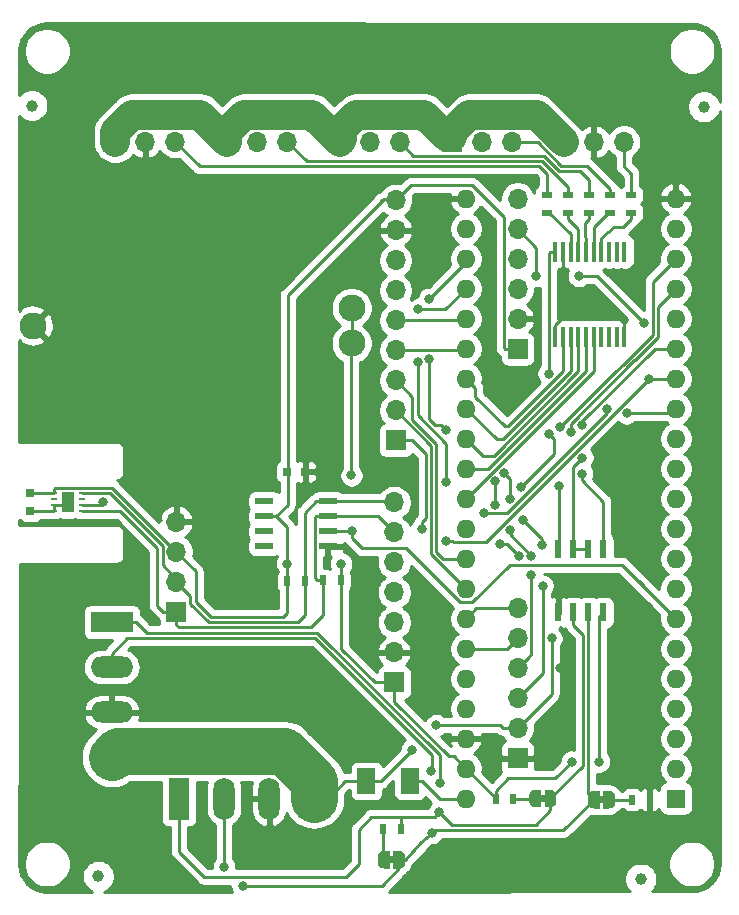
<source format=gbr>
G04 #@! TF.GenerationSoftware,KiCad,Pcbnew,(5.1.5)-3*
G04 #@! TF.CreationDate,2020-05-16T13:49:30+02:00*
G04 #@! TF.ProjectId,StepperClockMasterTinyK22,53746570-7065-4724-936c-6f636b4d6173,rev?*
G04 #@! TF.SameCoordinates,Original*
G04 #@! TF.FileFunction,Copper,L1,Top*
G04 #@! TF.FilePolarity,Positive*
%FSLAX46Y46*%
G04 Gerber Fmt 4.6, Leading zero omitted, Abs format (unit mm)*
G04 Created by KiCad (PCBNEW (5.1.5)-3) date 2020-05-16 13:49:30*
%MOMM*%
%LPD*%
G04 APERTURE LIST*
%ADD10C,0.100000*%
%ADD11R,1.700000X1.700000*%
%ADD12O,1.700000X1.700000*%
%ADD13R,1.520000X2.180000*%
%ADD14R,0.900000X0.500000*%
%ADD15O,3.600000X1.800000*%
%ADD16R,3.600000X1.800000*%
%ADD17O,1.800000X3.600000*%
%ADD18R,1.800000X3.600000*%
%ADD19O,1.600000X1.600000*%
%ADD20R,1.600000X1.600000*%
%ADD21R,0.500000X0.900000*%
%ADD22R,0.550000X0.250000*%
%ADD23R,1.000000X1.700000*%
%ADD24R,0.600000X1.550000*%
%ADD25R,1.550000X0.600000*%
%ADD26R,0.450000X1.750000*%
%ADD27C,1.000000*%
%ADD28R,0.750000X0.800000*%
%ADD29R,0.800000X0.750000*%
%ADD30C,2.290000*%
%ADD31C,0.800000*%
%ADD32C,0.250000*%
%ADD33C,4.000000*%
%ADD34C,2.500000*%
%ADD35C,0.254000*%
G04 APERTURE END LIST*
D10*
G36*
X144950000Y-139350000D02*
G01*
X144450000Y-139350000D01*
X144450000Y-139950000D01*
X144950000Y-139950000D01*
X144950000Y-139350000D01*
G37*
G36*
X139970000Y-139250000D02*
G01*
X139470000Y-139250000D01*
X139470000Y-139850000D01*
X139970000Y-139850000D01*
X139970000Y-139250000D01*
G37*
G36*
X127160000Y-144430000D02*
G01*
X126660000Y-144430000D01*
X126660000Y-145030000D01*
X127160000Y-145030000D01*
X127160000Y-144430000D01*
G37*
D11*
X137580000Y-101490000D03*
D12*
X137580000Y-98950000D03*
X137580000Y-96410000D03*
X137580000Y-93870000D03*
X137580000Y-91330000D03*
X137580000Y-88790000D03*
D11*
X137580000Y-136130000D03*
D12*
X137580000Y-133590000D03*
X137580000Y-131050000D03*
X137580000Y-128510000D03*
X137580000Y-125970000D03*
X137580000Y-123430000D03*
D13*
X128464200Y-138050000D03*
X124781200Y-138075400D03*
G04 #@! TA.AperFunction,SMDPad,CuDef*
D10*
G36*
X144550000Y-140400000D02*
G01*
X144050000Y-140400000D01*
X144050000Y-140399398D01*
X144025466Y-140399398D01*
X143976635Y-140394588D01*
X143928510Y-140385016D01*
X143881555Y-140370772D01*
X143836222Y-140351995D01*
X143792949Y-140328864D01*
X143752150Y-140301604D01*
X143714221Y-140270476D01*
X143679524Y-140235779D01*
X143648396Y-140197850D01*
X143621136Y-140157051D01*
X143598005Y-140113778D01*
X143579228Y-140068445D01*
X143564984Y-140021490D01*
X143555412Y-139973365D01*
X143550602Y-139924534D01*
X143550602Y-139900000D01*
X143550000Y-139900000D01*
X143550000Y-139400000D01*
X143550602Y-139400000D01*
X143550602Y-139375466D01*
X143555412Y-139326635D01*
X143564984Y-139278510D01*
X143579228Y-139231555D01*
X143598005Y-139186222D01*
X143621136Y-139142949D01*
X143648396Y-139102150D01*
X143679524Y-139064221D01*
X143714221Y-139029524D01*
X143752150Y-138998396D01*
X143792949Y-138971136D01*
X143836222Y-138948005D01*
X143881555Y-138929228D01*
X143928510Y-138914984D01*
X143976635Y-138905412D01*
X144025466Y-138900602D01*
X144050000Y-138900602D01*
X144050000Y-138900000D01*
X144550000Y-138900000D01*
X144550000Y-140400000D01*
G37*
G04 #@! TD.AperFunction*
G04 #@! TA.AperFunction,SMDPad,CuDef*
G36*
X145350000Y-138900602D02*
G01*
X145374534Y-138900602D01*
X145423365Y-138905412D01*
X145471490Y-138914984D01*
X145518445Y-138929228D01*
X145563778Y-138948005D01*
X145607051Y-138971136D01*
X145647850Y-138998396D01*
X145685779Y-139029524D01*
X145720476Y-139064221D01*
X145751604Y-139102150D01*
X145778864Y-139142949D01*
X145801995Y-139186222D01*
X145820772Y-139231555D01*
X145835016Y-139278510D01*
X145844588Y-139326635D01*
X145849398Y-139375466D01*
X145849398Y-139400000D01*
X145850000Y-139400000D01*
X145850000Y-139900000D01*
X145849398Y-139900000D01*
X145849398Y-139924534D01*
X145844588Y-139973365D01*
X145835016Y-140021490D01*
X145820772Y-140068445D01*
X145801995Y-140113778D01*
X145778864Y-140157051D01*
X145751604Y-140197850D01*
X145720476Y-140235779D01*
X145685779Y-140270476D01*
X145647850Y-140301604D01*
X145607051Y-140328864D01*
X145563778Y-140351995D01*
X145518445Y-140370772D01*
X145471490Y-140385016D01*
X145423365Y-140394588D01*
X145374534Y-140399398D01*
X145350000Y-140399398D01*
X145350000Y-140400000D01*
X144850000Y-140400000D01*
X144850000Y-138900000D01*
X145350000Y-138900000D01*
X145350000Y-138900602D01*
G37*
G04 #@! TD.AperFunction*
G04 #@! TA.AperFunction,SMDPad,CuDef*
G36*
X139570000Y-140300000D02*
G01*
X139070000Y-140300000D01*
X139070000Y-140299398D01*
X139045466Y-140299398D01*
X138996635Y-140294588D01*
X138948510Y-140285016D01*
X138901555Y-140270772D01*
X138856222Y-140251995D01*
X138812949Y-140228864D01*
X138772150Y-140201604D01*
X138734221Y-140170476D01*
X138699524Y-140135779D01*
X138668396Y-140097850D01*
X138641136Y-140057051D01*
X138618005Y-140013778D01*
X138599228Y-139968445D01*
X138584984Y-139921490D01*
X138575412Y-139873365D01*
X138570602Y-139824534D01*
X138570602Y-139800000D01*
X138570000Y-139800000D01*
X138570000Y-139300000D01*
X138570602Y-139300000D01*
X138570602Y-139275466D01*
X138575412Y-139226635D01*
X138584984Y-139178510D01*
X138599228Y-139131555D01*
X138618005Y-139086222D01*
X138641136Y-139042949D01*
X138668396Y-139002150D01*
X138699524Y-138964221D01*
X138734221Y-138929524D01*
X138772150Y-138898396D01*
X138812949Y-138871136D01*
X138856222Y-138848005D01*
X138901555Y-138829228D01*
X138948510Y-138814984D01*
X138996635Y-138805412D01*
X139045466Y-138800602D01*
X139070000Y-138800602D01*
X139070000Y-138800000D01*
X139570000Y-138800000D01*
X139570000Y-140300000D01*
G37*
G04 #@! TD.AperFunction*
G04 #@! TA.AperFunction,SMDPad,CuDef*
G36*
X140370000Y-138800602D02*
G01*
X140394534Y-138800602D01*
X140443365Y-138805412D01*
X140491490Y-138814984D01*
X140538445Y-138829228D01*
X140583778Y-138848005D01*
X140627051Y-138871136D01*
X140667850Y-138898396D01*
X140705779Y-138929524D01*
X140740476Y-138964221D01*
X140771604Y-139002150D01*
X140798864Y-139042949D01*
X140821995Y-139086222D01*
X140840772Y-139131555D01*
X140855016Y-139178510D01*
X140864588Y-139226635D01*
X140869398Y-139275466D01*
X140869398Y-139300000D01*
X140870000Y-139300000D01*
X140870000Y-139800000D01*
X140869398Y-139800000D01*
X140869398Y-139824534D01*
X140864588Y-139873365D01*
X140855016Y-139921490D01*
X140840772Y-139968445D01*
X140821995Y-140013778D01*
X140798864Y-140057051D01*
X140771604Y-140097850D01*
X140740476Y-140135779D01*
X140705779Y-140170476D01*
X140667850Y-140201604D01*
X140627051Y-140228864D01*
X140583778Y-140251995D01*
X140538445Y-140270772D01*
X140491490Y-140285016D01*
X140443365Y-140294588D01*
X140394534Y-140299398D01*
X140370000Y-140299398D01*
X140370000Y-140300000D01*
X139870000Y-140300000D01*
X139870000Y-138800000D01*
X140370000Y-138800000D01*
X140370000Y-138800602D01*
G37*
G04 #@! TD.AperFunction*
G04 #@! TA.AperFunction,SMDPad,CuDef*
G36*
X126760000Y-145480000D02*
G01*
X126260000Y-145480000D01*
X126260000Y-145479398D01*
X126235466Y-145479398D01*
X126186635Y-145474588D01*
X126138510Y-145465016D01*
X126091555Y-145450772D01*
X126046222Y-145431995D01*
X126002949Y-145408864D01*
X125962150Y-145381604D01*
X125924221Y-145350476D01*
X125889524Y-145315779D01*
X125858396Y-145277850D01*
X125831136Y-145237051D01*
X125808005Y-145193778D01*
X125789228Y-145148445D01*
X125774984Y-145101490D01*
X125765412Y-145053365D01*
X125760602Y-145004534D01*
X125760602Y-144980000D01*
X125760000Y-144980000D01*
X125760000Y-144480000D01*
X125760602Y-144480000D01*
X125760602Y-144455466D01*
X125765412Y-144406635D01*
X125774984Y-144358510D01*
X125789228Y-144311555D01*
X125808005Y-144266222D01*
X125831136Y-144222949D01*
X125858396Y-144182150D01*
X125889524Y-144144221D01*
X125924221Y-144109524D01*
X125962150Y-144078396D01*
X126002949Y-144051136D01*
X126046222Y-144028005D01*
X126091555Y-144009228D01*
X126138510Y-143994984D01*
X126186635Y-143985412D01*
X126235466Y-143980602D01*
X126260000Y-143980602D01*
X126260000Y-143980000D01*
X126760000Y-143980000D01*
X126760000Y-145480000D01*
G37*
G04 #@! TD.AperFunction*
G04 #@! TA.AperFunction,SMDPad,CuDef*
G36*
X127560000Y-143980602D02*
G01*
X127584534Y-143980602D01*
X127633365Y-143985412D01*
X127681490Y-143994984D01*
X127728445Y-144009228D01*
X127773778Y-144028005D01*
X127817051Y-144051136D01*
X127857850Y-144078396D01*
X127895779Y-144109524D01*
X127930476Y-144144221D01*
X127961604Y-144182150D01*
X127988864Y-144222949D01*
X128011995Y-144266222D01*
X128030772Y-144311555D01*
X128045016Y-144358510D01*
X128054588Y-144406635D01*
X128059398Y-144455466D01*
X128059398Y-144480000D01*
X128060000Y-144480000D01*
X128060000Y-144980000D01*
X128059398Y-144980000D01*
X128059398Y-145004534D01*
X128054588Y-145053365D01*
X128045016Y-145101490D01*
X128030772Y-145148445D01*
X128011995Y-145193778D01*
X127988864Y-145237051D01*
X127961604Y-145277850D01*
X127930476Y-145315779D01*
X127895779Y-145350476D01*
X127857850Y-145381604D01*
X127817051Y-145408864D01*
X127773778Y-145431995D01*
X127728445Y-145450772D01*
X127681490Y-145465016D01*
X127633365Y-145474588D01*
X127584534Y-145479398D01*
X127560000Y-145479398D01*
X127560000Y-145480000D01*
X127060000Y-145480000D01*
X127060000Y-143980000D01*
X127560000Y-143980000D01*
X127560000Y-143980602D01*
G37*
G04 #@! TD.AperFunction*
D14*
X143630000Y-88460000D03*
X143630000Y-89960000D03*
D15*
X103240000Y-136050000D03*
X103240000Y-132240000D03*
X103240000Y-128430000D03*
D16*
X103240000Y-124620000D03*
D17*
X120350000Y-139560000D03*
X116540000Y-139560000D03*
X112730000Y-139560000D03*
D18*
X108920000Y-139560000D03*
D19*
X133210000Y-139560000D03*
X150990000Y-88760000D03*
X133210000Y-137020000D03*
X150990000Y-91300000D03*
X133210000Y-134480000D03*
X150990000Y-93840000D03*
X133210000Y-131940000D03*
X150990000Y-96380000D03*
X133210000Y-129400000D03*
X150990000Y-98920000D03*
X133210000Y-126860000D03*
X150990000Y-101460000D03*
X133210000Y-124320000D03*
X150990000Y-104000000D03*
X133210000Y-121780000D03*
X150990000Y-106540000D03*
X133210000Y-119240000D03*
X150990000Y-109080000D03*
X133210000Y-116700000D03*
X150990000Y-111620000D03*
X133210000Y-114160000D03*
X150990000Y-114160000D03*
X133210000Y-111620000D03*
X150990000Y-116700000D03*
X133210000Y-109080000D03*
X150990000Y-119240000D03*
X133210000Y-106540000D03*
X150990000Y-121780000D03*
X133210000Y-104000000D03*
X150990000Y-124320000D03*
X133210000Y-101460000D03*
X150990000Y-126860000D03*
X133210000Y-98920000D03*
X150990000Y-129400000D03*
X133210000Y-96380000D03*
X150990000Y-131940000D03*
X133210000Y-93840000D03*
X150990000Y-134480000D03*
X133210000Y-91300000D03*
X150990000Y-137020000D03*
X133210000Y-88760000D03*
D20*
X150990000Y-139560000D03*
D21*
X147270000Y-139650000D03*
X148770000Y-139650000D03*
X135720000Y-139590000D03*
X137220000Y-139590000D03*
D11*
X127130000Y-129720000D03*
D12*
X127130000Y-127180000D03*
X127130000Y-124640000D03*
X127130000Y-122100000D03*
X127130000Y-119560000D03*
X127130000Y-117020000D03*
X127130000Y-114480000D03*
D22*
X100665000Y-115200000D03*
X100665000Y-114700000D03*
X100665000Y-114200000D03*
X100665000Y-113700000D03*
X98315000Y-115200000D03*
X98315000Y-114700000D03*
X98315000Y-114200000D03*
X98315000Y-113700000D03*
D23*
X99490000Y-114450000D03*
D11*
X127260000Y-109230000D03*
D12*
X127260000Y-106690000D03*
X127260000Y-104150000D03*
X127260000Y-101610000D03*
X127260000Y-99070000D03*
X127260000Y-96530000D03*
X127260000Y-93990000D03*
X127260000Y-91450000D03*
X127260000Y-88910000D03*
D24*
X144855000Y-118400000D03*
X143585000Y-118400000D03*
X142315000Y-118400000D03*
X141045000Y-118400000D03*
X141045000Y-123800000D03*
X142315000Y-123800000D03*
X143585000Y-123800000D03*
X144855000Y-123800000D03*
D25*
X116130000Y-114385000D03*
X116130000Y-115655000D03*
X116130000Y-116925000D03*
X116130000Y-118195000D03*
X121530000Y-118195000D03*
X121530000Y-116925000D03*
X121530000Y-115655000D03*
X121530000Y-114385000D03*
D26*
X140785000Y-100460000D03*
X141435000Y-100460000D03*
X142085000Y-100460000D03*
X142735000Y-100460000D03*
X143385000Y-100460000D03*
X144035000Y-100460000D03*
X144685000Y-100460000D03*
X145335000Y-100460000D03*
X145985000Y-100460000D03*
X146635000Y-100460000D03*
X146635000Y-93260000D03*
X145985000Y-93260000D03*
X145335000Y-93260000D03*
X144685000Y-93260000D03*
X144035000Y-93260000D03*
X143385000Y-93260000D03*
X142735000Y-93260000D03*
X142085000Y-93260000D03*
X141435000Y-93260000D03*
X140785000Y-93260000D03*
D21*
X127700000Y-142170000D03*
X126200000Y-142170000D03*
D14*
X147230000Y-88460000D03*
X147230000Y-89960000D03*
D21*
X122640000Y-121090000D03*
X121140000Y-121090000D03*
X118050000Y-121140000D03*
X119550000Y-121140000D03*
D14*
X145440000Y-88450000D03*
X145440000Y-89950000D03*
X141850000Y-88460000D03*
X141850000Y-89960000D03*
X140050000Y-88450000D03*
X140050000Y-89950000D03*
D11*
X108700000Y-123760000D03*
D12*
X108700000Y-121220000D03*
X108700000Y-118680000D03*
X108700000Y-116140000D03*
D11*
X141500000Y-83950000D03*
D12*
X144040000Y-83950000D03*
X146580000Y-83950000D03*
D11*
X132000000Y-83950000D03*
D12*
X134540000Y-83950000D03*
X137080000Y-83950000D03*
D11*
X122510000Y-83950000D03*
D12*
X125050000Y-83950000D03*
X127590000Y-83950000D03*
D11*
X113010000Y-83950000D03*
D12*
X115550000Y-83950000D03*
X118090000Y-83950000D03*
D11*
X103510000Y-83950000D03*
D12*
X106050000Y-83950000D03*
X108590000Y-83950000D03*
D27*
X148010000Y-146370000D03*
X102090000Y-146140000D03*
X96470000Y-80890000D03*
X153360000Y-80980000D03*
D28*
X96330000Y-115220000D03*
X96330000Y-113720000D03*
D29*
X119600000Y-111890000D03*
X118100000Y-111890000D03*
D30*
X123530000Y-101010000D03*
X123530000Y-98010000D03*
X96530000Y-99510000D03*
D31*
X123550000Y-116920000D03*
X123520000Y-112200000D03*
X102470000Y-114470000D03*
X147520000Y-118370000D03*
X97650000Y-122910000D03*
X97460000Y-138180000D03*
X106810000Y-145930000D03*
X131480000Y-146140000D03*
X145590000Y-146260000D03*
X153700000Y-131060000D03*
X153780000Y-112700000D03*
X147120000Y-127350000D03*
X130110000Y-123210000D03*
X118940000Y-132150000D03*
X109040000Y-112500000D03*
X122340000Y-108810000D03*
X109820000Y-99110000D03*
X119300000Y-100680000D03*
X107480000Y-90430000D03*
X119490000Y-89140000D03*
X97100000Y-84320000D03*
X96440000Y-93400000D03*
X96750000Y-108510000D03*
X107200000Y-76060000D03*
X116750000Y-75750000D03*
X126300000Y-75790000D03*
X135730000Y-75630000D03*
X145280000Y-75830000D03*
X150410000Y-80490000D03*
X154170000Y-88590000D03*
X107360000Y-132110000D03*
X120980000Y-130350000D03*
X123760000Y-133010000D03*
X115020000Y-142580000D03*
X114950000Y-144770000D03*
X117240000Y-142650000D03*
X117040000Y-144960000D03*
X119130000Y-142650000D03*
X119000000Y-144960000D03*
X121180000Y-142710000D03*
X121250000Y-144930000D03*
X97450000Y-131990000D03*
X97450000Y-128280000D03*
X107320000Y-130270000D03*
X141190000Y-128470000D03*
X140790000Y-134230000D03*
X147390000Y-135070000D03*
X107320000Y-127940000D03*
X119880000Y-127120000D03*
X108220000Y-105600000D03*
X124110000Y-88100000D03*
X130350000Y-90190000D03*
X147420000Y-110840000D03*
X102670000Y-93560000D03*
X101720000Y-105340000D03*
X117170000Y-94300000D03*
X107180000Y-78770000D03*
X116800000Y-78800000D03*
X126340000Y-79120000D03*
X135760000Y-79170000D03*
X145250000Y-79240000D03*
X101330000Y-78120000D03*
X116340000Y-106270000D03*
X142930000Y-97450000D03*
X110940000Y-143040000D03*
X151450000Y-142300000D03*
X130720000Y-133350000D03*
X128650000Y-135430000D03*
X107390010Y-135559990D03*
X118022038Y-135757962D03*
X109730010Y-135559990D03*
X112460010Y-135559990D03*
X114960010Y-135559990D03*
X119302038Y-137037962D03*
X138030000Y-115950000D03*
X139630000Y-118090000D03*
X137860000Y-113150000D03*
X140460000Y-126000000D03*
X140214527Y-103584527D03*
X140260000Y-108710000D03*
X142180000Y-136430000D03*
X144490000Y-136430000D03*
X122650000Y-119690000D03*
X118070000Y-119670000D03*
X131550000Y-117790000D03*
X139180000Y-95310000D03*
X142780000Y-95310000D03*
X148260000Y-99300000D03*
X148740000Y-104000000D03*
X134730000Y-115410000D03*
X145177347Y-106537347D03*
X146825307Y-106939999D03*
X142120969Y-108519641D03*
X143040000Y-112040000D03*
X141200000Y-108130000D03*
X141110000Y-113100000D03*
X143060858Y-107900858D03*
X143080000Y-110690000D03*
X129490000Y-116730000D03*
X131000000Y-138210000D03*
X130970000Y-140690000D03*
X112740000Y-145350000D03*
X114300000Y-146950000D03*
X130275000Y-137260000D03*
X130317350Y-142457350D03*
X135702653Y-112692653D03*
X135690000Y-114685000D03*
X136090000Y-118010000D03*
X137687347Y-118982653D03*
X139710000Y-121530000D03*
X131540000Y-112760000D03*
X129130000Y-102580000D03*
X129130000Y-98150000D03*
X138750000Y-120610000D03*
X138750000Y-119020000D03*
X136927653Y-116837653D03*
X136904142Y-114174142D03*
X136409761Y-111985545D03*
X131510000Y-108330000D03*
X130099525Y-102335000D03*
X130110000Y-97240000D03*
D32*
X123530000Y-99629274D02*
X123530000Y-101010000D01*
X123530000Y-98010000D02*
X123530000Y-99629274D01*
X121530000Y-116925000D02*
X123545000Y-116925000D01*
X123545000Y-116925000D02*
X123550000Y-116920000D01*
X123520000Y-101020000D02*
X123530000Y-101010000D01*
X123520000Y-112200000D02*
X123520000Y-101020000D01*
X150990000Y-124320000D02*
X147830000Y-121160000D01*
X146415002Y-119745002D02*
X150990000Y-124320000D01*
X133750001Y-122905001D02*
X136910000Y-119745002D01*
X136910000Y-119745002D02*
X146415002Y-119745002D01*
X123550000Y-116920000D02*
X123550000Y-117485685D01*
X123550000Y-117485685D02*
X124449314Y-118384999D01*
X128149997Y-118384999D02*
X132669999Y-122905001D01*
X124449314Y-118384999D02*
X128149997Y-118384999D01*
X132669999Y-122905001D02*
X133750001Y-122905001D01*
X100665000Y-114700000D02*
X102240000Y-114700000D01*
X102240000Y-114700000D02*
X102470000Y-114470000D01*
X140785000Y-99424998D02*
X140785000Y-100429990D01*
X141435000Y-98774998D02*
X140785000Y-99424998D01*
X146635000Y-99335000D02*
X145720000Y-98420000D01*
X146635000Y-100460000D02*
X146635000Y-99335000D01*
X145720000Y-98420000D02*
X141480000Y-98420000D01*
X141435000Y-93260000D02*
X141480000Y-98420000D01*
X141480000Y-98420000D02*
X141435000Y-98774998D01*
X122984600Y-138075400D02*
X124781200Y-138075400D01*
X120350000Y-139560000D02*
X121500000Y-139560000D01*
X121500000Y-139560000D02*
X122984600Y-138075400D01*
X136137919Y-133350000D02*
X130720000Y-133350000D01*
X137580000Y-133590000D02*
X136377919Y-133590000D01*
X136377919Y-133590000D02*
X136137919Y-133350000D01*
X126004600Y-138075400D02*
X124781200Y-138075400D01*
X128650000Y-135430000D02*
X126004600Y-138075400D01*
D33*
X117824066Y-135559990D02*
X118022038Y-135757962D01*
X120350000Y-138085924D02*
X120350000Y-139560000D01*
X103240000Y-136050000D02*
X103730010Y-135559990D01*
X103730010Y-135559990D02*
X107390010Y-135559990D01*
X113099990Y-135559990D02*
X114960010Y-135559990D01*
X107390010Y-135559990D02*
X109730010Y-135559990D01*
X118022038Y-135757962D02*
X119302038Y-137037962D01*
X109730010Y-135559990D02*
X112460010Y-135559990D01*
X112460010Y-135559990D02*
X113099990Y-135559990D01*
X114960010Y-135559990D02*
X117824066Y-135559990D01*
X119302038Y-137037962D02*
X120350000Y-138085924D01*
D34*
X103510000Y-83085998D02*
X103510000Y-83950000D01*
X104945999Y-81649999D02*
X103510000Y-83085998D01*
X110709999Y-81649999D02*
X104945999Y-81649999D01*
X113010000Y-83950000D02*
X110709999Y-81649999D01*
X120209999Y-81649999D02*
X122510000Y-83950000D01*
X114445999Y-81649999D02*
X120209999Y-81649999D01*
X113010000Y-83085998D02*
X114445999Y-81649999D01*
X113010000Y-83950000D02*
X113010000Y-83085998D01*
X131599991Y-83549991D02*
X132000000Y-83549991D01*
X122749999Y-83710001D02*
X122749999Y-82845999D01*
X129699999Y-81649999D02*
X131599991Y-83549991D01*
X122510000Y-83950000D02*
X122749999Y-83710001D01*
X122749999Y-82845999D02*
X123945999Y-81649999D01*
X123945999Y-81649999D02*
X129699999Y-81649999D01*
X133499983Y-81649999D02*
X131599991Y-83549991D01*
X139199999Y-81649999D02*
X133499983Y-81649999D01*
X141500000Y-83950000D02*
X139199999Y-81649999D01*
D32*
X140460000Y-126000000D02*
X140460000Y-130710000D01*
X138030000Y-115950000D02*
X139630000Y-117550000D01*
X139630000Y-117550000D02*
X139630000Y-118090000D01*
X140460000Y-130710000D02*
X137580000Y-133590000D01*
X140214527Y-93355473D02*
X140214527Y-103584527D01*
X140785000Y-93260000D02*
X140310000Y-93260000D01*
X140310000Y-93260000D02*
X140214527Y-93355473D01*
X140659999Y-110350001D02*
X138259999Y-112750001D01*
X140659999Y-109109999D02*
X140659999Y-110350001D01*
X138259999Y-112750001D02*
X137860000Y-113150000D01*
X140260000Y-108710000D02*
X140659999Y-109109999D01*
X98295000Y-113720000D02*
X98315000Y-113700000D01*
X96330000Y-113720000D02*
X98295000Y-113720000D01*
X107850001Y-117830001D02*
X108700000Y-118680000D01*
X103269990Y-113249990D02*
X107850001Y-117830001D01*
X98390010Y-113249990D02*
X103269990Y-113249990D01*
X98315000Y-113325000D02*
X98390010Y-113249990D01*
X98315000Y-113700000D02*
X98315000Y-113325000D01*
X140790001Y-137819999D02*
X142180000Y-136430000D01*
X144490000Y-124165000D02*
X144855000Y-123800000D01*
X144490000Y-136430000D02*
X144490000Y-124165000D01*
X136790001Y-137819999D02*
X140790001Y-137819999D01*
X135720000Y-138890000D02*
X136790001Y-137819999D01*
X135720000Y-139590000D02*
X135720000Y-138890000D01*
X118110000Y-112295000D02*
X118110000Y-111670000D01*
X118110000Y-114700000D02*
X118110000Y-112295000D01*
X117155000Y-115655000D02*
X118110000Y-114700000D01*
X118110000Y-96960000D02*
X126240000Y-88830000D01*
X118110000Y-111670000D02*
X118110000Y-96960000D01*
X127260000Y-88910000D02*
X126240000Y-88830000D01*
X126240000Y-88830000D02*
X126057919Y-88910000D01*
X122640000Y-121090000D02*
X122640000Y-119700000D01*
X122640000Y-119700000D02*
X122650000Y-119690000D01*
X117155000Y-115655000D02*
X116130000Y-115655000D01*
X118070000Y-116570000D02*
X117155000Y-115655000D01*
X118070000Y-119670000D02*
X118070000Y-116570000D01*
X118070000Y-121120000D02*
X118050000Y-121140000D01*
X118070000Y-119670000D02*
X118070000Y-121120000D01*
X118050000Y-123850000D02*
X118050000Y-121140000D01*
X110325011Y-120305011D02*
X110325011Y-122878601D01*
X108700000Y-118680000D02*
X110325011Y-120305011D01*
X117730030Y-124169970D02*
X118050000Y-123850000D01*
X110325011Y-122878601D02*
X111616380Y-124169970D01*
X111616380Y-124169970D02*
X117730030Y-124169970D01*
X125481408Y-129720000D02*
X127130000Y-129720000D01*
X122640000Y-121090000D02*
X122640000Y-126878592D01*
X122640000Y-126878592D02*
X125481408Y-129720000D01*
X135720000Y-139530000D02*
X135720000Y-139590000D01*
X133210000Y-137020000D02*
X135720000Y-139530000D01*
X132180000Y-135990000D02*
X133210000Y-137020000D01*
X131751408Y-135990000D02*
X132180000Y-135990000D01*
X127130000Y-129720000D02*
X127130000Y-131368592D01*
X127130000Y-131368592D02*
X131751408Y-135990000D01*
X136480000Y-101490000D02*
X137580000Y-101490000D01*
X136404999Y-101414999D02*
X136480000Y-101490000D01*
X136404999Y-90289997D02*
X136404999Y-101414999D01*
X133750001Y-87634999D02*
X136404999Y-90289997D01*
X128535001Y-87634999D02*
X133750001Y-87634999D01*
X127260000Y-88910000D02*
X128535001Y-87634999D01*
X98295000Y-115220000D02*
X98315000Y-115200000D01*
X96330000Y-115220000D02*
X98295000Y-115220000D01*
X99240000Y-114700000D02*
X99490000Y-114450000D01*
X98315000Y-114700000D02*
X99240000Y-114700000D01*
X98315000Y-114700000D02*
X98315000Y-115200000D01*
X141850000Y-87800220D02*
X141850000Y-88460000D01*
X118090000Y-83950000D02*
X119715011Y-85575011D01*
X139624791Y-85575011D02*
X141850000Y-87800220D01*
X119715011Y-85575011D02*
X139624791Y-85575011D01*
X143630000Y-87170000D02*
X143630000Y-88460000D01*
X128765001Y-85125001D02*
X139811191Y-85125001D01*
X141116200Y-86430010D02*
X142890010Y-86430010D01*
X139811191Y-85125001D02*
X141116200Y-86430010D01*
X127590000Y-83950000D02*
X128765001Y-85125001D01*
X142890010Y-86430010D02*
X143630000Y-87170000D01*
X143470000Y-85980000D02*
X145440000Y-87950000D01*
X145440000Y-87950000D02*
X145440000Y-88450000D01*
X141302600Y-85980000D02*
X143470000Y-85980000D01*
X139272600Y-83950000D02*
X141302600Y-85980000D01*
X137080000Y-83950000D02*
X139272600Y-83950000D01*
X146580000Y-83950000D02*
X146580000Y-86020000D01*
X147230000Y-86670000D02*
X147230000Y-88460000D01*
X146580000Y-86020000D02*
X147230000Y-86670000D01*
X150990000Y-104000000D02*
X148740000Y-104000000D01*
X148740000Y-104000000D02*
X134910000Y-117830000D01*
X125765000Y-115655000D02*
X127130000Y-117020000D01*
X121530000Y-115655000D02*
X125765000Y-115655000D01*
X108700000Y-124860000D02*
X108909990Y-125069990D01*
X108700000Y-123760000D02*
X108700000Y-124860000D01*
X108909990Y-125069990D02*
X120070010Y-125069990D01*
X121140000Y-124000000D02*
X121140000Y-121090000D01*
X120070010Y-125069990D02*
X121140000Y-124000000D01*
X120429999Y-120879999D02*
X120640000Y-121090000D01*
X120640000Y-121090000D02*
X121140000Y-121090000D01*
X120429999Y-115730001D02*
X120429999Y-120879999D01*
X120505000Y-115655000D02*
X120429999Y-115730001D01*
X121530000Y-115655000D02*
X120505000Y-115655000D01*
X103947180Y-115200000D02*
X100665000Y-115200000D01*
X107074989Y-118327809D02*
X103947180Y-115200000D01*
X108700000Y-123760000D02*
X107600000Y-123760000D01*
X107074989Y-123234989D02*
X107074989Y-118327809D01*
X107600000Y-123760000D02*
X107074989Y-123234989D01*
X131490000Y-117830000D02*
X131530000Y-117790000D01*
X131530000Y-117790000D02*
X131550000Y-117790000D01*
X137580000Y-91330000D02*
X139180000Y-92930000D01*
X139180000Y-92930000D02*
X139180000Y-95310000D01*
X142780000Y-95310000D02*
X144270000Y-95310000D01*
X144270000Y-95310000D02*
X148260000Y-99300000D01*
X132115685Y-117790000D02*
X131550000Y-117790000D01*
X132155685Y-117830000D02*
X132115685Y-117790000D01*
X134910000Y-117830000D02*
X132155685Y-117830000D01*
X134730000Y-115410000D02*
X136693590Y-115410000D01*
X136693590Y-115410000D02*
X145177347Y-106926243D01*
X145177347Y-106926243D02*
X145177347Y-106537347D01*
X150590001Y-106939999D02*
X150990000Y-106540000D01*
X146825307Y-106939999D02*
X150590001Y-106939999D01*
X121530000Y-114385000D02*
X127035000Y-114385000D01*
X108700000Y-120983246D02*
X108700000Y-121220000D01*
X107524999Y-118141409D02*
X107524999Y-119808245D01*
X103083590Y-113700000D02*
X107524999Y-118141409D01*
X107524999Y-119808245D02*
X108700000Y-120983246D01*
X100665000Y-113700000D02*
X103083590Y-113700000D01*
X120505000Y-114385000D02*
X121530000Y-114385000D01*
X119550000Y-115340000D02*
X120505000Y-114385000D01*
X119550000Y-121140000D02*
X119550000Y-115340000D01*
X109875001Y-122395001D02*
X109549999Y-122069999D01*
X109549999Y-122069999D02*
X108700000Y-121220000D01*
X119550000Y-121140000D02*
X119550000Y-124049980D01*
X119550000Y-124049980D02*
X118980000Y-124619980D01*
X118980000Y-124619980D02*
X111429980Y-124619980D01*
X111429980Y-124619980D02*
X109875001Y-123065001D01*
X109875001Y-123065001D02*
X109875001Y-122395001D01*
X139030000Y-139590000D02*
X139070000Y-139550000D01*
X137220000Y-139590000D02*
X139030000Y-139590000D01*
X142120969Y-107815441D02*
X142120969Y-108519641D01*
X147472520Y-102463890D02*
X142120969Y-107815441D01*
X144855000Y-117375000D02*
X144855000Y-118400000D01*
X144855000Y-114420685D02*
X144855000Y-117375000D01*
X143040000Y-112605685D02*
X144855000Y-114420685D01*
X143040000Y-112040000D02*
X143040000Y-112605685D01*
X147472520Y-102463890D02*
X147516110Y-102463890D01*
X147516110Y-102463890D02*
X149460000Y-100520000D01*
X149460000Y-97910000D02*
X150990000Y-96380000D01*
X149460000Y-100520000D02*
X149460000Y-97910000D01*
X140250000Y-89950000D02*
X140050000Y-89950000D01*
X142085000Y-91785000D02*
X140250000Y-89950000D01*
X142085000Y-93260000D02*
X142085000Y-91785000D01*
X142735000Y-93260000D02*
X142735000Y-91365000D01*
X141850000Y-90480000D02*
X141850000Y-89960000D01*
X142735000Y-91365000D02*
X141850000Y-90480000D01*
X143385000Y-92135000D02*
X143300000Y-92050000D01*
X143385000Y-93260000D02*
X143385000Y-92135000D01*
X143630000Y-90460000D02*
X143630000Y-89960000D01*
X143300000Y-90790000D02*
X143630000Y-90460000D01*
X143300000Y-92050000D02*
X143300000Y-90790000D01*
X145240000Y-89950000D02*
X145440000Y-89950000D01*
X144035000Y-91155000D02*
X145240000Y-89950000D01*
X144035000Y-93260000D02*
X144035000Y-91155000D01*
X144685000Y-92135000D02*
X145200000Y-91620000D01*
X144685000Y-93260000D02*
X144685000Y-92135000D01*
X147230000Y-90460000D02*
X147230000Y-89960000D01*
X145200000Y-91620000D02*
X145230000Y-91620000D01*
X145230000Y-91620000D02*
X145710000Y-91140000D01*
X146550000Y-91140000D02*
X147230000Y-90460000D01*
X145710000Y-91140000D02*
X146550000Y-91140000D01*
X141110000Y-113100000D02*
X141110000Y-118335000D01*
X141110000Y-118335000D02*
X141045000Y-118400000D01*
X141200000Y-108100000D02*
X141200000Y-108130000D01*
X145920002Y-103379998D02*
X141200000Y-108100000D01*
X145920002Y-103370000D02*
X145920002Y-103379998D01*
X146480000Y-102810002D02*
X145920002Y-103370000D01*
X146489998Y-102810002D02*
X149009990Y-100290010D01*
X146480000Y-102810002D02*
X146489998Y-102810002D01*
X149009990Y-95820010D02*
X150990000Y-93840000D01*
X149009990Y-100290010D02*
X149009990Y-95820010D01*
X142315000Y-118400000D02*
X143585000Y-118400000D01*
X143060858Y-107580834D02*
X143060858Y-107900858D01*
X150990000Y-101460000D02*
X149181692Y-101460000D01*
X149181692Y-101460000D02*
X143060858Y-107580834D01*
X142315000Y-111455000D02*
X142315000Y-118400000D01*
X143080000Y-110690000D02*
X142315000Y-111455000D01*
X130255000Y-109685000D02*
X127260000Y-106690000D01*
X130260000Y-109690000D02*
X130255000Y-109685000D01*
X133210000Y-121780000D02*
X130260000Y-118830000D01*
X130260000Y-118830000D02*
X130260000Y-109690000D01*
X133210000Y-119240000D02*
X131306410Y-119240000D01*
X131306410Y-119240000D02*
X130710010Y-118643600D01*
X130710009Y-109503599D02*
X128680000Y-107473590D01*
X130710010Y-118643600D02*
X130710009Y-109503599D01*
X128680000Y-105570000D02*
X127260000Y-104150000D01*
X128680000Y-107473590D02*
X128680000Y-105570000D01*
X129490000Y-116164315D02*
X129809990Y-115844325D01*
X129490000Y-116730000D02*
X129490000Y-116164315D01*
X129809990Y-115844325D02*
X129809990Y-110399990D01*
X128640000Y-109230000D02*
X127260000Y-109230000D01*
X129809990Y-110399990D02*
X128640000Y-109230000D01*
X144035000Y-103335000D02*
X144035000Y-100460000D01*
X133210000Y-114160000D02*
X144035000Y-103335000D01*
X133210000Y-111620000D02*
X135113590Y-111620000D01*
X135113590Y-111620000D02*
X143390000Y-103343590D01*
X143385000Y-103338590D02*
X143385000Y-100460000D01*
X143390000Y-103343590D02*
X143385000Y-103338590D01*
X133210000Y-109080000D02*
X134673590Y-110543590D01*
X134673590Y-110543590D02*
X135553590Y-110543590D01*
X142735000Y-103362180D02*
X142735000Y-100460000D01*
X135553590Y-110543590D02*
X142735000Y-103362180D01*
X133210000Y-106540000D02*
X135820385Y-109150385D01*
X135820385Y-109150385D02*
X136310385Y-109150385D01*
X142085000Y-103375770D02*
X142085000Y-100460000D01*
X136310385Y-109150385D02*
X142085000Y-103375770D01*
X134009999Y-104799999D02*
X134009999Y-105529999D01*
X133210000Y-104000000D02*
X134009999Y-104799999D01*
X136500000Y-108020000D02*
X136804360Y-108020000D01*
X134009999Y-105529999D02*
X136500000Y-108020000D01*
X141435000Y-103389360D02*
X141435000Y-100460000D01*
X136804360Y-108020000D02*
X141435000Y-103389360D01*
X133060000Y-101610000D02*
X133210000Y-101460000D01*
X127260000Y-101610000D02*
X133060000Y-101610000D01*
X133060000Y-99070000D02*
X133210000Y-98920000D01*
X127260000Y-99070000D02*
X133060000Y-99070000D01*
X124150000Y-145120000D02*
X124150000Y-142180000D01*
X123070000Y-146200000D02*
X124150000Y-145120000D01*
X111070000Y-146200000D02*
X123070000Y-146200000D01*
X108920000Y-144050000D02*
X111070000Y-146200000D01*
X108920000Y-139560000D02*
X108920000Y-144050000D01*
X125240001Y-141089999D02*
X125195000Y-141135000D01*
X130570001Y-141089999D02*
X125240001Y-141089999D01*
X130970000Y-140690000D02*
X130570001Y-141089999D01*
X124150000Y-142180000D02*
X125195000Y-141135000D01*
X127700000Y-142170000D02*
X127700000Y-141089999D01*
X142315000Y-123800000D02*
X142315000Y-124860010D01*
X142315000Y-124860010D02*
X143134990Y-125680000D01*
X143134990Y-136785010D02*
X140370000Y-139550000D01*
X143134990Y-125680000D02*
X143134990Y-136785010D01*
X131000000Y-135875002D02*
X131000000Y-138210000D01*
X120644998Y-125520000D02*
X131000000Y-135875002D01*
X106190000Y-125520000D02*
X120644998Y-125520000D01*
X103240000Y-124620000D02*
X105290000Y-124620000D01*
X105290000Y-124620000D02*
X106190000Y-125520000D01*
X140370000Y-140520000D02*
X139110000Y-141780000D01*
X140370000Y-139550000D02*
X140370000Y-140520000D01*
X132060000Y-141780000D02*
X130970000Y-140690000D01*
X139110000Y-141780000D02*
X132060000Y-141780000D01*
X126200000Y-144670000D02*
X126260000Y-144730000D01*
X126200000Y-142170000D02*
X126200000Y-144670000D01*
X112730000Y-139560000D02*
X112730000Y-141610000D01*
X127560000Y-144730000D02*
X128060000Y-144730000D01*
X128060000Y-144730000D02*
X129450000Y-143270000D01*
X112730000Y-141610000D02*
X112730000Y-145340000D01*
X112730000Y-145340000D02*
X112740000Y-145350000D01*
X127560000Y-145477592D02*
X127560000Y-144730000D01*
X114300000Y-146950000D02*
X126087592Y-146950000D01*
X126087592Y-146950000D02*
X127560000Y-145477592D01*
X103240000Y-127280000D02*
X104549990Y-125970010D01*
X103240000Y-128430000D02*
X103240000Y-127280000D01*
X104549990Y-125970010D02*
X120458598Y-125970010D01*
X120458598Y-125970010D02*
X130350000Y-135861412D01*
X130350000Y-135861412D02*
X130350000Y-137185000D01*
X130350000Y-137185000D02*
X130275000Y-137260000D01*
X129450000Y-143270000D02*
X130317350Y-142457350D01*
X143585000Y-139185000D02*
X144050000Y-139650000D01*
X143585000Y-123800000D02*
X143585000Y-139185000D01*
X141469990Y-142230010D02*
X144050000Y-139650000D01*
X130317350Y-142457350D02*
X130559990Y-142230010D01*
X130559990Y-142230010D02*
X141469990Y-142230010D01*
X145350000Y-139650000D02*
X147270000Y-139650000D01*
X140050000Y-86636630D02*
X140050000Y-88450000D01*
X139438391Y-86025021D02*
X140050000Y-86636630D01*
X108590000Y-83950000D02*
X110665021Y-86025021D01*
X110665021Y-86025021D02*
X139438391Y-86025021D01*
X132078630Y-139560000D02*
X133210000Y-139560000D01*
X130984200Y-139560000D02*
X132078630Y-139560000D01*
X129474200Y-138050000D02*
X130984200Y-139560000D01*
X128464200Y-138050000D02*
X129474200Y-138050000D01*
X136690000Y-126860000D02*
X137580000Y-125970000D01*
X133210000Y-126860000D02*
X136690000Y-126860000D01*
X134100000Y-123430000D02*
X137580000Y-123430000D01*
X133210000Y-124320000D02*
X134100000Y-123430000D01*
X135702653Y-112692653D02*
X135702653Y-114672347D01*
X135702653Y-114672347D02*
X135690000Y-114685000D01*
X136090000Y-118010000D02*
X136714694Y-118010000D01*
X136714694Y-118010000D02*
X137687347Y-118982653D01*
X139710000Y-128920000D02*
X137580000Y-131050000D01*
X139710000Y-121530000D02*
X139710000Y-128920000D01*
X131540000Y-112760000D02*
X131540000Y-109500000D01*
X129130010Y-107090010D02*
X129130010Y-105383600D01*
X131540000Y-109500000D02*
X129130010Y-107090010D01*
X129130010Y-105383600D02*
X129130000Y-105383590D01*
X129130000Y-105383590D02*
X129130000Y-102580000D01*
X131440000Y-98150000D02*
X133210000Y-96380000D01*
X129130000Y-98150000D02*
X131440000Y-98150000D01*
X138755001Y-120615001D02*
X138750000Y-120610000D01*
X138750000Y-119020000D02*
X136927653Y-117197653D01*
X136927653Y-117197653D02*
X136927653Y-116837653D01*
X136904142Y-114174142D02*
X136904142Y-112479926D01*
X136904142Y-112479926D02*
X136409761Y-111985545D01*
X138429999Y-127660001D02*
X137580000Y-128510000D01*
X138755001Y-121180686D02*
X138755001Y-127334999D01*
X138750000Y-121175685D02*
X138755001Y-121180686D01*
X138755001Y-127334999D02*
X138429999Y-127660001D01*
X138750000Y-120610000D02*
X138750000Y-121175685D01*
X131110001Y-107930001D02*
X130606411Y-107930001D01*
X131510000Y-108330000D02*
X131110001Y-107930001D01*
X130606411Y-107930001D02*
X130099525Y-107423115D01*
X130099525Y-107423115D02*
X130099525Y-102335000D01*
X133210000Y-94140000D02*
X133210000Y-93840000D01*
X130110000Y-97240000D02*
X133210000Y-94140000D01*
D35*
G36*
X100265518Y-115950812D02*
G01*
X100390000Y-115963072D01*
X100940000Y-115963072D01*
X100971192Y-115960000D01*
X103632379Y-115960000D01*
X106314990Y-118642612D01*
X106314989Y-123197666D01*
X106311313Y-123234989D01*
X106314989Y-123272311D01*
X106314989Y-123272321D01*
X106325986Y-123383974D01*
X106357929Y-123489277D01*
X106369443Y-123527235D01*
X106440015Y-123659265D01*
X106468003Y-123693368D01*
X106534988Y-123774990D01*
X106563991Y-123798792D01*
X107036200Y-124271002D01*
X107059999Y-124300001D01*
X107175724Y-124394974D01*
X107211928Y-124414326D01*
X107211928Y-124610000D01*
X107224188Y-124734482D01*
X107231929Y-124760000D01*
X106504802Y-124760000D01*
X105853803Y-124109002D01*
X105830001Y-124079999D01*
X105714276Y-123985026D01*
X105678072Y-123965674D01*
X105678072Y-123720000D01*
X105665812Y-123595518D01*
X105629502Y-123475820D01*
X105570537Y-123365506D01*
X105491185Y-123268815D01*
X105394494Y-123189463D01*
X105284180Y-123130498D01*
X105164482Y-123094188D01*
X105040000Y-123081928D01*
X101440000Y-123081928D01*
X101315518Y-123094188D01*
X101195820Y-123130498D01*
X101085506Y-123189463D01*
X100988815Y-123268815D01*
X100909463Y-123365506D01*
X100850498Y-123475820D01*
X100814188Y-123595518D01*
X100801928Y-123720000D01*
X100801928Y-125520000D01*
X100814188Y-125644482D01*
X100850498Y-125764180D01*
X100909463Y-125874494D01*
X100988815Y-125971185D01*
X101085506Y-126050537D01*
X101195820Y-126109502D01*
X101315518Y-126145812D01*
X101440000Y-126158072D01*
X103287127Y-126158072D01*
X102728998Y-126716201D01*
X102700000Y-126739999D01*
X102676202Y-126768997D01*
X102676201Y-126768998D01*
X102605026Y-126855724D01*
X102584032Y-126895000D01*
X102264592Y-126895000D01*
X102039087Y-126917210D01*
X101749739Y-127004983D01*
X101483073Y-127147519D01*
X101249339Y-127339339D01*
X101057519Y-127573073D01*
X100914983Y-127839739D01*
X100827210Y-128129087D01*
X100797573Y-128430000D01*
X100827210Y-128730913D01*
X100914983Y-129020261D01*
X101057519Y-129286927D01*
X101249339Y-129520661D01*
X101483073Y-129712481D01*
X101749739Y-129855017D01*
X102039087Y-129942790D01*
X102264592Y-129965000D01*
X104215408Y-129965000D01*
X104440913Y-129942790D01*
X104730261Y-129855017D01*
X104996927Y-129712481D01*
X105230661Y-129520661D01*
X105422481Y-129286927D01*
X105565017Y-129020261D01*
X105652790Y-128730913D01*
X105682427Y-128430000D01*
X105652790Y-128129087D01*
X105565017Y-127839739D01*
X105422481Y-127573073D01*
X105230661Y-127339339D01*
X104996927Y-127147519D01*
X104730261Y-127004983D01*
X104622506Y-126972296D01*
X104864792Y-126730010D01*
X120143797Y-126730010D01*
X128019973Y-134606187D01*
X127990226Y-134626063D01*
X127846063Y-134770226D01*
X127732795Y-134939744D01*
X127654774Y-135128102D01*
X127615000Y-135328061D01*
X127615000Y-135390198D01*
X126161721Y-136843477D01*
X126130702Y-136741220D01*
X126071737Y-136630906D01*
X125992385Y-136534215D01*
X125895694Y-136454863D01*
X125785380Y-136395898D01*
X125665682Y-136359588D01*
X125541200Y-136347328D01*
X124021200Y-136347328D01*
X123896718Y-136359588D01*
X123777020Y-136395898D01*
X123666706Y-136454863D01*
X123570015Y-136534215D01*
X123490663Y-136630906D01*
X123431698Y-136741220D01*
X123395388Y-136860918D01*
X123383128Y-136985400D01*
X123383128Y-137315400D01*
X123021922Y-137315400D01*
X122984599Y-137311724D01*
X122947276Y-137315400D01*
X122947267Y-137315400D01*
X122872078Y-137322806D01*
X122796201Y-137072674D01*
X122777647Y-137037962D01*
X122551523Y-136614913D01*
X122222241Y-136213683D01*
X122121695Y-136131167D01*
X119793735Y-133803207D01*
X119793732Y-133803205D01*
X119778826Y-133788299D01*
X119696307Y-133687749D01*
X119295077Y-133358467D01*
X118837316Y-133113789D01*
X118340616Y-132963117D01*
X117953508Y-132924990D01*
X117953500Y-132924990D01*
X117824066Y-132912242D01*
X117694632Y-132924990D01*
X105513779Y-132924990D01*
X105606755Y-132710087D01*
X105631036Y-132604740D01*
X105510378Y-132367000D01*
X103367000Y-132367000D01*
X103367000Y-132387000D01*
X103113000Y-132387000D01*
X103113000Y-132367000D01*
X100969622Y-132367000D01*
X100848964Y-132604740D01*
X100873245Y-132710087D01*
X100993138Y-132987204D01*
X101164790Y-133235606D01*
X101381604Y-133445748D01*
X101635249Y-133609554D01*
X101851620Y-133695242D01*
X101775248Y-133788300D01*
X101285245Y-134278303D01*
X101038478Y-134578990D01*
X100793799Y-135036751D01*
X100643127Y-135533451D01*
X100592252Y-136050000D01*
X100643127Y-136566549D01*
X100793799Y-137063249D01*
X101038478Y-137521010D01*
X101367759Y-137922241D01*
X101768990Y-138251522D01*
X102226751Y-138496201D01*
X102723451Y-138646873D01*
X103240000Y-138697748D01*
X103756549Y-138646873D01*
X104253249Y-138496201D01*
X104711010Y-138251522D01*
X104779895Y-138194990D01*
X107381928Y-138194990D01*
X107381928Y-141360000D01*
X107394188Y-141484482D01*
X107430498Y-141604180D01*
X107489463Y-141714494D01*
X107568815Y-141811185D01*
X107665506Y-141890537D01*
X107775820Y-141949502D01*
X107895518Y-141985812D01*
X108020000Y-141998072D01*
X108160001Y-141998072D01*
X108160001Y-144012668D01*
X108156324Y-144050000D01*
X108160001Y-144087333D01*
X108170998Y-144198986D01*
X108181314Y-144232995D01*
X108214454Y-144342246D01*
X108285026Y-144474276D01*
X108352261Y-144556201D01*
X108380000Y-144590001D01*
X108408998Y-144613799D01*
X110506201Y-146711003D01*
X110529999Y-146740001D01*
X110645724Y-146834974D01*
X110777753Y-146905546D01*
X110921014Y-146949003D01*
X111032667Y-146960000D01*
X111032676Y-146960000D01*
X111069999Y-146963676D01*
X111107322Y-146960000D01*
X113265000Y-146960000D01*
X113265000Y-147051939D01*
X113304774Y-147251898D01*
X113382367Y-147439224D01*
X102594416Y-147443166D01*
X102751727Y-147378005D01*
X102980535Y-147225120D01*
X103175120Y-147030535D01*
X103328005Y-146801727D01*
X103433314Y-146547490D01*
X103487000Y-146277592D01*
X103487000Y-146002408D01*
X103433314Y-145732510D01*
X103328005Y-145478273D01*
X103175120Y-145249465D01*
X102980535Y-145054880D01*
X102751727Y-144901995D01*
X102497490Y-144796686D01*
X102227592Y-144743000D01*
X101952408Y-144743000D01*
X101682510Y-144796686D01*
X101428273Y-144901995D01*
X101199465Y-145054880D01*
X101004880Y-145249465D01*
X100851995Y-145478273D01*
X100746686Y-145732510D01*
X100693000Y-146002408D01*
X100693000Y-146277592D01*
X100746686Y-146547490D01*
X100851995Y-146801727D01*
X101004880Y-147030535D01*
X101199465Y-147225120D01*
X101428273Y-147378005D01*
X101586473Y-147443534D01*
X97658259Y-147444969D01*
X97190305Y-147390985D01*
X96768098Y-147255586D01*
X96380223Y-147040755D01*
X96041469Y-146754682D01*
X95764728Y-146408253D01*
X95560549Y-146014678D01*
X95436702Y-145588930D01*
X95395049Y-145114678D01*
X95395451Y-144904495D01*
X95765000Y-144904495D01*
X95765000Y-145295505D01*
X95841282Y-145679003D01*
X95990915Y-146040250D01*
X96208149Y-146365364D01*
X96484636Y-146641851D01*
X96809750Y-146859085D01*
X97170997Y-147008718D01*
X97554495Y-147085000D01*
X97945505Y-147085000D01*
X98329003Y-147008718D01*
X98690250Y-146859085D01*
X99015364Y-146641851D01*
X99291851Y-146365364D01*
X99509085Y-146040250D01*
X99658718Y-145679003D01*
X99735000Y-145295505D01*
X99735000Y-144904495D01*
X99658718Y-144520997D01*
X99509085Y-144159750D01*
X99291851Y-143834636D01*
X99015364Y-143558149D01*
X98690250Y-143340915D01*
X98329003Y-143191282D01*
X97945505Y-143115000D01*
X97554495Y-143115000D01*
X97170997Y-143191282D01*
X96809750Y-143340915D01*
X96484636Y-143558149D01*
X96208149Y-143834636D01*
X95990915Y-144159750D01*
X95841282Y-144520997D01*
X95765000Y-144904495D01*
X95395451Y-144904495D01*
X95420382Y-131875260D01*
X100848964Y-131875260D01*
X100969622Y-132113000D01*
X103113000Y-132113000D01*
X103113000Y-130705000D01*
X103367000Y-130705000D01*
X103367000Y-132113000D01*
X105510378Y-132113000D01*
X105631036Y-131875260D01*
X105606755Y-131769913D01*
X105486862Y-131492796D01*
X105315210Y-131244394D01*
X105098396Y-131034252D01*
X104844751Y-130870446D01*
X104564023Y-130759271D01*
X104267000Y-130705000D01*
X103367000Y-130705000D01*
X103113000Y-130705000D01*
X102213000Y-130705000D01*
X101915977Y-130759271D01*
X101635249Y-130870446D01*
X101381604Y-131034252D01*
X101164790Y-131244394D01*
X100993138Y-131492796D01*
X100873245Y-131769913D01*
X100848964Y-131875260D01*
X95420382Y-131875260D01*
X95443690Y-119695000D01*
X103566353Y-119695000D01*
X103600000Y-119698314D01*
X103633647Y-119695000D01*
X103734283Y-119685088D01*
X103863406Y-119645919D01*
X103982407Y-119582312D01*
X104086711Y-119496711D01*
X104172312Y-119392407D01*
X104235919Y-119273406D01*
X104275088Y-119144283D01*
X104288314Y-119010000D01*
X104285000Y-118976353D01*
X104285000Y-117083647D01*
X104288314Y-117050000D01*
X104275088Y-116915717D01*
X104235919Y-116786594D01*
X104172312Y-116667593D01*
X104086711Y-116563289D01*
X103982407Y-116477688D01*
X103863406Y-116414081D01*
X103734283Y-116374912D01*
X103633647Y-116365000D01*
X103600000Y-116361686D01*
X103566353Y-116365000D01*
X95415000Y-116365000D01*
X95415000Y-115956790D01*
X95424463Y-115974494D01*
X95503815Y-116071185D01*
X95600506Y-116150537D01*
X95710820Y-116209502D01*
X95830518Y-116245812D01*
X95955000Y-116258072D01*
X96705000Y-116258072D01*
X96829482Y-116245812D01*
X96949180Y-116209502D01*
X97059494Y-116150537D01*
X97156185Y-116071185D01*
X97231018Y-115980000D01*
X98257678Y-115980000D01*
X98295000Y-115983676D01*
X98332322Y-115980000D01*
X98332333Y-115980000D01*
X98443986Y-115969003D01*
X98463538Y-115963072D01*
X98590000Y-115963072D01*
X98714482Y-115950812D01*
X98831207Y-115915404D01*
X98865518Y-115925812D01*
X98990000Y-115938072D01*
X99990000Y-115938072D01*
X100114482Y-115925812D01*
X100148793Y-115915404D01*
X100265518Y-115950812D01*
G37*
X100265518Y-115950812D02*
X100390000Y-115963072D01*
X100940000Y-115963072D01*
X100971192Y-115960000D01*
X103632379Y-115960000D01*
X106314990Y-118642612D01*
X106314989Y-123197666D01*
X106311313Y-123234989D01*
X106314989Y-123272311D01*
X106314989Y-123272321D01*
X106325986Y-123383974D01*
X106357929Y-123489277D01*
X106369443Y-123527235D01*
X106440015Y-123659265D01*
X106468003Y-123693368D01*
X106534988Y-123774990D01*
X106563991Y-123798792D01*
X107036200Y-124271002D01*
X107059999Y-124300001D01*
X107175724Y-124394974D01*
X107211928Y-124414326D01*
X107211928Y-124610000D01*
X107224188Y-124734482D01*
X107231929Y-124760000D01*
X106504802Y-124760000D01*
X105853803Y-124109002D01*
X105830001Y-124079999D01*
X105714276Y-123985026D01*
X105678072Y-123965674D01*
X105678072Y-123720000D01*
X105665812Y-123595518D01*
X105629502Y-123475820D01*
X105570537Y-123365506D01*
X105491185Y-123268815D01*
X105394494Y-123189463D01*
X105284180Y-123130498D01*
X105164482Y-123094188D01*
X105040000Y-123081928D01*
X101440000Y-123081928D01*
X101315518Y-123094188D01*
X101195820Y-123130498D01*
X101085506Y-123189463D01*
X100988815Y-123268815D01*
X100909463Y-123365506D01*
X100850498Y-123475820D01*
X100814188Y-123595518D01*
X100801928Y-123720000D01*
X100801928Y-125520000D01*
X100814188Y-125644482D01*
X100850498Y-125764180D01*
X100909463Y-125874494D01*
X100988815Y-125971185D01*
X101085506Y-126050537D01*
X101195820Y-126109502D01*
X101315518Y-126145812D01*
X101440000Y-126158072D01*
X103287127Y-126158072D01*
X102728998Y-126716201D01*
X102700000Y-126739999D01*
X102676202Y-126768997D01*
X102676201Y-126768998D01*
X102605026Y-126855724D01*
X102584032Y-126895000D01*
X102264592Y-126895000D01*
X102039087Y-126917210D01*
X101749739Y-127004983D01*
X101483073Y-127147519D01*
X101249339Y-127339339D01*
X101057519Y-127573073D01*
X100914983Y-127839739D01*
X100827210Y-128129087D01*
X100797573Y-128430000D01*
X100827210Y-128730913D01*
X100914983Y-129020261D01*
X101057519Y-129286927D01*
X101249339Y-129520661D01*
X101483073Y-129712481D01*
X101749739Y-129855017D01*
X102039087Y-129942790D01*
X102264592Y-129965000D01*
X104215408Y-129965000D01*
X104440913Y-129942790D01*
X104730261Y-129855017D01*
X104996927Y-129712481D01*
X105230661Y-129520661D01*
X105422481Y-129286927D01*
X105565017Y-129020261D01*
X105652790Y-128730913D01*
X105682427Y-128430000D01*
X105652790Y-128129087D01*
X105565017Y-127839739D01*
X105422481Y-127573073D01*
X105230661Y-127339339D01*
X104996927Y-127147519D01*
X104730261Y-127004983D01*
X104622506Y-126972296D01*
X104864792Y-126730010D01*
X120143797Y-126730010D01*
X128019973Y-134606187D01*
X127990226Y-134626063D01*
X127846063Y-134770226D01*
X127732795Y-134939744D01*
X127654774Y-135128102D01*
X127615000Y-135328061D01*
X127615000Y-135390198D01*
X126161721Y-136843477D01*
X126130702Y-136741220D01*
X126071737Y-136630906D01*
X125992385Y-136534215D01*
X125895694Y-136454863D01*
X125785380Y-136395898D01*
X125665682Y-136359588D01*
X125541200Y-136347328D01*
X124021200Y-136347328D01*
X123896718Y-136359588D01*
X123777020Y-136395898D01*
X123666706Y-136454863D01*
X123570015Y-136534215D01*
X123490663Y-136630906D01*
X123431698Y-136741220D01*
X123395388Y-136860918D01*
X123383128Y-136985400D01*
X123383128Y-137315400D01*
X123021922Y-137315400D01*
X122984599Y-137311724D01*
X122947276Y-137315400D01*
X122947267Y-137315400D01*
X122872078Y-137322806D01*
X122796201Y-137072674D01*
X122777647Y-137037962D01*
X122551523Y-136614913D01*
X122222241Y-136213683D01*
X122121695Y-136131167D01*
X119793735Y-133803207D01*
X119793732Y-133803205D01*
X119778826Y-133788299D01*
X119696307Y-133687749D01*
X119295077Y-133358467D01*
X118837316Y-133113789D01*
X118340616Y-132963117D01*
X117953508Y-132924990D01*
X117953500Y-132924990D01*
X117824066Y-132912242D01*
X117694632Y-132924990D01*
X105513779Y-132924990D01*
X105606755Y-132710087D01*
X105631036Y-132604740D01*
X105510378Y-132367000D01*
X103367000Y-132367000D01*
X103367000Y-132387000D01*
X103113000Y-132387000D01*
X103113000Y-132367000D01*
X100969622Y-132367000D01*
X100848964Y-132604740D01*
X100873245Y-132710087D01*
X100993138Y-132987204D01*
X101164790Y-133235606D01*
X101381604Y-133445748D01*
X101635249Y-133609554D01*
X101851620Y-133695242D01*
X101775248Y-133788300D01*
X101285245Y-134278303D01*
X101038478Y-134578990D01*
X100793799Y-135036751D01*
X100643127Y-135533451D01*
X100592252Y-136050000D01*
X100643127Y-136566549D01*
X100793799Y-137063249D01*
X101038478Y-137521010D01*
X101367759Y-137922241D01*
X101768990Y-138251522D01*
X102226751Y-138496201D01*
X102723451Y-138646873D01*
X103240000Y-138697748D01*
X103756549Y-138646873D01*
X104253249Y-138496201D01*
X104711010Y-138251522D01*
X104779895Y-138194990D01*
X107381928Y-138194990D01*
X107381928Y-141360000D01*
X107394188Y-141484482D01*
X107430498Y-141604180D01*
X107489463Y-141714494D01*
X107568815Y-141811185D01*
X107665506Y-141890537D01*
X107775820Y-141949502D01*
X107895518Y-141985812D01*
X108020000Y-141998072D01*
X108160001Y-141998072D01*
X108160001Y-144012668D01*
X108156324Y-144050000D01*
X108160001Y-144087333D01*
X108170998Y-144198986D01*
X108181314Y-144232995D01*
X108214454Y-144342246D01*
X108285026Y-144474276D01*
X108352261Y-144556201D01*
X108380000Y-144590001D01*
X108408998Y-144613799D01*
X110506201Y-146711003D01*
X110529999Y-146740001D01*
X110645724Y-146834974D01*
X110777753Y-146905546D01*
X110921014Y-146949003D01*
X111032667Y-146960000D01*
X111032676Y-146960000D01*
X111069999Y-146963676D01*
X111107322Y-146960000D01*
X113265000Y-146960000D01*
X113265000Y-147051939D01*
X113304774Y-147251898D01*
X113382367Y-147439224D01*
X102594416Y-147443166D01*
X102751727Y-147378005D01*
X102980535Y-147225120D01*
X103175120Y-147030535D01*
X103328005Y-146801727D01*
X103433314Y-146547490D01*
X103487000Y-146277592D01*
X103487000Y-146002408D01*
X103433314Y-145732510D01*
X103328005Y-145478273D01*
X103175120Y-145249465D01*
X102980535Y-145054880D01*
X102751727Y-144901995D01*
X102497490Y-144796686D01*
X102227592Y-144743000D01*
X101952408Y-144743000D01*
X101682510Y-144796686D01*
X101428273Y-144901995D01*
X101199465Y-145054880D01*
X101004880Y-145249465D01*
X100851995Y-145478273D01*
X100746686Y-145732510D01*
X100693000Y-146002408D01*
X100693000Y-146277592D01*
X100746686Y-146547490D01*
X100851995Y-146801727D01*
X101004880Y-147030535D01*
X101199465Y-147225120D01*
X101428273Y-147378005D01*
X101586473Y-147443534D01*
X97658259Y-147444969D01*
X97190305Y-147390985D01*
X96768098Y-147255586D01*
X96380223Y-147040755D01*
X96041469Y-146754682D01*
X95764728Y-146408253D01*
X95560549Y-146014678D01*
X95436702Y-145588930D01*
X95395049Y-145114678D01*
X95395451Y-144904495D01*
X95765000Y-144904495D01*
X95765000Y-145295505D01*
X95841282Y-145679003D01*
X95990915Y-146040250D01*
X96208149Y-146365364D01*
X96484636Y-146641851D01*
X96809750Y-146859085D01*
X97170997Y-147008718D01*
X97554495Y-147085000D01*
X97945505Y-147085000D01*
X98329003Y-147008718D01*
X98690250Y-146859085D01*
X99015364Y-146641851D01*
X99291851Y-146365364D01*
X99509085Y-146040250D01*
X99658718Y-145679003D01*
X99735000Y-145295505D01*
X99735000Y-144904495D01*
X99658718Y-144520997D01*
X99509085Y-144159750D01*
X99291851Y-143834636D01*
X99015364Y-143558149D01*
X98690250Y-143340915D01*
X98329003Y-143191282D01*
X97945505Y-143115000D01*
X97554495Y-143115000D01*
X97170997Y-143191282D01*
X96809750Y-143340915D01*
X96484636Y-143558149D01*
X96208149Y-143834636D01*
X95990915Y-144159750D01*
X95841282Y-144520997D01*
X95765000Y-144904495D01*
X95395451Y-144904495D01*
X95420382Y-131875260D01*
X100848964Y-131875260D01*
X100969622Y-132113000D01*
X103113000Y-132113000D01*
X103113000Y-130705000D01*
X103367000Y-130705000D01*
X103367000Y-132113000D01*
X105510378Y-132113000D01*
X105631036Y-131875260D01*
X105606755Y-131769913D01*
X105486862Y-131492796D01*
X105315210Y-131244394D01*
X105098396Y-131034252D01*
X104844751Y-130870446D01*
X104564023Y-130759271D01*
X104267000Y-130705000D01*
X103367000Y-130705000D01*
X103113000Y-130705000D01*
X102213000Y-130705000D01*
X101915977Y-130759271D01*
X101635249Y-130870446D01*
X101381604Y-131034252D01*
X101164790Y-131244394D01*
X100993138Y-131492796D01*
X100873245Y-131769913D01*
X100848964Y-131875260D01*
X95420382Y-131875260D01*
X95443690Y-119695000D01*
X103566353Y-119695000D01*
X103600000Y-119698314D01*
X103633647Y-119695000D01*
X103734283Y-119685088D01*
X103863406Y-119645919D01*
X103982407Y-119582312D01*
X104086711Y-119496711D01*
X104172312Y-119392407D01*
X104235919Y-119273406D01*
X104275088Y-119144283D01*
X104288314Y-119010000D01*
X104285000Y-118976353D01*
X104285000Y-117083647D01*
X104288314Y-117050000D01*
X104275088Y-116915717D01*
X104235919Y-116786594D01*
X104172312Y-116667593D01*
X104086711Y-116563289D01*
X103982407Y-116477688D01*
X103863406Y-116414081D01*
X103734283Y-116374912D01*
X103633647Y-116365000D01*
X103600000Y-116361686D01*
X103566353Y-116365000D01*
X95415000Y-116365000D01*
X95415000Y-115956790D01*
X95424463Y-115974494D01*
X95503815Y-116071185D01*
X95600506Y-116150537D01*
X95710820Y-116209502D01*
X95830518Y-116245812D01*
X95955000Y-116258072D01*
X96705000Y-116258072D01*
X96829482Y-116245812D01*
X96949180Y-116209502D01*
X97059494Y-116150537D01*
X97156185Y-116071185D01*
X97231018Y-115980000D01*
X98257678Y-115980000D01*
X98295000Y-115983676D01*
X98332322Y-115980000D01*
X98332333Y-115980000D01*
X98443986Y-115969003D01*
X98463538Y-115963072D01*
X98590000Y-115963072D01*
X98714482Y-115950812D01*
X98831207Y-115915404D01*
X98865518Y-115925812D01*
X98990000Y-115938072D01*
X99990000Y-115938072D01*
X100114482Y-115925812D01*
X100148793Y-115915404D01*
X100265518Y-115950812D01*
G36*
X97684995Y-73934872D02*
G01*
X97686222Y-73934993D01*
X152310054Y-73945451D01*
X152799373Y-73984821D01*
X153233492Y-74107665D01*
X153635483Y-74312489D01*
X153990039Y-74591498D01*
X154283647Y-74934056D01*
X154505125Y-75327116D01*
X154646041Y-75755716D01*
X154704616Y-76232767D01*
X154705001Y-76264283D01*
X154705001Y-80580991D01*
X154703314Y-80572510D01*
X154598005Y-80318273D01*
X154445120Y-80089465D01*
X154250535Y-79894880D01*
X154021727Y-79741995D01*
X153767490Y-79636686D01*
X153497592Y-79583000D01*
X153222408Y-79583000D01*
X152952510Y-79636686D01*
X152698273Y-79741995D01*
X152469465Y-79894880D01*
X152274880Y-80089465D01*
X152121995Y-80318273D01*
X152016686Y-80572510D01*
X151963000Y-80842408D01*
X151963000Y-81117592D01*
X152016686Y-81387490D01*
X152121995Y-81641727D01*
X152274880Y-81870535D01*
X152469465Y-82065120D01*
X152698273Y-82218005D01*
X152952510Y-82323314D01*
X153222408Y-82377000D01*
X153497592Y-82377000D01*
X153767490Y-82323314D01*
X154021727Y-82218005D01*
X154250535Y-82065120D01*
X154445120Y-81870535D01*
X154598005Y-81641727D01*
X154703314Y-81387490D01*
X154705001Y-81379009D01*
X154705000Y-144986944D01*
X154657791Y-145486361D01*
X154524438Y-145933687D01*
X154306737Y-146346592D01*
X154012982Y-146709349D01*
X153654359Y-147008143D01*
X153244540Y-147231584D01*
X152799113Y-147371172D01*
X152303598Y-147425003D01*
X148929420Y-147426235D01*
X149095120Y-147260535D01*
X149248005Y-147031727D01*
X149353314Y-146777490D01*
X149407000Y-146507592D01*
X149407000Y-146232408D01*
X149353314Y-145962510D01*
X149248005Y-145708273D01*
X149095120Y-145479465D01*
X148900535Y-145284880D01*
X148671727Y-145131995D01*
X148417490Y-145026686D01*
X148147592Y-144973000D01*
X147872408Y-144973000D01*
X147602510Y-145026686D01*
X147348273Y-145131995D01*
X147119465Y-145284880D01*
X146924880Y-145479465D01*
X146771995Y-145708273D01*
X146666686Y-145962510D01*
X146613000Y-146232408D01*
X146613000Y-146507592D01*
X146666686Y-146777490D01*
X146771995Y-147031727D01*
X146924880Y-147260535D01*
X147091252Y-147426907D01*
X126678027Y-147434366D01*
X128071004Y-146041390D01*
X128100001Y-146017593D01*
X128159163Y-145945504D01*
X128231691Y-145897042D01*
X128328382Y-145817690D01*
X128397690Y-145748382D01*
X128477042Y-145651691D01*
X128531498Y-145570192D01*
X128590464Y-145459875D01*
X128627973Y-145369319D01*
X128664282Y-145249623D01*
X128677392Y-145183714D01*
X128943223Y-144904495D01*
X150355000Y-144904495D01*
X150355000Y-145295505D01*
X150431282Y-145679003D01*
X150580915Y-146040250D01*
X150798149Y-146365364D01*
X151074636Y-146641851D01*
X151399750Y-146859085D01*
X151760997Y-147008718D01*
X152144495Y-147085000D01*
X152535505Y-147085000D01*
X152919003Y-147008718D01*
X153280250Y-146859085D01*
X153605364Y-146641851D01*
X153881851Y-146365364D01*
X154099085Y-146040250D01*
X154248718Y-145679003D01*
X154325000Y-145295505D01*
X154325000Y-144904495D01*
X154248718Y-144520997D01*
X154099085Y-144159750D01*
X153881851Y-143834636D01*
X153605364Y-143558149D01*
X153280250Y-143340915D01*
X152919003Y-143191282D01*
X152535505Y-143115000D01*
X152144495Y-143115000D01*
X151760997Y-143191282D01*
X151399750Y-143340915D01*
X151074636Y-143558149D01*
X150798149Y-143834636D01*
X150580915Y-144159750D01*
X150431282Y-144520997D01*
X150355000Y-144904495D01*
X128943223Y-144904495D01*
X129985476Y-143809756D01*
X130324247Y-143492350D01*
X130419289Y-143492350D01*
X130619248Y-143452576D01*
X130807606Y-143374555D01*
X130977124Y-143261287D01*
X131121287Y-143117124D01*
X131206222Y-142990010D01*
X141432668Y-142990010D01*
X141469990Y-142993686D01*
X141507312Y-142990010D01*
X141507323Y-142990010D01*
X141618976Y-142979013D01*
X141762237Y-142935556D01*
X141894266Y-142864984D01*
X142009991Y-142770011D01*
X142033794Y-142741007D01*
X143772814Y-141001988D01*
X143780377Y-141004282D01*
X143876510Y-141023404D01*
X144000991Y-141035664D01*
X144025550Y-141035664D01*
X144050000Y-141038072D01*
X144550000Y-141038072D01*
X144674482Y-141025812D01*
X144700000Y-141018071D01*
X144725518Y-141025812D01*
X144850000Y-141038072D01*
X145350000Y-141038072D01*
X145374450Y-141035664D01*
X145399009Y-141035664D01*
X145523490Y-141023404D01*
X145619623Y-141004282D01*
X145739319Y-140967973D01*
X145829875Y-140930464D01*
X145940192Y-140871498D01*
X146021691Y-140817042D01*
X146118382Y-140737690D01*
X146187690Y-140668382D01*
X146267042Y-140571691D01*
X146321498Y-140490192D01*
X146364362Y-140410000D01*
X146465680Y-140410000D01*
X146489463Y-140454494D01*
X146568815Y-140551185D01*
X146665506Y-140630537D01*
X146775820Y-140689502D01*
X146895518Y-140725812D01*
X147020000Y-140738072D01*
X147520000Y-140738072D01*
X147644482Y-140725812D01*
X147764180Y-140689502D01*
X147874494Y-140630537D01*
X147971185Y-140551185D01*
X148020105Y-140491575D01*
X148059581Y-140541758D01*
X148154611Y-140623093D01*
X148263682Y-140684326D01*
X148382603Y-140723104D01*
X148488250Y-140735000D01*
X148647000Y-140576250D01*
X148647000Y-139777000D01*
X148623000Y-139777000D01*
X148623000Y-139523000D01*
X148647000Y-139523000D01*
X148647000Y-138723750D01*
X148488250Y-138565000D01*
X148382603Y-138576896D01*
X148263682Y-138615674D01*
X148154611Y-138676907D01*
X148059581Y-138758242D01*
X148020105Y-138808425D01*
X147971185Y-138748815D01*
X147874494Y-138669463D01*
X147764180Y-138610498D01*
X147644482Y-138574188D01*
X147520000Y-138561928D01*
X147020000Y-138561928D01*
X146895518Y-138574188D01*
X146775820Y-138610498D01*
X146665506Y-138669463D01*
X146568815Y-138748815D01*
X146489463Y-138845506D01*
X146465680Y-138890000D01*
X146364362Y-138890000D01*
X146321498Y-138809808D01*
X146267042Y-138728309D01*
X146187690Y-138631618D01*
X146118382Y-138562310D01*
X146021691Y-138482958D01*
X145940192Y-138428502D01*
X145829875Y-138369536D01*
X145739319Y-138332027D01*
X145619623Y-138295718D01*
X145523490Y-138276596D01*
X145399009Y-138264336D01*
X145374450Y-138264336D01*
X145350000Y-138261928D01*
X144850000Y-138261928D01*
X144725518Y-138274188D01*
X144700000Y-138281929D01*
X144674482Y-138274188D01*
X144550000Y-138261928D01*
X144345000Y-138261928D01*
X144345000Y-137456435D01*
X144388061Y-137465000D01*
X144591939Y-137465000D01*
X144791898Y-137425226D01*
X144980256Y-137347205D01*
X145149774Y-137233937D01*
X145293937Y-137089774D01*
X145407205Y-136920256D01*
X145485226Y-136731898D01*
X145525000Y-136531939D01*
X145525000Y-136328061D01*
X145485226Y-136128102D01*
X145407205Y-135939744D01*
X145293937Y-135770226D01*
X145250000Y-135726289D01*
X145250000Y-125203716D01*
X145279482Y-125200812D01*
X145399180Y-125164502D01*
X145509494Y-125105537D01*
X145606185Y-125026185D01*
X145685537Y-124929494D01*
X145744502Y-124819180D01*
X145780812Y-124699482D01*
X145793072Y-124575000D01*
X145793072Y-123025000D01*
X145780812Y-122900518D01*
X145744502Y-122780820D01*
X145685537Y-122670506D01*
X145606185Y-122573815D01*
X145509494Y-122494463D01*
X145399180Y-122435498D01*
X145279482Y-122399188D01*
X145155000Y-122386928D01*
X144555000Y-122386928D01*
X144430518Y-122399188D01*
X144310820Y-122435498D01*
X144220000Y-122484043D01*
X144129180Y-122435498D01*
X144009482Y-122399188D01*
X143885000Y-122386928D01*
X143285000Y-122386928D01*
X143160518Y-122399188D01*
X143040820Y-122435498D01*
X142950000Y-122484043D01*
X142859180Y-122435498D01*
X142739482Y-122399188D01*
X142615000Y-122386928D01*
X142015000Y-122386928D01*
X141890518Y-122399188D01*
X141770820Y-122435498D01*
X141680000Y-122484043D01*
X141589180Y-122435498D01*
X141469482Y-122399188D01*
X141345000Y-122386928D01*
X141330750Y-122390000D01*
X141172000Y-122548750D01*
X141172000Y-123673000D01*
X141192000Y-123673000D01*
X141192000Y-123927000D01*
X141172000Y-123927000D01*
X141172000Y-123947000D01*
X140918000Y-123947000D01*
X140918000Y-123927000D01*
X140898000Y-123927000D01*
X140898000Y-123673000D01*
X140918000Y-123673000D01*
X140918000Y-122548750D01*
X140759250Y-122390000D01*
X140745000Y-122386928D01*
X140620518Y-122399188D01*
X140500820Y-122435498D01*
X140470000Y-122451972D01*
X140470000Y-122233711D01*
X140513937Y-122189774D01*
X140627205Y-122020256D01*
X140705226Y-121831898D01*
X140745000Y-121631939D01*
X140745000Y-121428061D01*
X140705226Y-121228102D01*
X140627205Y-121039744D01*
X140513937Y-120870226D01*
X140369774Y-120726063D01*
X140200256Y-120612795D01*
X140011898Y-120534774D01*
X139862223Y-120505002D01*
X146100201Y-120505002D01*
X148876212Y-123281014D01*
X149591312Y-123996114D01*
X149555000Y-124178665D01*
X149555000Y-124461335D01*
X149610147Y-124738574D01*
X149718320Y-124999727D01*
X149875363Y-125234759D01*
X150075241Y-125434637D01*
X150307759Y-125590000D01*
X150075241Y-125745363D01*
X149875363Y-125945241D01*
X149718320Y-126180273D01*
X149610147Y-126441426D01*
X149555000Y-126718665D01*
X149555000Y-127001335D01*
X149610147Y-127278574D01*
X149718320Y-127539727D01*
X149875363Y-127774759D01*
X150075241Y-127974637D01*
X150307759Y-128130000D01*
X150075241Y-128285363D01*
X149875363Y-128485241D01*
X149718320Y-128720273D01*
X149610147Y-128981426D01*
X149555000Y-129258665D01*
X149555000Y-129541335D01*
X149610147Y-129818574D01*
X149718320Y-130079727D01*
X149875363Y-130314759D01*
X150075241Y-130514637D01*
X150307759Y-130670000D01*
X150075241Y-130825363D01*
X149875363Y-131025241D01*
X149718320Y-131260273D01*
X149610147Y-131521426D01*
X149555000Y-131798665D01*
X149555000Y-132081335D01*
X149610147Y-132358574D01*
X149718320Y-132619727D01*
X149875363Y-132854759D01*
X150075241Y-133054637D01*
X150307759Y-133210000D01*
X150075241Y-133365363D01*
X149875363Y-133565241D01*
X149718320Y-133800273D01*
X149610147Y-134061426D01*
X149555000Y-134338665D01*
X149555000Y-134621335D01*
X149610147Y-134898574D01*
X149718320Y-135159727D01*
X149875363Y-135394759D01*
X150075241Y-135594637D01*
X150307759Y-135750000D01*
X150075241Y-135905363D01*
X149875363Y-136105241D01*
X149718320Y-136340273D01*
X149610147Y-136601426D01*
X149555000Y-136878665D01*
X149555000Y-137161335D01*
X149610147Y-137438574D01*
X149718320Y-137699727D01*
X149875363Y-137934759D01*
X150073961Y-138133357D01*
X150065518Y-138134188D01*
X149945820Y-138170498D01*
X149835506Y-138229463D01*
X149738815Y-138308815D01*
X149659463Y-138405506D01*
X149600498Y-138515820D01*
X149564188Y-138635518D01*
X149551928Y-138760000D01*
X149551928Y-138849146D01*
X149480419Y-138758242D01*
X149385389Y-138676907D01*
X149276318Y-138615674D01*
X149157397Y-138576896D01*
X149051750Y-138565000D01*
X148893000Y-138723750D01*
X148893000Y-139523000D01*
X148917000Y-139523000D01*
X148917000Y-139777000D01*
X148893000Y-139777000D01*
X148893000Y-140576250D01*
X149051750Y-140735000D01*
X149157397Y-140723104D01*
X149276318Y-140684326D01*
X149385389Y-140623093D01*
X149480419Y-140541758D01*
X149557755Y-140443447D01*
X149559758Y-140439505D01*
X149564188Y-140484482D01*
X149600498Y-140604180D01*
X149659463Y-140714494D01*
X149738815Y-140811185D01*
X149835506Y-140890537D01*
X149945820Y-140949502D01*
X150065518Y-140985812D01*
X150190000Y-140998072D01*
X151790000Y-140998072D01*
X151914482Y-140985812D01*
X152034180Y-140949502D01*
X152144494Y-140890537D01*
X152241185Y-140811185D01*
X152320537Y-140714494D01*
X152379502Y-140604180D01*
X152415812Y-140484482D01*
X152428072Y-140360000D01*
X152428072Y-138760000D01*
X152415812Y-138635518D01*
X152379502Y-138515820D01*
X152320537Y-138405506D01*
X152241185Y-138308815D01*
X152144494Y-138229463D01*
X152034180Y-138170498D01*
X151914482Y-138134188D01*
X151906039Y-138133357D01*
X152104637Y-137934759D01*
X152261680Y-137699727D01*
X152369853Y-137438574D01*
X152425000Y-137161335D01*
X152425000Y-136878665D01*
X152369853Y-136601426D01*
X152261680Y-136340273D01*
X152104637Y-136105241D01*
X151904759Y-135905363D01*
X151672241Y-135750000D01*
X151904759Y-135594637D01*
X152104637Y-135394759D01*
X152261680Y-135159727D01*
X152369853Y-134898574D01*
X152425000Y-134621335D01*
X152425000Y-134338665D01*
X152369853Y-134061426D01*
X152261680Y-133800273D01*
X152104637Y-133565241D01*
X151904759Y-133365363D01*
X151672241Y-133210000D01*
X151904759Y-133054637D01*
X152104637Y-132854759D01*
X152261680Y-132619727D01*
X152369853Y-132358574D01*
X152425000Y-132081335D01*
X152425000Y-131798665D01*
X152369853Y-131521426D01*
X152261680Y-131260273D01*
X152104637Y-131025241D01*
X151904759Y-130825363D01*
X151672241Y-130670000D01*
X151904759Y-130514637D01*
X152104637Y-130314759D01*
X152261680Y-130079727D01*
X152369853Y-129818574D01*
X152425000Y-129541335D01*
X152425000Y-129258665D01*
X152369853Y-128981426D01*
X152261680Y-128720273D01*
X152104637Y-128485241D01*
X151904759Y-128285363D01*
X151672241Y-128130000D01*
X151904759Y-127974637D01*
X152104637Y-127774759D01*
X152261680Y-127539727D01*
X152369853Y-127278574D01*
X152425000Y-127001335D01*
X152425000Y-126718665D01*
X152369853Y-126441426D01*
X152261680Y-126180273D01*
X152104637Y-125945241D01*
X151904759Y-125745363D01*
X151672241Y-125590000D01*
X151904759Y-125434637D01*
X152104637Y-125234759D01*
X152261680Y-124999727D01*
X152369853Y-124738574D01*
X152425000Y-124461335D01*
X152425000Y-124178665D01*
X152369853Y-123901426D01*
X152261680Y-123640273D01*
X152104637Y-123405241D01*
X151904759Y-123205363D01*
X151672241Y-123050000D01*
X151904759Y-122894637D01*
X152104637Y-122694759D01*
X152261680Y-122459727D01*
X152369853Y-122198574D01*
X152425000Y-121921335D01*
X152425000Y-121638665D01*
X152369853Y-121361426D01*
X152261680Y-121100273D01*
X152104637Y-120865241D01*
X151904759Y-120665363D01*
X151672241Y-120510000D01*
X151904759Y-120354637D01*
X152104637Y-120154759D01*
X152261680Y-119919727D01*
X152369853Y-119658574D01*
X152425000Y-119381335D01*
X152425000Y-119098665D01*
X152369853Y-118821426D01*
X152261680Y-118560273D01*
X152104637Y-118325241D01*
X151904759Y-118125363D01*
X151672241Y-117970000D01*
X151904759Y-117814637D01*
X152104637Y-117614759D01*
X152261680Y-117379727D01*
X152369853Y-117118574D01*
X152425000Y-116841335D01*
X152425000Y-116558665D01*
X152369853Y-116281426D01*
X152261680Y-116020273D01*
X152104637Y-115785241D01*
X151904759Y-115585363D01*
X151672241Y-115430000D01*
X151904759Y-115274637D01*
X152104637Y-115074759D01*
X152261680Y-114839727D01*
X152369853Y-114578574D01*
X152425000Y-114301335D01*
X152425000Y-114018665D01*
X152369853Y-113741426D01*
X152261680Y-113480273D01*
X152104637Y-113245241D01*
X151904759Y-113045363D01*
X151672241Y-112890000D01*
X151904759Y-112734637D01*
X152104637Y-112534759D01*
X152261680Y-112299727D01*
X152369853Y-112038574D01*
X152425000Y-111761335D01*
X152425000Y-111478665D01*
X152369853Y-111201426D01*
X152261680Y-110940273D01*
X152104637Y-110705241D01*
X151904759Y-110505363D01*
X151672241Y-110350000D01*
X151904759Y-110194637D01*
X152104637Y-109994759D01*
X152261680Y-109759727D01*
X152369853Y-109498574D01*
X152425000Y-109221335D01*
X152425000Y-108938665D01*
X152369853Y-108661426D01*
X152261680Y-108400273D01*
X152104637Y-108165241D01*
X151904759Y-107965363D01*
X151672241Y-107810000D01*
X151904759Y-107654637D01*
X152104637Y-107454759D01*
X152261680Y-107219727D01*
X152369853Y-106958574D01*
X152425000Y-106681335D01*
X152425000Y-106398665D01*
X152369853Y-106121426D01*
X152261680Y-105860273D01*
X152104637Y-105625241D01*
X151904759Y-105425363D01*
X151672241Y-105270000D01*
X151904759Y-105114637D01*
X152104637Y-104914759D01*
X152261680Y-104679727D01*
X152369853Y-104418574D01*
X152425000Y-104141335D01*
X152425000Y-103858665D01*
X152369853Y-103581426D01*
X152261680Y-103320273D01*
X152104637Y-103085241D01*
X151904759Y-102885363D01*
X151672241Y-102730000D01*
X151904759Y-102574637D01*
X152104637Y-102374759D01*
X152261680Y-102139727D01*
X152369853Y-101878574D01*
X152425000Y-101601335D01*
X152425000Y-101318665D01*
X152369853Y-101041426D01*
X152261680Y-100780273D01*
X152104637Y-100545241D01*
X151904759Y-100345363D01*
X151672241Y-100190000D01*
X151904759Y-100034637D01*
X152104637Y-99834759D01*
X152261680Y-99599727D01*
X152369853Y-99338574D01*
X152425000Y-99061335D01*
X152425000Y-98778665D01*
X152369853Y-98501426D01*
X152261680Y-98240273D01*
X152104637Y-98005241D01*
X151904759Y-97805363D01*
X151672241Y-97650000D01*
X151904759Y-97494637D01*
X152104637Y-97294759D01*
X152261680Y-97059727D01*
X152369853Y-96798574D01*
X152425000Y-96521335D01*
X152425000Y-96238665D01*
X152369853Y-95961426D01*
X152261680Y-95700273D01*
X152104637Y-95465241D01*
X151904759Y-95265363D01*
X151672241Y-95110000D01*
X151904759Y-94954637D01*
X152104637Y-94754759D01*
X152261680Y-94519727D01*
X152369853Y-94258574D01*
X152425000Y-93981335D01*
X152425000Y-93698665D01*
X152369853Y-93421426D01*
X152261680Y-93160273D01*
X152104637Y-92925241D01*
X151904759Y-92725363D01*
X151672241Y-92570000D01*
X151904759Y-92414637D01*
X152104637Y-92214759D01*
X152261680Y-91979727D01*
X152369853Y-91718574D01*
X152425000Y-91441335D01*
X152425000Y-91158665D01*
X152369853Y-90881426D01*
X152261680Y-90620273D01*
X152104637Y-90385241D01*
X151904759Y-90185363D01*
X151669727Y-90028320D01*
X151659135Y-90023933D01*
X151845131Y-89912385D01*
X152053519Y-89723414D01*
X152221037Y-89497420D01*
X152341246Y-89243087D01*
X152381904Y-89109039D01*
X152259915Y-88887000D01*
X151117000Y-88887000D01*
X151117000Y-88907000D01*
X150863000Y-88907000D01*
X150863000Y-88887000D01*
X149720085Y-88887000D01*
X149598096Y-89109039D01*
X149638754Y-89243087D01*
X149758963Y-89497420D01*
X149926481Y-89723414D01*
X150134869Y-89912385D01*
X150320865Y-90023933D01*
X150310273Y-90028320D01*
X150075241Y-90185363D01*
X149875363Y-90385241D01*
X149718320Y-90620273D01*
X149610147Y-90881426D01*
X149555000Y-91158665D01*
X149555000Y-91441335D01*
X149610147Y-91718574D01*
X149718320Y-91979727D01*
X149875363Y-92214759D01*
X150075241Y-92414637D01*
X150307759Y-92570000D01*
X150075241Y-92725363D01*
X149875363Y-92925241D01*
X149718320Y-93160273D01*
X149610147Y-93421426D01*
X149555000Y-93698665D01*
X149555000Y-93981335D01*
X149591312Y-94163886D01*
X148498988Y-95256211D01*
X148469990Y-95280009D01*
X148446192Y-95309007D01*
X148446191Y-95309008D01*
X148375016Y-95395734D01*
X148304444Y-95527764D01*
X148260988Y-95671025D01*
X148246314Y-95820010D01*
X148249991Y-95857342D01*
X148249990Y-98215189D01*
X144833804Y-94799003D01*
X144812523Y-94773072D01*
X144910000Y-94773072D01*
X145010000Y-94763223D01*
X145110000Y-94773072D01*
X145560000Y-94773072D01*
X145660000Y-94763223D01*
X145760000Y-94773072D01*
X146210000Y-94773072D01*
X146310000Y-94763223D01*
X146410000Y-94773072D01*
X146860000Y-94773072D01*
X146984482Y-94760812D01*
X147104180Y-94724502D01*
X147214494Y-94665537D01*
X147311185Y-94586185D01*
X147390537Y-94489494D01*
X147449502Y-94379180D01*
X147485812Y-94259482D01*
X147498072Y-94135000D01*
X147498072Y-92385000D01*
X147485812Y-92260518D01*
X147449502Y-92140820D01*
X147390537Y-92030506D01*
X147311185Y-91933815D01*
X147214494Y-91854463D01*
X147104180Y-91795498D01*
X146991075Y-91761188D01*
X147090001Y-91680001D01*
X147113803Y-91650998D01*
X147741004Y-91023798D01*
X147770001Y-91000001D01*
X147864974Y-90884276D01*
X147907599Y-90804532D01*
X147924180Y-90799502D01*
X148034494Y-90740537D01*
X148131185Y-90661185D01*
X148210537Y-90564494D01*
X148269502Y-90454180D01*
X148305812Y-90334482D01*
X148318072Y-90210000D01*
X148318072Y-89710000D01*
X148305812Y-89585518D01*
X148269502Y-89465820D01*
X148210537Y-89355506D01*
X148131185Y-89258815D01*
X148071704Y-89210000D01*
X148131185Y-89161185D01*
X148210537Y-89064494D01*
X148269502Y-88954180D01*
X148305812Y-88834482D01*
X148318072Y-88710000D01*
X148318072Y-88410961D01*
X149598096Y-88410961D01*
X149720085Y-88633000D01*
X150863000Y-88633000D01*
X150863000Y-87489376D01*
X151117000Y-87489376D01*
X151117000Y-88633000D01*
X152259915Y-88633000D01*
X152381904Y-88410961D01*
X152341246Y-88276913D01*
X152221037Y-88022580D01*
X152053519Y-87796586D01*
X151845131Y-87607615D01*
X151603881Y-87462930D01*
X151339040Y-87368091D01*
X151117000Y-87489376D01*
X150863000Y-87489376D01*
X150640960Y-87368091D01*
X150376119Y-87462930D01*
X150134869Y-87607615D01*
X149926481Y-87796586D01*
X149758963Y-88022580D01*
X149638754Y-88276913D01*
X149598096Y-88410961D01*
X148318072Y-88410961D01*
X148318072Y-88210000D01*
X148305812Y-88085518D01*
X148269502Y-87965820D01*
X148210537Y-87855506D01*
X148131185Y-87758815D01*
X148034494Y-87679463D01*
X147990000Y-87655680D01*
X147990000Y-86707323D01*
X147993676Y-86670000D01*
X147990000Y-86632677D01*
X147990000Y-86632667D01*
X147979003Y-86521014D01*
X147935546Y-86377753D01*
X147864974Y-86245724D01*
X147770001Y-86129999D01*
X147741004Y-86106202D01*
X147340000Y-85705199D01*
X147340000Y-85228178D01*
X147526632Y-85103475D01*
X147733475Y-84896632D01*
X147895990Y-84653411D01*
X148007932Y-84383158D01*
X148065000Y-84096260D01*
X148065000Y-83803740D01*
X148007932Y-83516842D01*
X147895990Y-83246589D01*
X147733475Y-83003368D01*
X147526632Y-82796525D01*
X147283411Y-82634010D01*
X147013158Y-82522068D01*
X146726260Y-82465000D01*
X146433740Y-82465000D01*
X146146842Y-82522068D01*
X145876589Y-82634010D01*
X145633368Y-82796525D01*
X145426525Y-83003368D01*
X145304805Y-83185534D01*
X145235178Y-83068645D01*
X145040269Y-82852412D01*
X144806920Y-82678359D01*
X144544099Y-82553175D01*
X144396890Y-82508524D01*
X144167000Y-82629845D01*
X144167000Y-83823000D01*
X144187000Y-83823000D01*
X144187000Y-84077000D01*
X144167000Y-84077000D01*
X144167000Y-85270155D01*
X144396890Y-85391476D01*
X144544099Y-85346825D01*
X144806920Y-85221641D01*
X145040269Y-85047588D01*
X145235178Y-84831355D01*
X145304805Y-84714466D01*
X145426525Y-84896632D01*
X145633368Y-85103475D01*
X145820001Y-85228179D01*
X145820001Y-85982668D01*
X145816324Y-86020000D01*
X145820001Y-86057333D01*
X145826728Y-86125627D01*
X145830998Y-86168985D01*
X145874454Y-86312246D01*
X145945026Y-86444276D01*
X146007173Y-86520001D01*
X146040000Y-86560001D01*
X146068998Y-86583799D01*
X146470000Y-86984802D01*
X146470001Y-87655680D01*
X146425506Y-87679463D01*
X146341093Y-87748739D01*
X146244494Y-87669463D01*
X146134180Y-87610498D01*
X146117599Y-87605468D01*
X146074974Y-87525724D01*
X145980001Y-87409999D01*
X145951004Y-87386202D01*
X144033804Y-85469003D01*
X144010001Y-85439999D01*
X143894276Y-85345026D01*
X143833095Y-85312324D01*
X143913000Y-85270155D01*
X143913000Y-84077000D01*
X143893000Y-84077000D01*
X143893000Y-83823000D01*
X143913000Y-83823000D01*
X143913000Y-82629845D01*
X143683110Y-82508524D01*
X143535901Y-82553175D01*
X143273080Y-82678359D01*
X143039731Y-82852412D01*
X143038694Y-82853562D01*
X142898372Y-82682579D01*
X140598373Y-80382581D01*
X140539344Y-80310654D01*
X140252316Y-80075096D01*
X139924847Y-79900060D01*
X139569523Y-79792274D01*
X139292596Y-79764999D01*
X139292588Y-79764999D01*
X139199999Y-79755880D01*
X139107410Y-79764999D01*
X133592569Y-79764999D01*
X133499982Y-79755880D01*
X133407395Y-79764999D01*
X133407386Y-79764999D01*
X133130459Y-79792274D01*
X132775135Y-79900060D01*
X132447666Y-80075096D01*
X132160638Y-80310654D01*
X132101609Y-80382581D01*
X131599991Y-80884199D01*
X131098373Y-80382581D01*
X131039344Y-80310654D01*
X130752316Y-80075096D01*
X130424847Y-79900060D01*
X130069523Y-79792274D01*
X129792596Y-79764999D01*
X129792588Y-79764999D01*
X129699999Y-79755880D01*
X129607410Y-79764999D01*
X124038585Y-79764999D01*
X123945998Y-79755880D01*
X123853411Y-79764999D01*
X123853402Y-79764999D01*
X123576475Y-79792274D01*
X123221151Y-79900060D01*
X122893682Y-80075096D01*
X122606654Y-80310654D01*
X122547621Y-80382586D01*
X122077999Y-80852207D01*
X121608373Y-80382581D01*
X121549344Y-80310654D01*
X121262316Y-80075096D01*
X120934847Y-79900060D01*
X120579523Y-79792274D01*
X120302596Y-79764999D01*
X120302588Y-79764999D01*
X120209999Y-79755880D01*
X120117410Y-79764999D01*
X114538585Y-79764999D01*
X114445998Y-79755880D01*
X114353411Y-79764999D01*
X114353402Y-79764999D01*
X114076475Y-79792274D01*
X113721151Y-79900060D01*
X113393682Y-80075096D01*
X113393680Y-80075097D01*
X113393681Y-80075097D01*
X113178578Y-80251627D01*
X113178577Y-80251628D01*
X113106654Y-80310654D01*
X113047629Y-80382576D01*
X112577999Y-80852207D01*
X112108373Y-80382581D01*
X112049344Y-80310654D01*
X111762316Y-80075096D01*
X111434847Y-79900060D01*
X111079523Y-79792274D01*
X110802596Y-79764999D01*
X110802588Y-79764999D01*
X110709999Y-79755880D01*
X110617410Y-79764999D01*
X105038585Y-79764999D01*
X104945998Y-79755880D01*
X104853411Y-79764999D01*
X104853402Y-79764999D01*
X104576475Y-79792274D01*
X104221151Y-79900060D01*
X103893682Y-80075096D01*
X103893680Y-80075097D01*
X103893681Y-80075097D01*
X103678578Y-80251627D01*
X103678577Y-80251628D01*
X103606654Y-80310654D01*
X103547629Y-80382576D01*
X102242582Y-81687624D01*
X102170655Y-81746653D01*
X101935097Y-82033681D01*
X101760061Y-82361151D01*
X101652275Y-82716475D01*
X101625000Y-82993402D01*
X101625000Y-82993409D01*
X101615881Y-83085998D01*
X101625000Y-83178587D01*
X101625000Y-84042597D01*
X101652275Y-84319524D01*
X101760061Y-84674848D01*
X101935098Y-85002317D01*
X102170656Y-85289345D01*
X102457684Y-85524903D01*
X102785153Y-85699939D01*
X103140477Y-85807725D01*
X103510000Y-85844120D01*
X103879524Y-85807725D01*
X104234848Y-85699939D01*
X104562317Y-85524903D01*
X104849345Y-85289345D01*
X105048694Y-85046438D01*
X105049731Y-85047588D01*
X105283080Y-85221641D01*
X105545901Y-85346825D01*
X105693110Y-85391476D01*
X105923000Y-85270155D01*
X105923000Y-84077000D01*
X105903000Y-84077000D01*
X105903000Y-83823000D01*
X105923000Y-83823000D01*
X105923000Y-83803000D01*
X106177000Y-83803000D01*
X106177000Y-83823000D01*
X106197000Y-83823000D01*
X106197000Y-84077000D01*
X106177000Y-84077000D01*
X106177000Y-85270155D01*
X106406890Y-85391476D01*
X106554099Y-85346825D01*
X106816920Y-85221641D01*
X107050269Y-85047588D01*
X107245178Y-84831355D01*
X107314805Y-84714466D01*
X107436525Y-84896632D01*
X107643368Y-85103475D01*
X107886589Y-85265990D01*
X108156842Y-85377932D01*
X108443740Y-85435000D01*
X108736260Y-85435000D01*
X108956408Y-85391209D01*
X110101221Y-86536023D01*
X110125020Y-86565022D01*
X110240745Y-86659995D01*
X110372774Y-86730567D01*
X110516035Y-86774024D01*
X110627688Y-86785021D01*
X110627698Y-86785021D01*
X110665021Y-86788697D01*
X110702344Y-86785021D01*
X139123590Y-86785021D01*
X139290000Y-86951432D01*
X139290001Y-87645680D01*
X139245506Y-87669463D01*
X139148815Y-87748815D01*
X139069463Y-87845506D01*
X139010498Y-87955820D01*
X138974188Y-88075518D01*
X138961928Y-88200000D01*
X138961928Y-88245778D01*
X138895990Y-88086589D01*
X138733475Y-87843368D01*
X138526632Y-87636525D01*
X138283411Y-87474010D01*
X138013158Y-87362068D01*
X137726260Y-87305000D01*
X137433740Y-87305000D01*
X137146842Y-87362068D01*
X136876589Y-87474010D01*
X136633368Y-87636525D01*
X136426525Y-87843368D01*
X136264010Y-88086589D01*
X136152068Y-88356842D01*
X136095000Y-88643740D01*
X136095000Y-88905196D01*
X134313805Y-87124002D01*
X134290002Y-87094998D01*
X134174277Y-87000025D01*
X134042248Y-86929453D01*
X133898987Y-86885996D01*
X133787334Y-86874999D01*
X133787323Y-86874999D01*
X133750001Y-86871323D01*
X133712679Y-86874999D01*
X128572326Y-86874999D01*
X128535001Y-86871323D01*
X128497676Y-86874999D01*
X128497668Y-86874999D01*
X128386015Y-86885996D01*
X128242754Y-86929453D01*
X128110725Y-87000025D01*
X127995000Y-87094998D01*
X127971202Y-87123996D01*
X127626408Y-87468790D01*
X127406260Y-87425000D01*
X127113740Y-87425000D01*
X126826842Y-87482068D01*
X126556589Y-87594010D01*
X126313368Y-87756525D01*
X126106525Y-87963368D01*
X126014247Y-88101471D01*
X126003816Y-88103763D01*
X125976398Y-88115765D01*
X125947753Y-88124454D01*
X125907973Y-88145717D01*
X125866673Y-88163796D01*
X125866244Y-88164095D01*
X125718029Y-88229216D01*
X125620231Y-88284196D01*
X125506552Y-88381609D01*
X125414063Y-88499329D01*
X125346317Y-88632830D01*
X125340067Y-88655131D01*
X117598998Y-96396201D01*
X117570000Y-96419999D01*
X117546202Y-96448997D01*
X117546201Y-96448998D01*
X117475026Y-96535724D01*
X117404454Y-96667754D01*
X117360998Y-96811015D01*
X117346324Y-96960000D01*
X117350001Y-96997332D01*
X117350000Y-110982061D01*
X117345506Y-110984463D01*
X117248815Y-111063815D01*
X117169463Y-111160506D01*
X117110498Y-111270820D01*
X117074188Y-111390518D01*
X117061928Y-111515000D01*
X117061928Y-112265000D01*
X117074188Y-112389482D01*
X117110498Y-112509180D01*
X117169463Y-112619494D01*
X117248815Y-112716185D01*
X117345506Y-112795537D01*
X117350001Y-112797940D01*
X117350000Y-113628739D01*
X117259494Y-113554463D01*
X117149180Y-113495498D01*
X117029482Y-113459188D01*
X116905000Y-113446928D01*
X115355000Y-113446928D01*
X115230518Y-113459188D01*
X115110820Y-113495498D01*
X115000506Y-113554463D01*
X114903815Y-113633815D01*
X114824463Y-113730506D01*
X114765498Y-113840820D01*
X114729188Y-113960518D01*
X114716928Y-114085000D01*
X114716928Y-114685000D01*
X114729188Y-114809482D01*
X114765498Y-114929180D01*
X114814043Y-115020000D01*
X114765498Y-115110820D01*
X114729188Y-115230518D01*
X114716928Y-115355000D01*
X114716928Y-115955000D01*
X114729188Y-116079482D01*
X114765498Y-116199180D01*
X114814043Y-116290000D01*
X114765498Y-116380820D01*
X114729188Y-116500518D01*
X114716928Y-116625000D01*
X114716928Y-117225000D01*
X114729188Y-117349482D01*
X114765498Y-117469180D01*
X114814043Y-117560000D01*
X114765498Y-117650820D01*
X114729188Y-117770518D01*
X114716928Y-117895000D01*
X114716928Y-118495000D01*
X114729188Y-118619482D01*
X114765498Y-118739180D01*
X114824463Y-118849494D01*
X114903815Y-118946185D01*
X115000506Y-119025537D01*
X115110820Y-119084502D01*
X115230518Y-119120812D01*
X115355000Y-119133072D01*
X116905000Y-119133072D01*
X117029482Y-119120812D01*
X117149180Y-119084502D01*
X117253798Y-119028581D01*
X117152795Y-119179744D01*
X117074774Y-119368102D01*
X117035000Y-119568061D01*
X117035000Y-119771939D01*
X117074774Y-119971898D01*
X117152795Y-120160256D01*
X117266063Y-120329774D01*
X117270514Y-120334225D01*
X117269463Y-120335506D01*
X117210498Y-120445820D01*
X117174188Y-120565518D01*
X117161928Y-120690000D01*
X117161928Y-121590000D01*
X117174188Y-121714482D01*
X117210498Y-121834180D01*
X117269463Y-121944494D01*
X117290001Y-121969519D01*
X117290000Y-123409970D01*
X111931182Y-123409970D01*
X111085011Y-122563800D01*
X111085011Y-120342344D01*
X111088688Y-120305011D01*
X111074014Y-120156025D01*
X111030557Y-120012764D01*
X110959985Y-119880735D01*
X110931132Y-119845578D01*
X110865012Y-119765010D01*
X110836015Y-119741213D01*
X110141210Y-119046408D01*
X110185000Y-118826260D01*
X110185000Y-118533740D01*
X110127932Y-118246842D01*
X110015990Y-117976589D01*
X109853475Y-117733368D01*
X109646632Y-117526525D01*
X109464466Y-117404805D01*
X109581355Y-117335178D01*
X109797588Y-117140269D01*
X109971641Y-116906920D01*
X110096825Y-116644099D01*
X110141476Y-116496890D01*
X110020155Y-116267000D01*
X108827000Y-116267000D01*
X108827000Y-116287000D01*
X108573000Y-116287000D01*
X108573000Y-116267000D01*
X108553000Y-116267000D01*
X108553000Y-116013000D01*
X108573000Y-116013000D01*
X108573000Y-114819186D01*
X108827000Y-114819186D01*
X108827000Y-116013000D01*
X110020155Y-116013000D01*
X110141476Y-115783110D01*
X110096825Y-115635901D01*
X109971641Y-115373080D01*
X109797588Y-115139731D01*
X109581355Y-114944822D01*
X109331252Y-114795843D01*
X109056891Y-114698519D01*
X108827000Y-114819186D01*
X108573000Y-114819186D01*
X108343109Y-114698519D01*
X108068748Y-114795843D01*
X107818645Y-114944822D01*
X107602412Y-115139731D01*
X107428359Y-115373080D01*
X107303175Y-115635901D01*
X107258524Y-115783110D01*
X107379844Y-116012998D01*
X107215000Y-116012998D01*
X107215000Y-116120198D01*
X103833794Y-112738993D01*
X103809991Y-112709989D01*
X103699704Y-112619479D01*
X103744283Y-112615088D01*
X103873406Y-112575919D01*
X103992407Y-112512312D01*
X104096711Y-112426711D01*
X104182312Y-112322407D01*
X104245919Y-112203406D01*
X104285088Y-112074283D01*
X104298314Y-111940000D01*
X104295000Y-111906353D01*
X104295000Y-110073647D01*
X104298314Y-110040000D01*
X104285088Y-109905717D01*
X104245919Y-109776594D01*
X104182312Y-109657593D01*
X104096711Y-109553289D01*
X103992407Y-109467688D01*
X103873406Y-109404081D01*
X103744283Y-109364912D01*
X103643647Y-109355000D01*
X103610000Y-109351686D01*
X103576353Y-109355000D01*
X95394720Y-109355000D01*
X95391238Y-100828369D01*
X95470820Y-100748787D01*
X95584078Y-101028015D01*
X95898403Y-101183387D01*
X96237000Y-101274452D01*
X96586858Y-101297709D01*
X96934530Y-101252267D01*
X97266657Y-101139870D01*
X97475922Y-101028015D01*
X97589181Y-100748786D01*
X96530000Y-99689605D01*
X96515858Y-99703748D01*
X96336253Y-99524143D01*
X96350395Y-99510000D01*
X96709605Y-99510000D01*
X97768786Y-100569181D01*
X98048015Y-100455922D01*
X98203387Y-100141597D01*
X98294452Y-99803000D01*
X98317709Y-99453142D01*
X98272267Y-99105470D01*
X98159870Y-98773343D01*
X98048015Y-98564078D01*
X97768786Y-98450819D01*
X96709605Y-99510000D01*
X96350395Y-99510000D01*
X96336253Y-99495858D01*
X96515858Y-99316253D01*
X96530000Y-99330395D01*
X97589181Y-98271214D01*
X97475922Y-97991985D01*
X97161597Y-97836613D01*
X96823000Y-97745548D01*
X96473142Y-97722291D01*
X96125470Y-97767733D01*
X95793343Y-97880130D01*
X95584078Y-97991985D01*
X95470820Y-98271213D01*
X95390160Y-98190553D01*
X95383458Y-81778406D01*
X95384880Y-81780535D01*
X95579465Y-81975120D01*
X95808273Y-82128005D01*
X96062510Y-82233314D01*
X96332408Y-82287000D01*
X96607592Y-82287000D01*
X96877490Y-82233314D01*
X97131727Y-82128005D01*
X97360535Y-81975120D01*
X97555120Y-81780535D01*
X97708005Y-81551727D01*
X97813314Y-81297490D01*
X97867000Y-81027592D01*
X97867000Y-80752408D01*
X97813314Y-80482510D01*
X97708005Y-80228273D01*
X97555120Y-79999465D01*
X97360535Y-79804880D01*
X97131727Y-79651995D01*
X96877490Y-79546686D01*
X96607592Y-79493000D01*
X96332408Y-79493000D01*
X96062510Y-79546686D01*
X95808273Y-79651995D01*
X95579465Y-79804880D01*
X95384880Y-79999465D01*
X95382733Y-80002679D01*
X95381205Y-76262613D01*
X95398277Y-76084495D01*
X95765000Y-76084495D01*
X95765000Y-76475505D01*
X95841282Y-76859003D01*
X95990915Y-77220250D01*
X96208149Y-77545364D01*
X96484636Y-77821851D01*
X96809750Y-78039085D01*
X97170997Y-78188718D01*
X97554495Y-78265000D01*
X97945505Y-78265000D01*
X98329003Y-78188718D01*
X98690250Y-78039085D01*
X99015364Y-77821851D01*
X99291851Y-77545364D01*
X99509085Y-77220250D01*
X99658718Y-76859003D01*
X99735000Y-76475505D01*
X99735000Y-76084495D01*
X150365000Y-76084495D01*
X150365000Y-76475505D01*
X150441282Y-76859003D01*
X150590915Y-77220250D01*
X150808149Y-77545364D01*
X151084636Y-77821851D01*
X151409750Y-78039085D01*
X151770997Y-78188718D01*
X152154495Y-78265000D01*
X152545505Y-78265000D01*
X152929003Y-78188718D01*
X153290250Y-78039085D01*
X153615364Y-77821851D01*
X153891851Y-77545364D01*
X154109085Y-77220250D01*
X154258718Y-76859003D01*
X154335000Y-76475505D01*
X154335000Y-76084495D01*
X154258718Y-75700997D01*
X154109085Y-75339750D01*
X153891851Y-75014636D01*
X153615364Y-74738149D01*
X153290250Y-74520915D01*
X152929003Y-74371282D01*
X152545505Y-74295000D01*
X152154495Y-74295000D01*
X151770997Y-74371282D01*
X151409750Y-74520915D01*
X151084636Y-74738149D01*
X150808149Y-75014636D01*
X150590915Y-75339750D01*
X150441282Y-75700997D01*
X150365000Y-76084495D01*
X99735000Y-76084495D01*
X99658718Y-75700997D01*
X99509085Y-75339750D01*
X99291851Y-75014636D01*
X99015364Y-74738149D01*
X98690250Y-74520915D01*
X98329003Y-74371282D01*
X97945505Y-74295000D01*
X97554495Y-74295000D01*
X97170997Y-74371282D01*
X96809750Y-74520915D01*
X96484636Y-74738149D01*
X96208149Y-75014636D01*
X95990915Y-75339750D01*
X95841282Y-75700997D01*
X95765000Y-76084495D01*
X95398277Y-76084495D01*
X95427035Y-75784454D01*
X95555032Y-75357133D01*
X95763591Y-74962815D01*
X96044771Y-74616512D01*
X96387856Y-74331422D01*
X96779782Y-74118400D01*
X97205627Y-73985559D01*
X97678194Y-73934846D01*
X97684995Y-73934872D01*
G37*
X97684995Y-73934872D02*
X97686222Y-73934993D01*
X152310054Y-73945451D01*
X152799373Y-73984821D01*
X153233492Y-74107665D01*
X153635483Y-74312489D01*
X153990039Y-74591498D01*
X154283647Y-74934056D01*
X154505125Y-75327116D01*
X154646041Y-75755716D01*
X154704616Y-76232767D01*
X154705001Y-76264283D01*
X154705001Y-80580991D01*
X154703314Y-80572510D01*
X154598005Y-80318273D01*
X154445120Y-80089465D01*
X154250535Y-79894880D01*
X154021727Y-79741995D01*
X153767490Y-79636686D01*
X153497592Y-79583000D01*
X153222408Y-79583000D01*
X152952510Y-79636686D01*
X152698273Y-79741995D01*
X152469465Y-79894880D01*
X152274880Y-80089465D01*
X152121995Y-80318273D01*
X152016686Y-80572510D01*
X151963000Y-80842408D01*
X151963000Y-81117592D01*
X152016686Y-81387490D01*
X152121995Y-81641727D01*
X152274880Y-81870535D01*
X152469465Y-82065120D01*
X152698273Y-82218005D01*
X152952510Y-82323314D01*
X153222408Y-82377000D01*
X153497592Y-82377000D01*
X153767490Y-82323314D01*
X154021727Y-82218005D01*
X154250535Y-82065120D01*
X154445120Y-81870535D01*
X154598005Y-81641727D01*
X154703314Y-81387490D01*
X154705001Y-81379009D01*
X154705000Y-144986944D01*
X154657791Y-145486361D01*
X154524438Y-145933687D01*
X154306737Y-146346592D01*
X154012982Y-146709349D01*
X153654359Y-147008143D01*
X153244540Y-147231584D01*
X152799113Y-147371172D01*
X152303598Y-147425003D01*
X148929420Y-147426235D01*
X149095120Y-147260535D01*
X149248005Y-147031727D01*
X149353314Y-146777490D01*
X149407000Y-146507592D01*
X149407000Y-146232408D01*
X149353314Y-145962510D01*
X149248005Y-145708273D01*
X149095120Y-145479465D01*
X148900535Y-145284880D01*
X148671727Y-145131995D01*
X148417490Y-145026686D01*
X148147592Y-144973000D01*
X147872408Y-144973000D01*
X147602510Y-145026686D01*
X147348273Y-145131995D01*
X147119465Y-145284880D01*
X146924880Y-145479465D01*
X146771995Y-145708273D01*
X146666686Y-145962510D01*
X146613000Y-146232408D01*
X146613000Y-146507592D01*
X146666686Y-146777490D01*
X146771995Y-147031727D01*
X146924880Y-147260535D01*
X147091252Y-147426907D01*
X126678027Y-147434366D01*
X128071004Y-146041390D01*
X128100001Y-146017593D01*
X128159163Y-145945504D01*
X128231691Y-145897042D01*
X128328382Y-145817690D01*
X128397690Y-145748382D01*
X128477042Y-145651691D01*
X128531498Y-145570192D01*
X128590464Y-145459875D01*
X128627973Y-145369319D01*
X128664282Y-145249623D01*
X128677392Y-145183714D01*
X128943223Y-144904495D01*
X150355000Y-144904495D01*
X150355000Y-145295505D01*
X150431282Y-145679003D01*
X150580915Y-146040250D01*
X150798149Y-146365364D01*
X151074636Y-146641851D01*
X151399750Y-146859085D01*
X151760997Y-147008718D01*
X152144495Y-147085000D01*
X152535505Y-147085000D01*
X152919003Y-147008718D01*
X153280250Y-146859085D01*
X153605364Y-146641851D01*
X153881851Y-146365364D01*
X154099085Y-146040250D01*
X154248718Y-145679003D01*
X154325000Y-145295505D01*
X154325000Y-144904495D01*
X154248718Y-144520997D01*
X154099085Y-144159750D01*
X153881851Y-143834636D01*
X153605364Y-143558149D01*
X153280250Y-143340915D01*
X152919003Y-143191282D01*
X152535505Y-143115000D01*
X152144495Y-143115000D01*
X151760997Y-143191282D01*
X151399750Y-143340915D01*
X151074636Y-143558149D01*
X150798149Y-143834636D01*
X150580915Y-144159750D01*
X150431282Y-144520997D01*
X150355000Y-144904495D01*
X128943223Y-144904495D01*
X129985476Y-143809756D01*
X130324247Y-143492350D01*
X130419289Y-143492350D01*
X130619248Y-143452576D01*
X130807606Y-143374555D01*
X130977124Y-143261287D01*
X131121287Y-143117124D01*
X131206222Y-142990010D01*
X141432668Y-142990010D01*
X141469990Y-142993686D01*
X141507312Y-142990010D01*
X141507323Y-142990010D01*
X141618976Y-142979013D01*
X141762237Y-142935556D01*
X141894266Y-142864984D01*
X142009991Y-142770011D01*
X142033794Y-142741007D01*
X143772814Y-141001988D01*
X143780377Y-141004282D01*
X143876510Y-141023404D01*
X144000991Y-141035664D01*
X144025550Y-141035664D01*
X144050000Y-141038072D01*
X144550000Y-141038072D01*
X144674482Y-141025812D01*
X144700000Y-141018071D01*
X144725518Y-141025812D01*
X144850000Y-141038072D01*
X145350000Y-141038072D01*
X145374450Y-141035664D01*
X145399009Y-141035664D01*
X145523490Y-141023404D01*
X145619623Y-141004282D01*
X145739319Y-140967973D01*
X145829875Y-140930464D01*
X145940192Y-140871498D01*
X146021691Y-140817042D01*
X146118382Y-140737690D01*
X146187690Y-140668382D01*
X146267042Y-140571691D01*
X146321498Y-140490192D01*
X146364362Y-140410000D01*
X146465680Y-140410000D01*
X146489463Y-140454494D01*
X146568815Y-140551185D01*
X146665506Y-140630537D01*
X146775820Y-140689502D01*
X146895518Y-140725812D01*
X147020000Y-140738072D01*
X147520000Y-140738072D01*
X147644482Y-140725812D01*
X147764180Y-140689502D01*
X147874494Y-140630537D01*
X147971185Y-140551185D01*
X148020105Y-140491575D01*
X148059581Y-140541758D01*
X148154611Y-140623093D01*
X148263682Y-140684326D01*
X148382603Y-140723104D01*
X148488250Y-140735000D01*
X148647000Y-140576250D01*
X148647000Y-139777000D01*
X148623000Y-139777000D01*
X148623000Y-139523000D01*
X148647000Y-139523000D01*
X148647000Y-138723750D01*
X148488250Y-138565000D01*
X148382603Y-138576896D01*
X148263682Y-138615674D01*
X148154611Y-138676907D01*
X148059581Y-138758242D01*
X148020105Y-138808425D01*
X147971185Y-138748815D01*
X147874494Y-138669463D01*
X147764180Y-138610498D01*
X147644482Y-138574188D01*
X147520000Y-138561928D01*
X147020000Y-138561928D01*
X146895518Y-138574188D01*
X146775820Y-138610498D01*
X146665506Y-138669463D01*
X146568815Y-138748815D01*
X146489463Y-138845506D01*
X146465680Y-138890000D01*
X146364362Y-138890000D01*
X146321498Y-138809808D01*
X146267042Y-138728309D01*
X146187690Y-138631618D01*
X146118382Y-138562310D01*
X146021691Y-138482958D01*
X145940192Y-138428502D01*
X145829875Y-138369536D01*
X145739319Y-138332027D01*
X145619623Y-138295718D01*
X145523490Y-138276596D01*
X145399009Y-138264336D01*
X145374450Y-138264336D01*
X145350000Y-138261928D01*
X144850000Y-138261928D01*
X144725518Y-138274188D01*
X144700000Y-138281929D01*
X144674482Y-138274188D01*
X144550000Y-138261928D01*
X144345000Y-138261928D01*
X144345000Y-137456435D01*
X144388061Y-137465000D01*
X144591939Y-137465000D01*
X144791898Y-137425226D01*
X144980256Y-137347205D01*
X145149774Y-137233937D01*
X145293937Y-137089774D01*
X145407205Y-136920256D01*
X145485226Y-136731898D01*
X145525000Y-136531939D01*
X145525000Y-136328061D01*
X145485226Y-136128102D01*
X145407205Y-135939744D01*
X145293937Y-135770226D01*
X145250000Y-135726289D01*
X145250000Y-125203716D01*
X145279482Y-125200812D01*
X145399180Y-125164502D01*
X145509494Y-125105537D01*
X145606185Y-125026185D01*
X145685537Y-124929494D01*
X145744502Y-124819180D01*
X145780812Y-124699482D01*
X145793072Y-124575000D01*
X145793072Y-123025000D01*
X145780812Y-122900518D01*
X145744502Y-122780820D01*
X145685537Y-122670506D01*
X145606185Y-122573815D01*
X145509494Y-122494463D01*
X145399180Y-122435498D01*
X145279482Y-122399188D01*
X145155000Y-122386928D01*
X144555000Y-122386928D01*
X144430518Y-122399188D01*
X144310820Y-122435498D01*
X144220000Y-122484043D01*
X144129180Y-122435498D01*
X144009482Y-122399188D01*
X143885000Y-122386928D01*
X143285000Y-122386928D01*
X143160518Y-122399188D01*
X143040820Y-122435498D01*
X142950000Y-122484043D01*
X142859180Y-122435498D01*
X142739482Y-122399188D01*
X142615000Y-122386928D01*
X142015000Y-122386928D01*
X141890518Y-122399188D01*
X141770820Y-122435498D01*
X141680000Y-122484043D01*
X141589180Y-122435498D01*
X141469482Y-122399188D01*
X141345000Y-122386928D01*
X141330750Y-122390000D01*
X141172000Y-122548750D01*
X141172000Y-123673000D01*
X141192000Y-123673000D01*
X141192000Y-123927000D01*
X141172000Y-123927000D01*
X141172000Y-123947000D01*
X140918000Y-123947000D01*
X140918000Y-123927000D01*
X140898000Y-123927000D01*
X140898000Y-123673000D01*
X140918000Y-123673000D01*
X140918000Y-122548750D01*
X140759250Y-122390000D01*
X140745000Y-122386928D01*
X140620518Y-122399188D01*
X140500820Y-122435498D01*
X140470000Y-122451972D01*
X140470000Y-122233711D01*
X140513937Y-122189774D01*
X140627205Y-122020256D01*
X140705226Y-121831898D01*
X140745000Y-121631939D01*
X140745000Y-121428061D01*
X140705226Y-121228102D01*
X140627205Y-121039744D01*
X140513937Y-120870226D01*
X140369774Y-120726063D01*
X140200256Y-120612795D01*
X140011898Y-120534774D01*
X139862223Y-120505002D01*
X146100201Y-120505002D01*
X148876212Y-123281014D01*
X149591312Y-123996114D01*
X149555000Y-124178665D01*
X149555000Y-124461335D01*
X149610147Y-124738574D01*
X149718320Y-124999727D01*
X149875363Y-125234759D01*
X150075241Y-125434637D01*
X150307759Y-125590000D01*
X150075241Y-125745363D01*
X149875363Y-125945241D01*
X149718320Y-126180273D01*
X149610147Y-126441426D01*
X149555000Y-126718665D01*
X149555000Y-127001335D01*
X149610147Y-127278574D01*
X149718320Y-127539727D01*
X149875363Y-127774759D01*
X150075241Y-127974637D01*
X150307759Y-128130000D01*
X150075241Y-128285363D01*
X149875363Y-128485241D01*
X149718320Y-128720273D01*
X149610147Y-128981426D01*
X149555000Y-129258665D01*
X149555000Y-129541335D01*
X149610147Y-129818574D01*
X149718320Y-130079727D01*
X149875363Y-130314759D01*
X150075241Y-130514637D01*
X150307759Y-130670000D01*
X150075241Y-130825363D01*
X149875363Y-131025241D01*
X149718320Y-131260273D01*
X149610147Y-131521426D01*
X149555000Y-131798665D01*
X149555000Y-132081335D01*
X149610147Y-132358574D01*
X149718320Y-132619727D01*
X149875363Y-132854759D01*
X150075241Y-133054637D01*
X150307759Y-133210000D01*
X150075241Y-133365363D01*
X149875363Y-133565241D01*
X149718320Y-133800273D01*
X149610147Y-134061426D01*
X149555000Y-134338665D01*
X149555000Y-134621335D01*
X149610147Y-134898574D01*
X149718320Y-135159727D01*
X149875363Y-135394759D01*
X150075241Y-135594637D01*
X150307759Y-135750000D01*
X150075241Y-135905363D01*
X149875363Y-136105241D01*
X149718320Y-136340273D01*
X149610147Y-136601426D01*
X149555000Y-136878665D01*
X149555000Y-137161335D01*
X149610147Y-137438574D01*
X149718320Y-137699727D01*
X149875363Y-137934759D01*
X150073961Y-138133357D01*
X150065518Y-138134188D01*
X149945820Y-138170498D01*
X149835506Y-138229463D01*
X149738815Y-138308815D01*
X149659463Y-138405506D01*
X149600498Y-138515820D01*
X149564188Y-138635518D01*
X149551928Y-138760000D01*
X149551928Y-138849146D01*
X149480419Y-138758242D01*
X149385389Y-138676907D01*
X149276318Y-138615674D01*
X149157397Y-138576896D01*
X149051750Y-138565000D01*
X148893000Y-138723750D01*
X148893000Y-139523000D01*
X148917000Y-139523000D01*
X148917000Y-139777000D01*
X148893000Y-139777000D01*
X148893000Y-140576250D01*
X149051750Y-140735000D01*
X149157397Y-140723104D01*
X149276318Y-140684326D01*
X149385389Y-140623093D01*
X149480419Y-140541758D01*
X149557755Y-140443447D01*
X149559758Y-140439505D01*
X149564188Y-140484482D01*
X149600498Y-140604180D01*
X149659463Y-140714494D01*
X149738815Y-140811185D01*
X149835506Y-140890537D01*
X149945820Y-140949502D01*
X150065518Y-140985812D01*
X150190000Y-140998072D01*
X151790000Y-140998072D01*
X151914482Y-140985812D01*
X152034180Y-140949502D01*
X152144494Y-140890537D01*
X152241185Y-140811185D01*
X152320537Y-140714494D01*
X152379502Y-140604180D01*
X152415812Y-140484482D01*
X152428072Y-140360000D01*
X152428072Y-138760000D01*
X152415812Y-138635518D01*
X152379502Y-138515820D01*
X152320537Y-138405506D01*
X152241185Y-138308815D01*
X152144494Y-138229463D01*
X152034180Y-138170498D01*
X151914482Y-138134188D01*
X151906039Y-138133357D01*
X152104637Y-137934759D01*
X152261680Y-137699727D01*
X152369853Y-137438574D01*
X152425000Y-137161335D01*
X152425000Y-136878665D01*
X152369853Y-136601426D01*
X152261680Y-136340273D01*
X152104637Y-136105241D01*
X151904759Y-135905363D01*
X151672241Y-135750000D01*
X151904759Y-135594637D01*
X152104637Y-135394759D01*
X152261680Y-135159727D01*
X152369853Y-134898574D01*
X152425000Y-134621335D01*
X152425000Y-134338665D01*
X152369853Y-134061426D01*
X152261680Y-133800273D01*
X152104637Y-133565241D01*
X151904759Y-133365363D01*
X151672241Y-133210000D01*
X151904759Y-133054637D01*
X152104637Y-132854759D01*
X152261680Y-132619727D01*
X152369853Y-132358574D01*
X152425000Y-132081335D01*
X152425000Y-131798665D01*
X152369853Y-131521426D01*
X152261680Y-131260273D01*
X152104637Y-131025241D01*
X151904759Y-130825363D01*
X151672241Y-130670000D01*
X151904759Y-130514637D01*
X152104637Y-130314759D01*
X152261680Y-130079727D01*
X152369853Y-129818574D01*
X152425000Y-129541335D01*
X152425000Y-129258665D01*
X152369853Y-128981426D01*
X152261680Y-128720273D01*
X152104637Y-128485241D01*
X151904759Y-128285363D01*
X151672241Y-128130000D01*
X151904759Y-127974637D01*
X152104637Y-127774759D01*
X152261680Y-127539727D01*
X152369853Y-127278574D01*
X152425000Y-127001335D01*
X152425000Y-126718665D01*
X152369853Y-126441426D01*
X152261680Y-126180273D01*
X152104637Y-125945241D01*
X151904759Y-125745363D01*
X151672241Y-125590000D01*
X151904759Y-125434637D01*
X152104637Y-125234759D01*
X152261680Y-124999727D01*
X152369853Y-124738574D01*
X152425000Y-124461335D01*
X152425000Y-124178665D01*
X152369853Y-123901426D01*
X152261680Y-123640273D01*
X152104637Y-123405241D01*
X151904759Y-123205363D01*
X151672241Y-123050000D01*
X151904759Y-122894637D01*
X152104637Y-122694759D01*
X152261680Y-122459727D01*
X152369853Y-122198574D01*
X152425000Y-121921335D01*
X152425000Y-121638665D01*
X152369853Y-121361426D01*
X152261680Y-121100273D01*
X152104637Y-120865241D01*
X151904759Y-120665363D01*
X151672241Y-120510000D01*
X151904759Y-120354637D01*
X152104637Y-120154759D01*
X152261680Y-119919727D01*
X152369853Y-119658574D01*
X152425000Y-119381335D01*
X152425000Y-119098665D01*
X152369853Y-118821426D01*
X152261680Y-118560273D01*
X152104637Y-118325241D01*
X151904759Y-118125363D01*
X151672241Y-117970000D01*
X151904759Y-117814637D01*
X152104637Y-117614759D01*
X152261680Y-117379727D01*
X152369853Y-117118574D01*
X152425000Y-116841335D01*
X152425000Y-116558665D01*
X152369853Y-116281426D01*
X152261680Y-116020273D01*
X152104637Y-115785241D01*
X151904759Y-115585363D01*
X151672241Y-115430000D01*
X151904759Y-115274637D01*
X152104637Y-115074759D01*
X152261680Y-114839727D01*
X152369853Y-114578574D01*
X152425000Y-114301335D01*
X152425000Y-114018665D01*
X152369853Y-113741426D01*
X152261680Y-113480273D01*
X152104637Y-113245241D01*
X151904759Y-113045363D01*
X151672241Y-112890000D01*
X151904759Y-112734637D01*
X152104637Y-112534759D01*
X152261680Y-112299727D01*
X152369853Y-112038574D01*
X152425000Y-111761335D01*
X152425000Y-111478665D01*
X152369853Y-111201426D01*
X152261680Y-110940273D01*
X152104637Y-110705241D01*
X151904759Y-110505363D01*
X151672241Y-110350000D01*
X151904759Y-110194637D01*
X152104637Y-109994759D01*
X152261680Y-109759727D01*
X152369853Y-109498574D01*
X152425000Y-109221335D01*
X152425000Y-108938665D01*
X152369853Y-108661426D01*
X152261680Y-108400273D01*
X152104637Y-108165241D01*
X151904759Y-107965363D01*
X151672241Y-107810000D01*
X151904759Y-107654637D01*
X152104637Y-107454759D01*
X152261680Y-107219727D01*
X152369853Y-106958574D01*
X152425000Y-106681335D01*
X152425000Y-106398665D01*
X152369853Y-106121426D01*
X152261680Y-105860273D01*
X152104637Y-105625241D01*
X151904759Y-105425363D01*
X151672241Y-105270000D01*
X151904759Y-105114637D01*
X152104637Y-104914759D01*
X152261680Y-104679727D01*
X152369853Y-104418574D01*
X152425000Y-104141335D01*
X152425000Y-103858665D01*
X152369853Y-103581426D01*
X152261680Y-103320273D01*
X152104637Y-103085241D01*
X151904759Y-102885363D01*
X151672241Y-102730000D01*
X151904759Y-102574637D01*
X152104637Y-102374759D01*
X152261680Y-102139727D01*
X152369853Y-101878574D01*
X152425000Y-101601335D01*
X152425000Y-101318665D01*
X152369853Y-101041426D01*
X152261680Y-100780273D01*
X152104637Y-100545241D01*
X151904759Y-100345363D01*
X151672241Y-100190000D01*
X151904759Y-100034637D01*
X152104637Y-99834759D01*
X152261680Y-99599727D01*
X152369853Y-99338574D01*
X152425000Y-99061335D01*
X152425000Y-98778665D01*
X152369853Y-98501426D01*
X152261680Y-98240273D01*
X152104637Y-98005241D01*
X151904759Y-97805363D01*
X151672241Y-97650000D01*
X151904759Y-97494637D01*
X152104637Y-97294759D01*
X152261680Y-97059727D01*
X152369853Y-96798574D01*
X152425000Y-96521335D01*
X152425000Y-96238665D01*
X152369853Y-95961426D01*
X152261680Y-95700273D01*
X152104637Y-95465241D01*
X151904759Y-95265363D01*
X151672241Y-95110000D01*
X151904759Y-94954637D01*
X152104637Y-94754759D01*
X152261680Y-94519727D01*
X152369853Y-94258574D01*
X152425000Y-93981335D01*
X152425000Y-93698665D01*
X152369853Y-93421426D01*
X152261680Y-93160273D01*
X152104637Y-92925241D01*
X151904759Y-92725363D01*
X151672241Y-92570000D01*
X151904759Y-92414637D01*
X152104637Y-92214759D01*
X152261680Y-91979727D01*
X152369853Y-91718574D01*
X152425000Y-91441335D01*
X152425000Y-91158665D01*
X152369853Y-90881426D01*
X152261680Y-90620273D01*
X152104637Y-90385241D01*
X151904759Y-90185363D01*
X151669727Y-90028320D01*
X151659135Y-90023933D01*
X151845131Y-89912385D01*
X152053519Y-89723414D01*
X152221037Y-89497420D01*
X152341246Y-89243087D01*
X152381904Y-89109039D01*
X152259915Y-88887000D01*
X151117000Y-88887000D01*
X151117000Y-88907000D01*
X150863000Y-88907000D01*
X150863000Y-88887000D01*
X149720085Y-88887000D01*
X149598096Y-89109039D01*
X149638754Y-89243087D01*
X149758963Y-89497420D01*
X149926481Y-89723414D01*
X150134869Y-89912385D01*
X150320865Y-90023933D01*
X150310273Y-90028320D01*
X150075241Y-90185363D01*
X149875363Y-90385241D01*
X149718320Y-90620273D01*
X149610147Y-90881426D01*
X149555000Y-91158665D01*
X149555000Y-91441335D01*
X149610147Y-91718574D01*
X149718320Y-91979727D01*
X149875363Y-92214759D01*
X150075241Y-92414637D01*
X150307759Y-92570000D01*
X150075241Y-92725363D01*
X149875363Y-92925241D01*
X149718320Y-93160273D01*
X149610147Y-93421426D01*
X149555000Y-93698665D01*
X149555000Y-93981335D01*
X149591312Y-94163886D01*
X148498988Y-95256211D01*
X148469990Y-95280009D01*
X148446192Y-95309007D01*
X148446191Y-95309008D01*
X148375016Y-95395734D01*
X148304444Y-95527764D01*
X148260988Y-95671025D01*
X148246314Y-95820010D01*
X148249991Y-95857342D01*
X148249990Y-98215189D01*
X144833804Y-94799003D01*
X144812523Y-94773072D01*
X144910000Y-94773072D01*
X145010000Y-94763223D01*
X145110000Y-94773072D01*
X145560000Y-94773072D01*
X145660000Y-94763223D01*
X145760000Y-94773072D01*
X146210000Y-94773072D01*
X146310000Y-94763223D01*
X146410000Y-94773072D01*
X146860000Y-94773072D01*
X146984482Y-94760812D01*
X147104180Y-94724502D01*
X147214494Y-94665537D01*
X147311185Y-94586185D01*
X147390537Y-94489494D01*
X147449502Y-94379180D01*
X147485812Y-94259482D01*
X147498072Y-94135000D01*
X147498072Y-92385000D01*
X147485812Y-92260518D01*
X147449502Y-92140820D01*
X147390537Y-92030506D01*
X147311185Y-91933815D01*
X147214494Y-91854463D01*
X147104180Y-91795498D01*
X146991075Y-91761188D01*
X147090001Y-91680001D01*
X147113803Y-91650998D01*
X147741004Y-91023798D01*
X147770001Y-91000001D01*
X147864974Y-90884276D01*
X147907599Y-90804532D01*
X147924180Y-90799502D01*
X148034494Y-90740537D01*
X148131185Y-90661185D01*
X148210537Y-90564494D01*
X148269502Y-90454180D01*
X148305812Y-90334482D01*
X148318072Y-90210000D01*
X148318072Y-89710000D01*
X148305812Y-89585518D01*
X148269502Y-89465820D01*
X148210537Y-89355506D01*
X148131185Y-89258815D01*
X148071704Y-89210000D01*
X148131185Y-89161185D01*
X148210537Y-89064494D01*
X148269502Y-88954180D01*
X148305812Y-88834482D01*
X148318072Y-88710000D01*
X148318072Y-88410961D01*
X149598096Y-88410961D01*
X149720085Y-88633000D01*
X150863000Y-88633000D01*
X150863000Y-87489376D01*
X151117000Y-87489376D01*
X151117000Y-88633000D01*
X152259915Y-88633000D01*
X152381904Y-88410961D01*
X152341246Y-88276913D01*
X152221037Y-88022580D01*
X152053519Y-87796586D01*
X151845131Y-87607615D01*
X151603881Y-87462930D01*
X151339040Y-87368091D01*
X151117000Y-87489376D01*
X150863000Y-87489376D01*
X150640960Y-87368091D01*
X150376119Y-87462930D01*
X150134869Y-87607615D01*
X149926481Y-87796586D01*
X149758963Y-88022580D01*
X149638754Y-88276913D01*
X149598096Y-88410961D01*
X148318072Y-88410961D01*
X148318072Y-88210000D01*
X148305812Y-88085518D01*
X148269502Y-87965820D01*
X148210537Y-87855506D01*
X148131185Y-87758815D01*
X148034494Y-87679463D01*
X147990000Y-87655680D01*
X147990000Y-86707323D01*
X147993676Y-86670000D01*
X147990000Y-86632677D01*
X147990000Y-86632667D01*
X147979003Y-86521014D01*
X147935546Y-86377753D01*
X147864974Y-86245724D01*
X147770001Y-86129999D01*
X147741004Y-86106202D01*
X147340000Y-85705199D01*
X147340000Y-85228178D01*
X147526632Y-85103475D01*
X147733475Y-84896632D01*
X147895990Y-84653411D01*
X148007932Y-84383158D01*
X148065000Y-84096260D01*
X148065000Y-83803740D01*
X148007932Y-83516842D01*
X147895990Y-83246589D01*
X147733475Y-83003368D01*
X147526632Y-82796525D01*
X147283411Y-82634010D01*
X147013158Y-82522068D01*
X146726260Y-82465000D01*
X146433740Y-82465000D01*
X146146842Y-82522068D01*
X145876589Y-82634010D01*
X145633368Y-82796525D01*
X145426525Y-83003368D01*
X145304805Y-83185534D01*
X145235178Y-83068645D01*
X145040269Y-82852412D01*
X144806920Y-82678359D01*
X144544099Y-82553175D01*
X144396890Y-82508524D01*
X144167000Y-82629845D01*
X144167000Y-83823000D01*
X144187000Y-83823000D01*
X144187000Y-84077000D01*
X144167000Y-84077000D01*
X144167000Y-85270155D01*
X144396890Y-85391476D01*
X144544099Y-85346825D01*
X144806920Y-85221641D01*
X145040269Y-85047588D01*
X145235178Y-84831355D01*
X145304805Y-84714466D01*
X145426525Y-84896632D01*
X145633368Y-85103475D01*
X145820001Y-85228179D01*
X145820001Y-85982668D01*
X145816324Y-86020000D01*
X145820001Y-86057333D01*
X145826728Y-86125627D01*
X145830998Y-86168985D01*
X145874454Y-86312246D01*
X145945026Y-86444276D01*
X146007173Y-86520001D01*
X146040000Y-86560001D01*
X146068998Y-86583799D01*
X146470000Y-86984802D01*
X146470001Y-87655680D01*
X146425506Y-87679463D01*
X146341093Y-87748739D01*
X146244494Y-87669463D01*
X146134180Y-87610498D01*
X146117599Y-87605468D01*
X146074974Y-87525724D01*
X145980001Y-87409999D01*
X145951004Y-87386202D01*
X144033804Y-85469003D01*
X144010001Y-85439999D01*
X143894276Y-85345026D01*
X143833095Y-85312324D01*
X143913000Y-85270155D01*
X143913000Y-84077000D01*
X143893000Y-84077000D01*
X143893000Y-83823000D01*
X143913000Y-83823000D01*
X143913000Y-82629845D01*
X143683110Y-82508524D01*
X143535901Y-82553175D01*
X143273080Y-82678359D01*
X143039731Y-82852412D01*
X143038694Y-82853562D01*
X142898372Y-82682579D01*
X140598373Y-80382581D01*
X140539344Y-80310654D01*
X140252316Y-80075096D01*
X139924847Y-79900060D01*
X139569523Y-79792274D01*
X139292596Y-79764999D01*
X139292588Y-79764999D01*
X139199999Y-79755880D01*
X139107410Y-79764999D01*
X133592569Y-79764999D01*
X133499982Y-79755880D01*
X133407395Y-79764999D01*
X133407386Y-79764999D01*
X133130459Y-79792274D01*
X132775135Y-79900060D01*
X132447666Y-80075096D01*
X132160638Y-80310654D01*
X132101609Y-80382581D01*
X131599991Y-80884199D01*
X131098373Y-80382581D01*
X131039344Y-80310654D01*
X130752316Y-80075096D01*
X130424847Y-79900060D01*
X130069523Y-79792274D01*
X129792596Y-79764999D01*
X129792588Y-79764999D01*
X129699999Y-79755880D01*
X129607410Y-79764999D01*
X124038585Y-79764999D01*
X123945998Y-79755880D01*
X123853411Y-79764999D01*
X123853402Y-79764999D01*
X123576475Y-79792274D01*
X123221151Y-79900060D01*
X122893682Y-80075096D01*
X122606654Y-80310654D01*
X122547621Y-80382586D01*
X122077999Y-80852207D01*
X121608373Y-80382581D01*
X121549344Y-80310654D01*
X121262316Y-80075096D01*
X120934847Y-79900060D01*
X120579523Y-79792274D01*
X120302596Y-79764999D01*
X120302588Y-79764999D01*
X120209999Y-79755880D01*
X120117410Y-79764999D01*
X114538585Y-79764999D01*
X114445998Y-79755880D01*
X114353411Y-79764999D01*
X114353402Y-79764999D01*
X114076475Y-79792274D01*
X113721151Y-79900060D01*
X113393682Y-80075096D01*
X113393680Y-80075097D01*
X113393681Y-80075097D01*
X113178578Y-80251627D01*
X113178577Y-80251628D01*
X113106654Y-80310654D01*
X113047629Y-80382576D01*
X112577999Y-80852207D01*
X112108373Y-80382581D01*
X112049344Y-80310654D01*
X111762316Y-80075096D01*
X111434847Y-79900060D01*
X111079523Y-79792274D01*
X110802596Y-79764999D01*
X110802588Y-79764999D01*
X110709999Y-79755880D01*
X110617410Y-79764999D01*
X105038585Y-79764999D01*
X104945998Y-79755880D01*
X104853411Y-79764999D01*
X104853402Y-79764999D01*
X104576475Y-79792274D01*
X104221151Y-79900060D01*
X103893682Y-80075096D01*
X103893680Y-80075097D01*
X103893681Y-80075097D01*
X103678578Y-80251627D01*
X103678577Y-80251628D01*
X103606654Y-80310654D01*
X103547629Y-80382576D01*
X102242582Y-81687624D01*
X102170655Y-81746653D01*
X101935097Y-82033681D01*
X101760061Y-82361151D01*
X101652275Y-82716475D01*
X101625000Y-82993402D01*
X101625000Y-82993409D01*
X101615881Y-83085998D01*
X101625000Y-83178587D01*
X101625000Y-84042597D01*
X101652275Y-84319524D01*
X101760061Y-84674848D01*
X101935098Y-85002317D01*
X102170656Y-85289345D01*
X102457684Y-85524903D01*
X102785153Y-85699939D01*
X103140477Y-85807725D01*
X103510000Y-85844120D01*
X103879524Y-85807725D01*
X104234848Y-85699939D01*
X104562317Y-85524903D01*
X104849345Y-85289345D01*
X105048694Y-85046438D01*
X105049731Y-85047588D01*
X105283080Y-85221641D01*
X105545901Y-85346825D01*
X105693110Y-85391476D01*
X105923000Y-85270155D01*
X105923000Y-84077000D01*
X105903000Y-84077000D01*
X105903000Y-83823000D01*
X105923000Y-83823000D01*
X105923000Y-83803000D01*
X106177000Y-83803000D01*
X106177000Y-83823000D01*
X106197000Y-83823000D01*
X106197000Y-84077000D01*
X106177000Y-84077000D01*
X106177000Y-85270155D01*
X106406890Y-85391476D01*
X106554099Y-85346825D01*
X106816920Y-85221641D01*
X107050269Y-85047588D01*
X107245178Y-84831355D01*
X107314805Y-84714466D01*
X107436525Y-84896632D01*
X107643368Y-85103475D01*
X107886589Y-85265990D01*
X108156842Y-85377932D01*
X108443740Y-85435000D01*
X108736260Y-85435000D01*
X108956408Y-85391209D01*
X110101221Y-86536023D01*
X110125020Y-86565022D01*
X110240745Y-86659995D01*
X110372774Y-86730567D01*
X110516035Y-86774024D01*
X110627688Y-86785021D01*
X110627698Y-86785021D01*
X110665021Y-86788697D01*
X110702344Y-86785021D01*
X139123590Y-86785021D01*
X139290000Y-86951432D01*
X139290001Y-87645680D01*
X139245506Y-87669463D01*
X139148815Y-87748815D01*
X139069463Y-87845506D01*
X139010498Y-87955820D01*
X138974188Y-88075518D01*
X138961928Y-88200000D01*
X138961928Y-88245778D01*
X138895990Y-88086589D01*
X138733475Y-87843368D01*
X138526632Y-87636525D01*
X138283411Y-87474010D01*
X138013158Y-87362068D01*
X137726260Y-87305000D01*
X137433740Y-87305000D01*
X137146842Y-87362068D01*
X136876589Y-87474010D01*
X136633368Y-87636525D01*
X136426525Y-87843368D01*
X136264010Y-88086589D01*
X136152068Y-88356842D01*
X136095000Y-88643740D01*
X136095000Y-88905196D01*
X134313805Y-87124002D01*
X134290002Y-87094998D01*
X134174277Y-87000025D01*
X134042248Y-86929453D01*
X133898987Y-86885996D01*
X133787334Y-86874999D01*
X133787323Y-86874999D01*
X133750001Y-86871323D01*
X133712679Y-86874999D01*
X128572326Y-86874999D01*
X128535001Y-86871323D01*
X128497676Y-86874999D01*
X128497668Y-86874999D01*
X128386015Y-86885996D01*
X128242754Y-86929453D01*
X128110725Y-87000025D01*
X127995000Y-87094998D01*
X127971202Y-87123996D01*
X127626408Y-87468790D01*
X127406260Y-87425000D01*
X127113740Y-87425000D01*
X126826842Y-87482068D01*
X126556589Y-87594010D01*
X126313368Y-87756525D01*
X126106525Y-87963368D01*
X126014247Y-88101471D01*
X126003816Y-88103763D01*
X125976398Y-88115765D01*
X125947753Y-88124454D01*
X125907973Y-88145717D01*
X125866673Y-88163796D01*
X125866244Y-88164095D01*
X125718029Y-88229216D01*
X125620231Y-88284196D01*
X125506552Y-88381609D01*
X125414063Y-88499329D01*
X125346317Y-88632830D01*
X125340067Y-88655131D01*
X117598998Y-96396201D01*
X117570000Y-96419999D01*
X117546202Y-96448997D01*
X117546201Y-96448998D01*
X117475026Y-96535724D01*
X117404454Y-96667754D01*
X117360998Y-96811015D01*
X117346324Y-96960000D01*
X117350001Y-96997332D01*
X117350000Y-110982061D01*
X117345506Y-110984463D01*
X117248815Y-111063815D01*
X117169463Y-111160506D01*
X117110498Y-111270820D01*
X117074188Y-111390518D01*
X117061928Y-111515000D01*
X117061928Y-112265000D01*
X117074188Y-112389482D01*
X117110498Y-112509180D01*
X117169463Y-112619494D01*
X117248815Y-112716185D01*
X117345506Y-112795537D01*
X117350001Y-112797940D01*
X117350000Y-113628739D01*
X117259494Y-113554463D01*
X117149180Y-113495498D01*
X117029482Y-113459188D01*
X116905000Y-113446928D01*
X115355000Y-113446928D01*
X115230518Y-113459188D01*
X115110820Y-113495498D01*
X115000506Y-113554463D01*
X114903815Y-113633815D01*
X114824463Y-113730506D01*
X114765498Y-113840820D01*
X114729188Y-113960518D01*
X114716928Y-114085000D01*
X114716928Y-114685000D01*
X114729188Y-114809482D01*
X114765498Y-114929180D01*
X114814043Y-115020000D01*
X114765498Y-115110820D01*
X114729188Y-115230518D01*
X114716928Y-115355000D01*
X114716928Y-115955000D01*
X114729188Y-116079482D01*
X114765498Y-116199180D01*
X114814043Y-116290000D01*
X114765498Y-116380820D01*
X114729188Y-116500518D01*
X114716928Y-116625000D01*
X114716928Y-117225000D01*
X114729188Y-117349482D01*
X114765498Y-117469180D01*
X114814043Y-117560000D01*
X114765498Y-117650820D01*
X114729188Y-117770518D01*
X114716928Y-117895000D01*
X114716928Y-118495000D01*
X114729188Y-118619482D01*
X114765498Y-118739180D01*
X114824463Y-118849494D01*
X114903815Y-118946185D01*
X115000506Y-119025537D01*
X115110820Y-119084502D01*
X115230518Y-119120812D01*
X115355000Y-119133072D01*
X116905000Y-119133072D01*
X117029482Y-119120812D01*
X117149180Y-119084502D01*
X117253798Y-119028581D01*
X117152795Y-119179744D01*
X117074774Y-119368102D01*
X117035000Y-119568061D01*
X117035000Y-119771939D01*
X117074774Y-119971898D01*
X117152795Y-120160256D01*
X117266063Y-120329774D01*
X117270514Y-120334225D01*
X117269463Y-120335506D01*
X117210498Y-120445820D01*
X117174188Y-120565518D01*
X117161928Y-120690000D01*
X117161928Y-121590000D01*
X117174188Y-121714482D01*
X117210498Y-121834180D01*
X117269463Y-121944494D01*
X117290001Y-121969519D01*
X117290000Y-123409970D01*
X111931182Y-123409970D01*
X111085011Y-122563800D01*
X111085011Y-120342344D01*
X111088688Y-120305011D01*
X111074014Y-120156025D01*
X111030557Y-120012764D01*
X110959985Y-119880735D01*
X110931132Y-119845578D01*
X110865012Y-119765010D01*
X110836015Y-119741213D01*
X110141210Y-119046408D01*
X110185000Y-118826260D01*
X110185000Y-118533740D01*
X110127932Y-118246842D01*
X110015990Y-117976589D01*
X109853475Y-117733368D01*
X109646632Y-117526525D01*
X109464466Y-117404805D01*
X109581355Y-117335178D01*
X109797588Y-117140269D01*
X109971641Y-116906920D01*
X110096825Y-116644099D01*
X110141476Y-116496890D01*
X110020155Y-116267000D01*
X108827000Y-116267000D01*
X108827000Y-116287000D01*
X108573000Y-116287000D01*
X108573000Y-116267000D01*
X108553000Y-116267000D01*
X108553000Y-116013000D01*
X108573000Y-116013000D01*
X108573000Y-114819186D01*
X108827000Y-114819186D01*
X108827000Y-116013000D01*
X110020155Y-116013000D01*
X110141476Y-115783110D01*
X110096825Y-115635901D01*
X109971641Y-115373080D01*
X109797588Y-115139731D01*
X109581355Y-114944822D01*
X109331252Y-114795843D01*
X109056891Y-114698519D01*
X108827000Y-114819186D01*
X108573000Y-114819186D01*
X108343109Y-114698519D01*
X108068748Y-114795843D01*
X107818645Y-114944822D01*
X107602412Y-115139731D01*
X107428359Y-115373080D01*
X107303175Y-115635901D01*
X107258524Y-115783110D01*
X107379844Y-116012998D01*
X107215000Y-116012998D01*
X107215000Y-116120198D01*
X103833794Y-112738993D01*
X103809991Y-112709989D01*
X103699704Y-112619479D01*
X103744283Y-112615088D01*
X103873406Y-112575919D01*
X103992407Y-112512312D01*
X104096711Y-112426711D01*
X104182312Y-112322407D01*
X104245919Y-112203406D01*
X104285088Y-112074283D01*
X104298314Y-111940000D01*
X104295000Y-111906353D01*
X104295000Y-110073647D01*
X104298314Y-110040000D01*
X104285088Y-109905717D01*
X104245919Y-109776594D01*
X104182312Y-109657593D01*
X104096711Y-109553289D01*
X103992407Y-109467688D01*
X103873406Y-109404081D01*
X103744283Y-109364912D01*
X103643647Y-109355000D01*
X103610000Y-109351686D01*
X103576353Y-109355000D01*
X95394720Y-109355000D01*
X95391238Y-100828369D01*
X95470820Y-100748787D01*
X95584078Y-101028015D01*
X95898403Y-101183387D01*
X96237000Y-101274452D01*
X96586858Y-101297709D01*
X96934530Y-101252267D01*
X97266657Y-101139870D01*
X97475922Y-101028015D01*
X97589181Y-100748786D01*
X96530000Y-99689605D01*
X96515858Y-99703748D01*
X96336253Y-99524143D01*
X96350395Y-99510000D01*
X96709605Y-99510000D01*
X97768786Y-100569181D01*
X98048015Y-100455922D01*
X98203387Y-100141597D01*
X98294452Y-99803000D01*
X98317709Y-99453142D01*
X98272267Y-99105470D01*
X98159870Y-98773343D01*
X98048015Y-98564078D01*
X97768786Y-98450819D01*
X96709605Y-99510000D01*
X96350395Y-99510000D01*
X96336253Y-99495858D01*
X96515858Y-99316253D01*
X96530000Y-99330395D01*
X97589181Y-98271214D01*
X97475922Y-97991985D01*
X97161597Y-97836613D01*
X96823000Y-97745548D01*
X96473142Y-97722291D01*
X96125470Y-97767733D01*
X95793343Y-97880130D01*
X95584078Y-97991985D01*
X95470820Y-98271213D01*
X95390160Y-98190553D01*
X95383458Y-81778406D01*
X95384880Y-81780535D01*
X95579465Y-81975120D01*
X95808273Y-82128005D01*
X96062510Y-82233314D01*
X96332408Y-82287000D01*
X96607592Y-82287000D01*
X96877490Y-82233314D01*
X97131727Y-82128005D01*
X97360535Y-81975120D01*
X97555120Y-81780535D01*
X97708005Y-81551727D01*
X97813314Y-81297490D01*
X97867000Y-81027592D01*
X97867000Y-80752408D01*
X97813314Y-80482510D01*
X97708005Y-80228273D01*
X97555120Y-79999465D01*
X97360535Y-79804880D01*
X97131727Y-79651995D01*
X96877490Y-79546686D01*
X96607592Y-79493000D01*
X96332408Y-79493000D01*
X96062510Y-79546686D01*
X95808273Y-79651995D01*
X95579465Y-79804880D01*
X95384880Y-79999465D01*
X95382733Y-80002679D01*
X95381205Y-76262613D01*
X95398277Y-76084495D01*
X95765000Y-76084495D01*
X95765000Y-76475505D01*
X95841282Y-76859003D01*
X95990915Y-77220250D01*
X96208149Y-77545364D01*
X96484636Y-77821851D01*
X96809750Y-78039085D01*
X97170997Y-78188718D01*
X97554495Y-78265000D01*
X97945505Y-78265000D01*
X98329003Y-78188718D01*
X98690250Y-78039085D01*
X99015364Y-77821851D01*
X99291851Y-77545364D01*
X99509085Y-77220250D01*
X99658718Y-76859003D01*
X99735000Y-76475505D01*
X99735000Y-76084495D01*
X150365000Y-76084495D01*
X150365000Y-76475505D01*
X150441282Y-76859003D01*
X150590915Y-77220250D01*
X150808149Y-77545364D01*
X151084636Y-77821851D01*
X151409750Y-78039085D01*
X151770997Y-78188718D01*
X152154495Y-78265000D01*
X152545505Y-78265000D01*
X152929003Y-78188718D01*
X153290250Y-78039085D01*
X153615364Y-77821851D01*
X153891851Y-77545364D01*
X154109085Y-77220250D01*
X154258718Y-76859003D01*
X154335000Y-76475505D01*
X154335000Y-76084495D01*
X154258718Y-75700997D01*
X154109085Y-75339750D01*
X153891851Y-75014636D01*
X153615364Y-74738149D01*
X153290250Y-74520915D01*
X152929003Y-74371282D01*
X152545505Y-74295000D01*
X152154495Y-74295000D01*
X151770997Y-74371282D01*
X151409750Y-74520915D01*
X151084636Y-74738149D01*
X150808149Y-75014636D01*
X150590915Y-75339750D01*
X150441282Y-75700997D01*
X150365000Y-76084495D01*
X99735000Y-76084495D01*
X99658718Y-75700997D01*
X99509085Y-75339750D01*
X99291851Y-75014636D01*
X99015364Y-74738149D01*
X98690250Y-74520915D01*
X98329003Y-74371282D01*
X97945505Y-74295000D01*
X97554495Y-74295000D01*
X97170997Y-74371282D01*
X96809750Y-74520915D01*
X96484636Y-74738149D01*
X96208149Y-75014636D01*
X95990915Y-75339750D01*
X95841282Y-75700997D01*
X95765000Y-76084495D01*
X95398277Y-76084495D01*
X95427035Y-75784454D01*
X95555032Y-75357133D01*
X95763591Y-74962815D01*
X96044771Y-74616512D01*
X96387856Y-74331422D01*
X96779782Y-74118400D01*
X97205627Y-73985559D01*
X97678194Y-73934846D01*
X97684995Y-73934872D01*
G36*
X111217210Y-138359088D02*
G01*
X111195000Y-138584593D01*
X111195000Y-140535408D01*
X111217211Y-140760913D01*
X111304984Y-141050261D01*
X111447520Y-141316927D01*
X111639340Y-141550661D01*
X111873074Y-141742481D01*
X111970000Y-141794289D01*
X111970001Y-144656288D01*
X111936063Y-144690226D01*
X111822795Y-144859744D01*
X111744774Y-145048102D01*
X111705000Y-145248061D01*
X111705000Y-145440000D01*
X111384802Y-145440000D01*
X109680000Y-143735199D01*
X109680000Y-141998072D01*
X109820000Y-141998072D01*
X109944482Y-141985812D01*
X110064180Y-141949502D01*
X110174494Y-141890537D01*
X110271185Y-141811185D01*
X110350537Y-141714494D01*
X110409502Y-141604180D01*
X110445812Y-141484482D01*
X110458072Y-141360000D01*
X110458072Y-138194990D01*
X111266989Y-138194990D01*
X111217210Y-138359088D01*
G37*
X111217210Y-138359088D02*
X111195000Y-138584593D01*
X111195000Y-140535408D01*
X111217211Y-140760913D01*
X111304984Y-141050261D01*
X111447520Y-141316927D01*
X111639340Y-141550661D01*
X111873074Y-141742481D01*
X111970000Y-141794289D01*
X111970001Y-144656288D01*
X111936063Y-144690226D01*
X111822795Y-144859744D01*
X111744774Y-145048102D01*
X111705000Y-145248061D01*
X111705000Y-145440000D01*
X111384802Y-145440000D01*
X109680000Y-143735199D01*
X109680000Y-141998072D01*
X109820000Y-141998072D01*
X109944482Y-141985812D01*
X110064180Y-141949502D01*
X110174494Y-141890537D01*
X110271185Y-141811185D01*
X110350537Y-141714494D01*
X110409502Y-141604180D01*
X110445812Y-141484482D01*
X110458072Y-141360000D01*
X110458072Y-138194990D01*
X111266989Y-138194990D01*
X111217210Y-138359088D01*
G36*
X127066128Y-139140000D02*
G01*
X127078388Y-139264482D01*
X127114698Y-139384180D01*
X127173663Y-139494494D01*
X127253015Y-139591185D01*
X127349706Y-139670537D01*
X127460020Y-139729502D01*
X127579718Y-139765812D01*
X127704200Y-139778072D01*
X129224200Y-139778072D01*
X129348682Y-139765812D01*
X129468380Y-139729502D01*
X129578694Y-139670537D01*
X129675385Y-139591185D01*
X129754737Y-139494494D01*
X129785792Y-139436394D01*
X130272843Y-139923446D01*
X130166063Y-140030226D01*
X130052795Y-140199744D01*
X129998841Y-140329999D01*
X127737333Y-140329999D01*
X127700000Y-140326322D01*
X127662667Y-140329999D01*
X125277323Y-140329999D01*
X125240000Y-140326323D01*
X125202678Y-140329999D01*
X125202668Y-140329999D01*
X125091015Y-140340996D01*
X124947754Y-140384453D01*
X124815725Y-140455025D01*
X124700000Y-140549998D01*
X124676202Y-140578996D01*
X123638998Y-141616201D01*
X123610000Y-141639999D01*
X123586202Y-141668997D01*
X123586201Y-141668998D01*
X123515026Y-141755724D01*
X123444454Y-141887754D01*
X123418660Y-141972790D01*
X123404032Y-142021014D01*
X123400998Y-142031015D01*
X123386324Y-142180000D01*
X123390001Y-142217332D01*
X123390000Y-144805198D01*
X122755199Y-145440000D01*
X113775000Y-145440000D01*
X113775000Y-145248061D01*
X113735226Y-145048102D01*
X113657205Y-144859744D01*
X113543937Y-144690226D01*
X113490000Y-144636289D01*
X113490000Y-141794290D01*
X113586927Y-141742481D01*
X113820661Y-141550661D01*
X114012481Y-141316927D01*
X114155017Y-141050261D01*
X114242790Y-140760913D01*
X114265000Y-140535408D01*
X114265000Y-139687000D01*
X115005000Y-139687000D01*
X115005000Y-140587000D01*
X115059271Y-140884023D01*
X115170446Y-141164751D01*
X115334252Y-141418396D01*
X115544394Y-141635210D01*
X115792796Y-141806862D01*
X116069913Y-141926755D01*
X116175260Y-141951036D01*
X116413000Y-141830378D01*
X116413000Y-139687000D01*
X115005000Y-139687000D01*
X114265000Y-139687000D01*
X114265000Y-138584592D01*
X114242790Y-138359087D01*
X114193012Y-138194990D01*
X115075503Y-138194990D01*
X115059271Y-138235977D01*
X115005000Y-138533000D01*
X115005000Y-139433000D01*
X116413000Y-139433000D01*
X116413000Y-139413000D01*
X116667000Y-139413000D01*
X116667000Y-139433000D01*
X116687000Y-139433000D01*
X116687000Y-139687000D01*
X116667000Y-139687000D01*
X116667000Y-141830378D01*
X116904740Y-141951036D01*
X117010087Y-141926755D01*
X117287204Y-141806862D01*
X117535606Y-141635210D01*
X117745748Y-141418396D01*
X117909554Y-141164751D01*
X118020729Y-140884023D01*
X118033258Y-140815451D01*
X118148477Y-141031011D01*
X118477760Y-141432241D01*
X118878990Y-141761523D01*
X119336751Y-142006201D01*
X119833451Y-142156873D01*
X120350000Y-142207749D01*
X120866550Y-142156873D01*
X121363250Y-142006201D01*
X121821011Y-141761523D01*
X122222241Y-141432241D01*
X122551523Y-141031011D01*
X122796201Y-140573250D01*
X122946873Y-140076549D01*
X122985000Y-139689441D01*
X122985000Y-139149802D01*
X123299403Y-138835400D01*
X123383128Y-138835400D01*
X123383128Y-139165400D01*
X123395388Y-139289882D01*
X123431698Y-139409580D01*
X123490663Y-139519894D01*
X123570015Y-139616585D01*
X123666706Y-139695937D01*
X123777020Y-139754902D01*
X123896718Y-139791212D01*
X124021200Y-139803472D01*
X125541200Y-139803472D01*
X125665682Y-139791212D01*
X125785380Y-139754902D01*
X125895694Y-139695937D01*
X125992385Y-139616585D01*
X126071737Y-139519894D01*
X126130702Y-139409580D01*
X126167012Y-139289882D01*
X126179272Y-139165400D01*
X126179272Y-138816611D01*
X126296847Y-138780946D01*
X126428876Y-138710374D01*
X126544601Y-138615401D01*
X126568404Y-138586397D01*
X127066128Y-138088673D01*
X127066128Y-139140000D01*
G37*
X127066128Y-139140000D02*
X127078388Y-139264482D01*
X127114698Y-139384180D01*
X127173663Y-139494494D01*
X127253015Y-139591185D01*
X127349706Y-139670537D01*
X127460020Y-139729502D01*
X127579718Y-139765812D01*
X127704200Y-139778072D01*
X129224200Y-139778072D01*
X129348682Y-139765812D01*
X129468380Y-139729502D01*
X129578694Y-139670537D01*
X129675385Y-139591185D01*
X129754737Y-139494494D01*
X129785792Y-139436394D01*
X130272843Y-139923446D01*
X130166063Y-140030226D01*
X130052795Y-140199744D01*
X129998841Y-140329999D01*
X127737333Y-140329999D01*
X127700000Y-140326322D01*
X127662667Y-140329999D01*
X125277323Y-140329999D01*
X125240000Y-140326323D01*
X125202678Y-140329999D01*
X125202668Y-140329999D01*
X125091015Y-140340996D01*
X124947754Y-140384453D01*
X124815725Y-140455025D01*
X124700000Y-140549998D01*
X124676202Y-140578996D01*
X123638998Y-141616201D01*
X123610000Y-141639999D01*
X123586202Y-141668997D01*
X123586201Y-141668998D01*
X123515026Y-141755724D01*
X123444454Y-141887754D01*
X123418660Y-141972790D01*
X123404032Y-142021014D01*
X123400998Y-142031015D01*
X123386324Y-142180000D01*
X123390001Y-142217332D01*
X123390000Y-144805198D01*
X122755199Y-145440000D01*
X113775000Y-145440000D01*
X113775000Y-145248061D01*
X113735226Y-145048102D01*
X113657205Y-144859744D01*
X113543937Y-144690226D01*
X113490000Y-144636289D01*
X113490000Y-141794290D01*
X113586927Y-141742481D01*
X113820661Y-141550661D01*
X114012481Y-141316927D01*
X114155017Y-141050261D01*
X114242790Y-140760913D01*
X114265000Y-140535408D01*
X114265000Y-139687000D01*
X115005000Y-139687000D01*
X115005000Y-140587000D01*
X115059271Y-140884023D01*
X115170446Y-141164751D01*
X115334252Y-141418396D01*
X115544394Y-141635210D01*
X115792796Y-141806862D01*
X116069913Y-141926755D01*
X116175260Y-141951036D01*
X116413000Y-141830378D01*
X116413000Y-139687000D01*
X115005000Y-139687000D01*
X114265000Y-139687000D01*
X114265000Y-138584592D01*
X114242790Y-138359087D01*
X114193012Y-138194990D01*
X115075503Y-138194990D01*
X115059271Y-138235977D01*
X115005000Y-138533000D01*
X115005000Y-139433000D01*
X116413000Y-139433000D01*
X116413000Y-139413000D01*
X116667000Y-139413000D01*
X116667000Y-139433000D01*
X116687000Y-139433000D01*
X116687000Y-139687000D01*
X116667000Y-139687000D01*
X116667000Y-141830378D01*
X116904740Y-141951036D01*
X117010087Y-141926755D01*
X117287204Y-141806862D01*
X117535606Y-141635210D01*
X117745748Y-141418396D01*
X117909554Y-141164751D01*
X118020729Y-140884023D01*
X118033258Y-140815451D01*
X118148477Y-141031011D01*
X118477760Y-141432241D01*
X118878990Y-141761523D01*
X119336751Y-142006201D01*
X119833451Y-142156873D01*
X120350000Y-142207749D01*
X120866550Y-142156873D01*
X121363250Y-142006201D01*
X121821011Y-141761523D01*
X122222241Y-141432241D01*
X122551523Y-141031011D01*
X122796201Y-140573250D01*
X122946873Y-140076549D01*
X122985000Y-139689441D01*
X122985000Y-139149802D01*
X123299403Y-138835400D01*
X123383128Y-138835400D01*
X123383128Y-139165400D01*
X123395388Y-139289882D01*
X123431698Y-139409580D01*
X123490663Y-139519894D01*
X123570015Y-139616585D01*
X123666706Y-139695937D01*
X123777020Y-139754902D01*
X123896718Y-139791212D01*
X124021200Y-139803472D01*
X125541200Y-139803472D01*
X125665682Y-139791212D01*
X125785380Y-139754902D01*
X125895694Y-139695937D01*
X125992385Y-139616585D01*
X126071737Y-139519894D01*
X126130702Y-139409580D01*
X126167012Y-139289882D01*
X126179272Y-139165400D01*
X126179272Y-138816611D01*
X126296847Y-138780946D01*
X126428876Y-138710374D01*
X126544601Y-138615401D01*
X126568404Y-138586397D01*
X127066128Y-138088673D01*
X127066128Y-139140000D01*
G36*
X141330750Y-125210000D02*
G01*
X141345000Y-125213072D01*
X141469482Y-125200812D01*
X141589180Y-125164502D01*
X141610040Y-125153352D01*
X141680026Y-125284286D01*
X141749535Y-125368982D01*
X141775000Y-125400011D01*
X141803998Y-125423809D01*
X142374990Y-125994802D01*
X142374991Y-135413509D01*
X142281939Y-135395000D01*
X142078061Y-135395000D01*
X141878102Y-135434774D01*
X141689744Y-135512795D01*
X141520226Y-135626063D01*
X141376063Y-135770226D01*
X141262795Y-135939744D01*
X141184774Y-136128102D01*
X141145000Y-136328061D01*
X141145000Y-136390198D01*
X140475200Y-137059999D01*
X139060193Y-137059999D01*
X139068072Y-136980000D01*
X139065000Y-136415750D01*
X138906250Y-136257000D01*
X137707000Y-136257000D01*
X137707000Y-136277000D01*
X137453000Y-136277000D01*
X137453000Y-136257000D01*
X136253750Y-136257000D01*
X136095000Y-136415750D01*
X136091928Y-136980000D01*
X136104188Y-137104482D01*
X136140498Y-137224180D01*
X136199463Y-137334494D01*
X136200022Y-137335176D01*
X135400000Y-138135199D01*
X134608688Y-137343886D01*
X134645000Y-137161335D01*
X134645000Y-136878665D01*
X134589853Y-136601426D01*
X134481680Y-136340273D01*
X134324637Y-136105241D01*
X134124759Y-135905363D01*
X133889727Y-135748320D01*
X133879135Y-135743933D01*
X134065131Y-135632385D01*
X134273519Y-135443414D01*
X134441037Y-135217420D01*
X134561246Y-134963087D01*
X134601904Y-134829039D01*
X134479915Y-134607000D01*
X133337000Y-134607000D01*
X133337000Y-134627000D01*
X133083000Y-134627000D01*
X133083000Y-134607000D01*
X131940085Y-134607000D01*
X131818096Y-134829039D01*
X131858754Y-134963087D01*
X131912043Y-135075833D01*
X131134708Y-134298498D01*
X131210256Y-134267205D01*
X131379774Y-134153937D01*
X131423711Y-134110000D01*
X131824454Y-134110000D01*
X131818096Y-134130961D01*
X131940085Y-134353000D01*
X133083000Y-134353000D01*
X133083000Y-134333000D01*
X133337000Y-134333000D01*
X133337000Y-134353000D01*
X134479915Y-134353000D01*
X134601904Y-134130961D01*
X134595546Y-134110000D01*
X135821504Y-134110000D01*
X135837918Y-134130001D01*
X135953643Y-134224974D01*
X136085672Y-134295546D01*
X136228933Y-134339003D01*
X136299091Y-134345913D01*
X136426525Y-134536632D01*
X136558380Y-134668487D01*
X136485820Y-134690498D01*
X136375506Y-134749463D01*
X136278815Y-134828815D01*
X136199463Y-134925506D01*
X136140498Y-135035820D01*
X136104188Y-135155518D01*
X136091928Y-135280000D01*
X136095000Y-135844250D01*
X136253750Y-136003000D01*
X137453000Y-136003000D01*
X137453000Y-135983000D01*
X137707000Y-135983000D01*
X137707000Y-136003000D01*
X138906250Y-136003000D01*
X139065000Y-135844250D01*
X139068072Y-135280000D01*
X139055812Y-135155518D01*
X139019502Y-135035820D01*
X138960537Y-134925506D01*
X138881185Y-134828815D01*
X138784494Y-134749463D01*
X138674180Y-134690498D01*
X138601620Y-134668487D01*
X138733475Y-134536632D01*
X138895990Y-134293411D01*
X139007932Y-134023158D01*
X139065000Y-133736260D01*
X139065000Y-133443740D01*
X139021209Y-133223592D01*
X140971003Y-131273799D01*
X141000001Y-131250001D01*
X141074272Y-131159502D01*
X141094974Y-131134277D01*
X141165546Y-131002247D01*
X141183119Y-130944316D01*
X141209003Y-130858986D01*
X141220000Y-130747333D01*
X141220000Y-130747324D01*
X141223676Y-130710001D01*
X141220000Y-130672678D01*
X141220000Y-126703711D01*
X141263937Y-126659774D01*
X141377205Y-126490256D01*
X141455226Y-126301898D01*
X141495000Y-126101939D01*
X141495000Y-125898061D01*
X141455226Y-125698102D01*
X141377205Y-125509744D01*
X141263937Y-125340226D01*
X141133711Y-125210000D01*
X141172002Y-125210000D01*
X141172002Y-125051252D01*
X141330750Y-125210000D01*
G37*
X141330750Y-125210000D02*
X141345000Y-125213072D01*
X141469482Y-125200812D01*
X141589180Y-125164502D01*
X141610040Y-125153352D01*
X141680026Y-125284286D01*
X141749535Y-125368982D01*
X141775000Y-125400011D01*
X141803998Y-125423809D01*
X142374990Y-125994802D01*
X142374991Y-135413509D01*
X142281939Y-135395000D01*
X142078061Y-135395000D01*
X141878102Y-135434774D01*
X141689744Y-135512795D01*
X141520226Y-135626063D01*
X141376063Y-135770226D01*
X141262795Y-135939744D01*
X141184774Y-136128102D01*
X141145000Y-136328061D01*
X141145000Y-136390198D01*
X140475200Y-137059999D01*
X139060193Y-137059999D01*
X139068072Y-136980000D01*
X139065000Y-136415750D01*
X138906250Y-136257000D01*
X137707000Y-136257000D01*
X137707000Y-136277000D01*
X137453000Y-136277000D01*
X137453000Y-136257000D01*
X136253750Y-136257000D01*
X136095000Y-136415750D01*
X136091928Y-136980000D01*
X136104188Y-137104482D01*
X136140498Y-137224180D01*
X136199463Y-137334494D01*
X136200022Y-137335176D01*
X135400000Y-138135199D01*
X134608688Y-137343886D01*
X134645000Y-137161335D01*
X134645000Y-136878665D01*
X134589853Y-136601426D01*
X134481680Y-136340273D01*
X134324637Y-136105241D01*
X134124759Y-135905363D01*
X133889727Y-135748320D01*
X133879135Y-135743933D01*
X134065131Y-135632385D01*
X134273519Y-135443414D01*
X134441037Y-135217420D01*
X134561246Y-134963087D01*
X134601904Y-134829039D01*
X134479915Y-134607000D01*
X133337000Y-134607000D01*
X133337000Y-134627000D01*
X133083000Y-134627000D01*
X133083000Y-134607000D01*
X131940085Y-134607000D01*
X131818096Y-134829039D01*
X131858754Y-134963087D01*
X131912043Y-135075833D01*
X131134708Y-134298498D01*
X131210256Y-134267205D01*
X131379774Y-134153937D01*
X131423711Y-134110000D01*
X131824454Y-134110000D01*
X131818096Y-134130961D01*
X131940085Y-134353000D01*
X133083000Y-134353000D01*
X133083000Y-134333000D01*
X133337000Y-134333000D01*
X133337000Y-134353000D01*
X134479915Y-134353000D01*
X134601904Y-134130961D01*
X134595546Y-134110000D01*
X135821504Y-134110000D01*
X135837918Y-134130001D01*
X135953643Y-134224974D01*
X136085672Y-134295546D01*
X136228933Y-134339003D01*
X136299091Y-134345913D01*
X136426525Y-134536632D01*
X136558380Y-134668487D01*
X136485820Y-134690498D01*
X136375506Y-134749463D01*
X136278815Y-134828815D01*
X136199463Y-134925506D01*
X136140498Y-135035820D01*
X136104188Y-135155518D01*
X136091928Y-135280000D01*
X136095000Y-135844250D01*
X136253750Y-136003000D01*
X137453000Y-136003000D01*
X137453000Y-135983000D01*
X137707000Y-135983000D01*
X137707000Y-136003000D01*
X138906250Y-136003000D01*
X139065000Y-135844250D01*
X139068072Y-135280000D01*
X139055812Y-135155518D01*
X139019502Y-135035820D01*
X138960537Y-134925506D01*
X138881185Y-134828815D01*
X138784494Y-134749463D01*
X138674180Y-134690498D01*
X138601620Y-134668487D01*
X138733475Y-134536632D01*
X138895990Y-134293411D01*
X139007932Y-134023158D01*
X139065000Y-133736260D01*
X139065000Y-133443740D01*
X139021209Y-133223592D01*
X140971003Y-131273799D01*
X141000001Y-131250001D01*
X141074272Y-131159502D01*
X141094974Y-131134277D01*
X141165546Y-131002247D01*
X141183119Y-130944316D01*
X141209003Y-130858986D01*
X141220000Y-130747333D01*
X141220000Y-130747324D01*
X141223676Y-130710001D01*
X141220000Y-130672678D01*
X141220000Y-126703711D01*
X141263937Y-126659774D01*
X141377205Y-126490256D01*
X141455226Y-126301898D01*
X141495000Y-126101939D01*
X141495000Y-125898061D01*
X141455226Y-125698102D01*
X141377205Y-125509744D01*
X141263937Y-125340226D01*
X141133711Y-125210000D01*
X141172002Y-125210000D01*
X141172002Y-125051252D01*
X141330750Y-125210000D01*
G36*
X122986201Y-117996687D02*
G01*
X123010000Y-118025686D01*
X123038998Y-118049484D01*
X123885514Y-118896001D01*
X123909313Y-118925000D01*
X123938311Y-118948798D01*
X124025037Y-119019973D01*
X124145930Y-119084592D01*
X124157067Y-119090545D01*
X124300328Y-119134002D01*
X124411981Y-119144999D01*
X124411990Y-119144999D01*
X124449313Y-119148675D01*
X124486636Y-119144999D01*
X125698456Y-119144999D01*
X125645000Y-119413740D01*
X125645000Y-119706260D01*
X125702068Y-119993158D01*
X125814010Y-120263411D01*
X125976525Y-120506632D01*
X126183368Y-120713475D01*
X126357760Y-120830000D01*
X126183368Y-120946525D01*
X125976525Y-121153368D01*
X125814010Y-121396589D01*
X125702068Y-121666842D01*
X125645000Y-121953740D01*
X125645000Y-122246260D01*
X125702068Y-122533158D01*
X125814010Y-122803411D01*
X125976525Y-123046632D01*
X126183368Y-123253475D01*
X126357760Y-123370000D01*
X126183368Y-123486525D01*
X125976525Y-123693368D01*
X125814010Y-123936589D01*
X125702068Y-124206842D01*
X125645000Y-124493740D01*
X125645000Y-124786260D01*
X125702068Y-125073158D01*
X125814010Y-125343411D01*
X125976525Y-125586632D01*
X126183368Y-125793475D01*
X126365534Y-125915195D01*
X126248645Y-125984822D01*
X126032412Y-126179731D01*
X125858359Y-126413080D01*
X125733175Y-126675901D01*
X125688524Y-126823110D01*
X125809845Y-127053000D01*
X127003000Y-127053000D01*
X127003000Y-127033000D01*
X127257000Y-127033000D01*
X127257000Y-127053000D01*
X128450155Y-127053000D01*
X128571476Y-126823110D01*
X128526825Y-126675901D01*
X128401641Y-126413080D01*
X128227588Y-126179731D01*
X128011355Y-125984822D01*
X127894466Y-125915195D01*
X128076632Y-125793475D01*
X128283475Y-125586632D01*
X128445990Y-125343411D01*
X128557932Y-125073158D01*
X128615000Y-124786260D01*
X128615000Y-124493740D01*
X128557932Y-124206842D01*
X128445990Y-123936589D01*
X128283475Y-123693368D01*
X128076632Y-123486525D01*
X127902240Y-123370000D01*
X128076632Y-123253475D01*
X128283475Y-123046632D01*
X128445990Y-122803411D01*
X128557932Y-122533158D01*
X128615000Y-122246260D01*
X128615000Y-121953740D01*
X128557932Y-121666842D01*
X128445990Y-121396589D01*
X128283475Y-121153368D01*
X128076632Y-120946525D01*
X127902240Y-120830000D01*
X128076632Y-120713475D01*
X128283475Y-120506632D01*
X128445990Y-120263411D01*
X128557932Y-119993158D01*
X128578741Y-119888544D01*
X132095400Y-123405204D01*
X132095363Y-123405241D01*
X131938320Y-123640273D01*
X131830147Y-123901426D01*
X131775000Y-124178665D01*
X131775000Y-124461335D01*
X131830147Y-124738574D01*
X131938320Y-124999727D01*
X132095363Y-125234759D01*
X132295241Y-125434637D01*
X132527759Y-125590000D01*
X132295241Y-125745363D01*
X132095363Y-125945241D01*
X131938320Y-126180273D01*
X131830147Y-126441426D01*
X131775000Y-126718665D01*
X131775000Y-127001335D01*
X131830147Y-127278574D01*
X131938320Y-127539727D01*
X132095363Y-127774759D01*
X132295241Y-127974637D01*
X132527759Y-128130000D01*
X132295241Y-128285363D01*
X132095363Y-128485241D01*
X131938320Y-128720273D01*
X131830147Y-128981426D01*
X131775000Y-129258665D01*
X131775000Y-129541335D01*
X131830147Y-129818574D01*
X131938320Y-130079727D01*
X132095363Y-130314759D01*
X132295241Y-130514637D01*
X132527759Y-130670000D01*
X132295241Y-130825363D01*
X132095363Y-131025241D01*
X131938320Y-131260273D01*
X131830147Y-131521426D01*
X131775000Y-131798665D01*
X131775000Y-132081335D01*
X131830147Y-132358574D01*
X131926007Y-132590000D01*
X131423711Y-132590000D01*
X131379774Y-132546063D01*
X131210256Y-132432795D01*
X131021898Y-132354774D01*
X130821939Y-132315000D01*
X130618061Y-132315000D01*
X130418102Y-132354774D01*
X130229744Y-132432795D01*
X130060226Y-132546063D01*
X129916063Y-132690226D01*
X129802795Y-132859744D01*
X129771502Y-132935292D01*
X128038518Y-131202309D01*
X128104482Y-131195812D01*
X128224180Y-131159502D01*
X128334494Y-131100537D01*
X128431185Y-131021185D01*
X128510537Y-130924494D01*
X128569502Y-130814180D01*
X128605812Y-130694482D01*
X128618072Y-130570000D01*
X128618072Y-128870000D01*
X128605812Y-128745518D01*
X128569502Y-128625820D01*
X128510537Y-128515506D01*
X128431185Y-128418815D01*
X128334494Y-128339463D01*
X128224180Y-128280498D01*
X128143534Y-128256034D01*
X128227588Y-128180269D01*
X128401641Y-127946920D01*
X128526825Y-127684099D01*
X128571476Y-127536890D01*
X128450155Y-127307000D01*
X127257000Y-127307000D01*
X127257000Y-127327000D01*
X127003000Y-127327000D01*
X127003000Y-127307000D01*
X125809845Y-127307000D01*
X125688524Y-127536890D01*
X125733175Y-127684099D01*
X125858359Y-127946920D01*
X126032412Y-128180269D01*
X126116466Y-128256034D01*
X126035820Y-128280498D01*
X125925506Y-128339463D01*
X125828815Y-128418815D01*
X125749463Y-128515506D01*
X125690498Y-128625820D01*
X125654188Y-128745518D01*
X125647691Y-128811482D01*
X123400000Y-126563791D01*
X123400000Y-121919518D01*
X123420537Y-121894494D01*
X123479502Y-121784180D01*
X123515812Y-121664482D01*
X123528072Y-121540000D01*
X123528072Y-120640000D01*
X123515812Y-120515518D01*
X123479502Y-120395820D01*
X123454466Y-120348982D01*
X123567205Y-120180256D01*
X123645226Y-119991898D01*
X123685000Y-119791939D01*
X123685000Y-119588061D01*
X123645226Y-119388102D01*
X123567205Y-119199744D01*
X123453937Y-119030226D01*
X123309774Y-118886063D01*
X123140256Y-118772795D01*
X122951898Y-118694774D01*
X122910472Y-118686534D01*
X122930812Y-118619482D01*
X122943072Y-118495000D01*
X122940000Y-118480750D01*
X122781250Y-118322000D01*
X121657000Y-118322000D01*
X121657000Y-118971250D01*
X121793958Y-119108208D01*
X121732795Y-119199744D01*
X121654774Y-119388102D01*
X121615000Y-119588061D01*
X121615000Y-119791939D01*
X121654774Y-119991898D01*
X121691806Y-120081300D01*
X121634180Y-120050498D01*
X121514482Y-120014188D01*
X121390000Y-120001928D01*
X121189999Y-120001928D01*
X121189999Y-119130341D01*
X121244250Y-119130000D01*
X121403000Y-118971250D01*
X121403000Y-118322000D01*
X121383000Y-118322000D01*
X121383000Y-118068000D01*
X121403000Y-118068000D01*
X121403000Y-118048000D01*
X121657000Y-118048000D01*
X121657000Y-118068000D01*
X122781250Y-118068000D01*
X122925963Y-117923287D01*
X122986201Y-117996687D01*
G37*
X122986201Y-117996687D02*
X123010000Y-118025686D01*
X123038998Y-118049484D01*
X123885514Y-118896001D01*
X123909313Y-118925000D01*
X123938311Y-118948798D01*
X124025037Y-119019973D01*
X124145930Y-119084592D01*
X124157067Y-119090545D01*
X124300328Y-119134002D01*
X124411981Y-119144999D01*
X124411990Y-119144999D01*
X124449313Y-119148675D01*
X124486636Y-119144999D01*
X125698456Y-119144999D01*
X125645000Y-119413740D01*
X125645000Y-119706260D01*
X125702068Y-119993158D01*
X125814010Y-120263411D01*
X125976525Y-120506632D01*
X126183368Y-120713475D01*
X126357760Y-120830000D01*
X126183368Y-120946525D01*
X125976525Y-121153368D01*
X125814010Y-121396589D01*
X125702068Y-121666842D01*
X125645000Y-121953740D01*
X125645000Y-122246260D01*
X125702068Y-122533158D01*
X125814010Y-122803411D01*
X125976525Y-123046632D01*
X126183368Y-123253475D01*
X126357760Y-123370000D01*
X126183368Y-123486525D01*
X125976525Y-123693368D01*
X125814010Y-123936589D01*
X125702068Y-124206842D01*
X125645000Y-124493740D01*
X125645000Y-124786260D01*
X125702068Y-125073158D01*
X125814010Y-125343411D01*
X125976525Y-125586632D01*
X126183368Y-125793475D01*
X126365534Y-125915195D01*
X126248645Y-125984822D01*
X126032412Y-126179731D01*
X125858359Y-126413080D01*
X125733175Y-126675901D01*
X125688524Y-126823110D01*
X125809845Y-127053000D01*
X127003000Y-127053000D01*
X127003000Y-127033000D01*
X127257000Y-127033000D01*
X127257000Y-127053000D01*
X128450155Y-127053000D01*
X128571476Y-126823110D01*
X128526825Y-126675901D01*
X128401641Y-126413080D01*
X128227588Y-126179731D01*
X128011355Y-125984822D01*
X127894466Y-125915195D01*
X128076632Y-125793475D01*
X128283475Y-125586632D01*
X128445990Y-125343411D01*
X128557932Y-125073158D01*
X128615000Y-124786260D01*
X128615000Y-124493740D01*
X128557932Y-124206842D01*
X128445990Y-123936589D01*
X128283475Y-123693368D01*
X128076632Y-123486525D01*
X127902240Y-123370000D01*
X128076632Y-123253475D01*
X128283475Y-123046632D01*
X128445990Y-122803411D01*
X128557932Y-122533158D01*
X128615000Y-122246260D01*
X128615000Y-121953740D01*
X128557932Y-121666842D01*
X128445990Y-121396589D01*
X128283475Y-121153368D01*
X128076632Y-120946525D01*
X127902240Y-120830000D01*
X128076632Y-120713475D01*
X128283475Y-120506632D01*
X128445990Y-120263411D01*
X128557932Y-119993158D01*
X128578741Y-119888544D01*
X132095400Y-123405204D01*
X132095363Y-123405241D01*
X131938320Y-123640273D01*
X131830147Y-123901426D01*
X131775000Y-124178665D01*
X131775000Y-124461335D01*
X131830147Y-124738574D01*
X131938320Y-124999727D01*
X132095363Y-125234759D01*
X132295241Y-125434637D01*
X132527759Y-125590000D01*
X132295241Y-125745363D01*
X132095363Y-125945241D01*
X131938320Y-126180273D01*
X131830147Y-126441426D01*
X131775000Y-126718665D01*
X131775000Y-127001335D01*
X131830147Y-127278574D01*
X131938320Y-127539727D01*
X132095363Y-127774759D01*
X132295241Y-127974637D01*
X132527759Y-128130000D01*
X132295241Y-128285363D01*
X132095363Y-128485241D01*
X131938320Y-128720273D01*
X131830147Y-128981426D01*
X131775000Y-129258665D01*
X131775000Y-129541335D01*
X131830147Y-129818574D01*
X131938320Y-130079727D01*
X132095363Y-130314759D01*
X132295241Y-130514637D01*
X132527759Y-130670000D01*
X132295241Y-130825363D01*
X132095363Y-131025241D01*
X131938320Y-131260273D01*
X131830147Y-131521426D01*
X131775000Y-131798665D01*
X131775000Y-132081335D01*
X131830147Y-132358574D01*
X131926007Y-132590000D01*
X131423711Y-132590000D01*
X131379774Y-132546063D01*
X131210256Y-132432795D01*
X131021898Y-132354774D01*
X130821939Y-132315000D01*
X130618061Y-132315000D01*
X130418102Y-132354774D01*
X130229744Y-132432795D01*
X130060226Y-132546063D01*
X129916063Y-132690226D01*
X129802795Y-132859744D01*
X129771502Y-132935292D01*
X128038518Y-131202309D01*
X128104482Y-131195812D01*
X128224180Y-131159502D01*
X128334494Y-131100537D01*
X128431185Y-131021185D01*
X128510537Y-130924494D01*
X128569502Y-130814180D01*
X128605812Y-130694482D01*
X128618072Y-130570000D01*
X128618072Y-128870000D01*
X128605812Y-128745518D01*
X128569502Y-128625820D01*
X128510537Y-128515506D01*
X128431185Y-128418815D01*
X128334494Y-128339463D01*
X128224180Y-128280498D01*
X128143534Y-128256034D01*
X128227588Y-128180269D01*
X128401641Y-127946920D01*
X128526825Y-127684099D01*
X128571476Y-127536890D01*
X128450155Y-127307000D01*
X127257000Y-127307000D01*
X127257000Y-127327000D01*
X127003000Y-127327000D01*
X127003000Y-127307000D01*
X125809845Y-127307000D01*
X125688524Y-127536890D01*
X125733175Y-127684099D01*
X125858359Y-127946920D01*
X126032412Y-128180269D01*
X126116466Y-128256034D01*
X126035820Y-128280498D01*
X125925506Y-128339463D01*
X125828815Y-128418815D01*
X125749463Y-128515506D01*
X125690498Y-128625820D01*
X125654188Y-128745518D01*
X125647691Y-128811482D01*
X123400000Y-126563791D01*
X123400000Y-121919518D01*
X123420537Y-121894494D01*
X123479502Y-121784180D01*
X123515812Y-121664482D01*
X123528072Y-121540000D01*
X123528072Y-120640000D01*
X123515812Y-120515518D01*
X123479502Y-120395820D01*
X123454466Y-120348982D01*
X123567205Y-120180256D01*
X123645226Y-119991898D01*
X123685000Y-119791939D01*
X123685000Y-119588061D01*
X123645226Y-119388102D01*
X123567205Y-119199744D01*
X123453937Y-119030226D01*
X123309774Y-118886063D01*
X123140256Y-118772795D01*
X122951898Y-118694774D01*
X122910472Y-118686534D01*
X122930812Y-118619482D01*
X122943072Y-118495000D01*
X122940000Y-118480750D01*
X122781250Y-118322000D01*
X121657000Y-118322000D01*
X121657000Y-118971250D01*
X121793958Y-119108208D01*
X121732795Y-119199744D01*
X121654774Y-119388102D01*
X121615000Y-119588061D01*
X121615000Y-119791939D01*
X121654774Y-119991898D01*
X121691806Y-120081300D01*
X121634180Y-120050498D01*
X121514482Y-120014188D01*
X121390000Y-120001928D01*
X121189999Y-120001928D01*
X121189999Y-119130341D01*
X121244250Y-119130000D01*
X121403000Y-118971250D01*
X121403000Y-118322000D01*
X121383000Y-118322000D01*
X121383000Y-118068000D01*
X121403000Y-118068000D01*
X121403000Y-118048000D01*
X121657000Y-118048000D01*
X121657000Y-118068000D01*
X122781250Y-118068000D01*
X122925963Y-117923287D01*
X122986201Y-117996687D01*
G36*
X146165533Y-107743936D02*
G01*
X146335051Y-107857204D01*
X146523409Y-107935225D01*
X146723368Y-107974999D01*
X146927246Y-107974999D01*
X147127205Y-107935225D01*
X147315563Y-107857204D01*
X147485081Y-107743936D01*
X147529018Y-107699999D01*
X150143130Y-107699999D01*
X150307759Y-107810000D01*
X150075241Y-107965363D01*
X149875363Y-108165241D01*
X149718320Y-108400273D01*
X149610147Y-108661426D01*
X149555000Y-108938665D01*
X149555000Y-109221335D01*
X149610147Y-109498574D01*
X149718320Y-109759727D01*
X149875363Y-109994759D01*
X150075241Y-110194637D01*
X150307759Y-110350000D01*
X150075241Y-110505363D01*
X149875363Y-110705241D01*
X149718320Y-110940273D01*
X149610147Y-111201426D01*
X149555000Y-111478665D01*
X149555000Y-111761335D01*
X149610147Y-112038574D01*
X149718320Y-112299727D01*
X149875363Y-112534759D01*
X150075241Y-112734637D01*
X150307759Y-112890000D01*
X150075241Y-113045363D01*
X149875363Y-113245241D01*
X149718320Y-113480273D01*
X149610147Y-113741426D01*
X149555000Y-114018665D01*
X149555000Y-114301335D01*
X149610147Y-114578574D01*
X149718320Y-114839727D01*
X149875363Y-115074759D01*
X150075241Y-115274637D01*
X150307759Y-115430000D01*
X150075241Y-115585363D01*
X149875363Y-115785241D01*
X149718320Y-116020273D01*
X149610147Y-116281426D01*
X149555000Y-116558665D01*
X149555000Y-116841335D01*
X149610147Y-117118574D01*
X149718320Y-117379727D01*
X149875363Y-117614759D01*
X150075241Y-117814637D01*
X150307759Y-117970000D01*
X150075241Y-118125363D01*
X149875363Y-118325241D01*
X149718320Y-118560273D01*
X149610147Y-118821426D01*
X149555000Y-119098665D01*
X149555000Y-119381335D01*
X149610147Y-119658574D01*
X149718320Y-119919727D01*
X149875363Y-120154759D01*
X150075241Y-120354637D01*
X150307759Y-120510000D01*
X150075241Y-120665363D01*
X149875363Y-120865241D01*
X149718320Y-121100273D01*
X149610147Y-121361426D01*
X149555000Y-121638665D01*
X149555000Y-121810198D01*
X146978806Y-119234005D01*
X146955003Y-119205001D01*
X146839278Y-119110028D01*
X146707249Y-119039456D01*
X146563988Y-118995999D01*
X146452335Y-118985002D01*
X146452324Y-118985002D01*
X146415002Y-118981326D01*
X146377680Y-118985002D01*
X145793072Y-118985002D01*
X145793072Y-117625000D01*
X145780812Y-117500518D01*
X145744502Y-117380820D01*
X145685537Y-117270506D01*
X145615000Y-117184556D01*
X145615000Y-114458018D01*
X145618677Y-114420685D01*
X145604003Y-114271699D01*
X145560546Y-114128438D01*
X145489974Y-113996409D01*
X145418799Y-113909682D01*
X145395001Y-113880684D01*
X145366004Y-113856887D01*
X143981271Y-112472155D01*
X144035226Y-112341898D01*
X144075000Y-112141939D01*
X144075000Y-111938061D01*
X144035226Y-111738102D01*
X143957205Y-111549744D01*
X143847761Y-111385950D01*
X143883937Y-111349774D01*
X143997205Y-111180256D01*
X144075226Y-110991898D01*
X144115000Y-110791939D01*
X144115000Y-110588061D01*
X144075226Y-110388102D01*
X143997205Y-110199744D01*
X143883937Y-110030226D01*
X143834256Y-109980545D01*
X146118199Y-107696602D01*
X146165533Y-107743936D01*
G37*
X146165533Y-107743936D02*
X146335051Y-107857204D01*
X146523409Y-107935225D01*
X146723368Y-107974999D01*
X146927246Y-107974999D01*
X147127205Y-107935225D01*
X147315563Y-107857204D01*
X147485081Y-107743936D01*
X147529018Y-107699999D01*
X150143130Y-107699999D01*
X150307759Y-107810000D01*
X150075241Y-107965363D01*
X149875363Y-108165241D01*
X149718320Y-108400273D01*
X149610147Y-108661426D01*
X149555000Y-108938665D01*
X149555000Y-109221335D01*
X149610147Y-109498574D01*
X149718320Y-109759727D01*
X149875363Y-109994759D01*
X150075241Y-110194637D01*
X150307759Y-110350000D01*
X150075241Y-110505363D01*
X149875363Y-110705241D01*
X149718320Y-110940273D01*
X149610147Y-111201426D01*
X149555000Y-111478665D01*
X149555000Y-111761335D01*
X149610147Y-112038574D01*
X149718320Y-112299727D01*
X149875363Y-112534759D01*
X150075241Y-112734637D01*
X150307759Y-112890000D01*
X150075241Y-113045363D01*
X149875363Y-113245241D01*
X149718320Y-113480273D01*
X149610147Y-113741426D01*
X149555000Y-114018665D01*
X149555000Y-114301335D01*
X149610147Y-114578574D01*
X149718320Y-114839727D01*
X149875363Y-115074759D01*
X150075241Y-115274637D01*
X150307759Y-115430000D01*
X150075241Y-115585363D01*
X149875363Y-115785241D01*
X149718320Y-116020273D01*
X149610147Y-116281426D01*
X149555000Y-116558665D01*
X149555000Y-116841335D01*
X149610147Y-117118574D01*
X149718320Y-117379727D01*
X149875363Y-117614759D01*
X150075241Y-117814637D01*
X150307759Y-117970000D01*
X150075241Y-118125363D01*
X149875363Y-118325241D01*
X149718320Y-118560273D01*
X149610147Y-118821426D01*
X149555000Y-119098665D01*
X149555000Y-119381335D01*
X149610147Y-119658574D01*
X149718320Y-119919727D01*
X149875363Y-120154759D01*
X150075241Y-120354637D01*
X150307759Y-120510000D01*
X150075241Y-120665363D01*
X149875363Y-120865241D01*
X149718320Y-121100273D01*
X149610147Y-121361426D01*
X149555000Y-121638665D01*
X149555000Y-121810198D01*
X146978806Y-119234005D01*
X146955003Y-119205001D01*
X146839278Y-119110028D01*
X146707249Y-119039456D01*
X146563988Y-118995999D01*
X146452335Y-118985002D01*
X146452324Y-118985002D01*
X146415002Y-118981326D01*
X146377680Y-118985002D01*
X145793072Y-118985002D01*
X145793072Y-117625000D01*
X145780812Y-117500518D01*
X145744502Y-117380820D01*
X145685537Y-117270506D01*
X145615000Y-117184556D01*
X145615000Y-114458018D01*
X145618677Y-114420685D01*
X145604003Y-114271699D01*
X145560546Y-114128438D01*
X145489974Y-113996409D01*
X145418799Y-113909682D01*
X145395001Y-113880684D01*
X145366004Y-113856887D01*
X143981271Y-112472155D01*
X144035226Y-112341898D01*
X144075000Y-112141939D01*
X144075000Y-111938061D01*
X144035226Y-111738102D01*
X143957205Y-111549744D01*
X143847761Y-111385950D01*
X143883937Y-111349774D01*
X143997205Y-111180256D01*
X144075226Y-110991898D01*
X144115000Y-110791939D01*
X144115000Y-110588061D01*
X144075226Y-110388102D01*
X143997205Y-110199744D01*
X143883937Y-110030226D01*
X143834256Y-109980545D01*
X146118199Y-107696602D01*
X146165533Y-107743936D01*
G36*
X131818096Y-88410961D02*
G01*
X131940085Y-88633000D01*
X133083000Y-88633000D01*
X133083000Y-88613000D01*
X133337000Y-88613000D01*
X133337000Y-88633000D01*
X133357000Y-88633000D01*
X133357000Y-88887000D01*
X133337000Y-88887000D01*
X133337000Y-88907000D01*
X133083000Y-88907000D01*
X133083000Y-88887000D01*
X131940085Y-88887000D01*
X131818096Y-89109039D01*
X131858754Y-89243087D01*
X131978963Y-89497420D01*
X132146481Y-89723414D01*
X132354869Y-89912385D01*
X132540865Y-90023933D01*
X132530273Y-90028320D01*
X132295241Y-90185363D01*
X132095363Y-90385241D01*
X131938320Y-90620273D01*
X131830147Y-90881426D01*
X131775000Y-91158665D01*
X131775000Y-91441335D01*
X131830147Y-91718574D01*
X131938320Y-91979727D01*
X132095363Y-92214759D01*
X132295241Y-92414637D01*
X132527759Y-92570000D01*
X132295241Y-92725363D01*
X132095363Y-92925241D01*
X131938320Y-93160273D01*
X131830147Y-93421426D01*
X131775000Y-93698665D01*
X131775000Y-93981335D01*
X131830147Y-94258574D01*
X131884765Y-94390433D01*
X130070199Y-96205000D01*
X130008061Y-96205000D01*
X129808102Y-96244774D01*
X129619744Y-96322795D01*
X129450226Y-96436063D01*
X129306063Y-96580226D01*
X129192795Y-96749744D01*
X129114774Y-96938102D01*
X129079587Y-97115000D01*
X129028061Y-97115000D01*
X128828102Y-97154774D01*
X128639744Y-97232795D01*
X128525312Y-97309256D01*
X128575990Y-97233411D01*
X128687932Y-96963158D01*
X128745000Y-96676260D01*
X128745000Y-96383740D01*
X128687932Y-96096842D01*
X128575990Y-95826589D01*
X128413475Y-95583368D01*
X128206632Y-95376525D01*
X128032240Y-95260000D01*
X128206632Y-95143475D01*
X128413475Y-94936632D01*
X128575990Y-94693411D01*
X128687932Y-94423158D01*
X128745000Y-94136260D01*
X128745000Y-93843740D01*
X128687932Y-93556842D01*
X128575990Y-93286589D01*
X128413475Y-93043368D01*
X128206632Y-92836525D01*
X128024466Y-92714805D01*
X128141355Y-92645178D01*
X128357588Y-92450269D01*
X128531641Y-92216920D01*
X128656825Y-91954099D01*
X128701476Y-91806890D01*
X128580155Y-91577000D01*
X127387000Y-91577000D01*
X127387000Y-91597000D01*
X127133000Y-91597000D01*
X127133000Y-91577000D01*
X125939845Y-91577000D01*
X125818524Y-91806890D01*
X125863175Y-91954099D01*
X125988359Y-92216920D01*
X126162412Y-92450269D01*
X126378645Y-92645178D01*
X126495534Y-92714805D01*
X126313368Y-92836525D01*
X126106525Y-93043368D01*
X125944010Y-93286589D01*
X125832068Y-93556842D01*
X125775000Y-93843740D01*
X125775000Y-94136260D01*
X125832068Y-94423158D01*
X125944010Y-94693411D01*
X126106525Y-94936632D01*
X126313368Y-95143475D01*
X126487760Y-95260000D01*
X126313368Y-95376525D01*
X126106525Y-95583368D01*
X125944010Y-95826589D01*
X125832068Y-96096842D01*
X125775000Y-96383740D01*
X125775000Y-96676260D01*
X125832068Y-96963158D01*
X125944010Y-97233411D01*
X126106525Y-97476632D01*
X126313368Y-97683475D01*
X126487760Y-97800000D01*
X126313368Y-97916525D01*
X126106525Y-98123368D01*
X125944010Y-98366589D01*
X125832068Y-98636842D01*
X125775000Y-98923740D01*
X125775000Y-99216260D01*
X125832068Y-99503158D01*
X125944010Y-99773411D01*
X126106525Y-100016632D01*
X126313368Y-100223475D01*
X126487760Y-100340000D01*
X126313368Y-100456525D01*
X126106525Y-100663368D01*
X125944010Y-100906589D01*
X125832068Y-101176842D01*
X125775000Y-101463740D01*
X125775000Y-101756260D01*
X125832068Y-102043158D01*
X125944010Y-102313411D01*
X126106525Y-102556632D01*
X126313368Y-102763475D01*
X126487760Y-102880000D01*
X126313368Y-102996525D01*
X126106525Y-103203368D01*
X125944010Y-103446589D01*
X125832068Y-103716842D01*
X125775000Y-104003740D01*
X125775000Y-104296260D01*
X125832068Y-104583158D01*
X125944010Y-104853411D01*
X126106525Y-105096632D01*
X126313368Y-105303475D01*
X126487760Y-105420000D01*
X126313368Y-105536525D01*
X126106525Y-105743368D01*
X125944010Y-105986589D01*
X125832068Y-106256842D01*
X125775000Y-106543740D01*
X125775000Y-106836260D01*
X125832068Y-107123158D01*
X125944010Y-107393411D01*
X126106525Y-107636632D01*
X126238380Y-107768487D01*
X126165820Y-107790498D01*
X126055506Y-107849463D01*
X125958815Y-107928815D01*
X125879463Y-108025506D01*
X125820498Y-108135820D01*
X125784188Y-108255518D01*
X125771928Y-108380000D01*
X125771928Y-110080000D01*
X125784188Y-110204482D01*
X125820498Y-110324180D01*
X125879463Y-110434494D01*
X125958815Y-110531185D01*
X126055506Y-110610537D01*
X126165820Y-110669502D01*
X126285518Y-110705812D01*
X126410000Y-110718072D01*
X128110000Y-110718072D01*
X128234482Y-110705812D01*
X128354180Y-110669502D01*
X128464494Y-110610537D01*
X128561185Y-110531185D01*
X128640537Y-110434494D01*
X128685526Y-110350327D01*
X129049991Y-110714793D01*
X129049990Y-115529524D01*
X128978998Y-115600516D01*
X128950000Y-115624314D01*
X128926202Y-115653312D01*
X128926201Y-115653313D01*
X128855026Y-115740039D01*
X128819596Y-115806323D01*
X128784454Y-115872068D01*
X128741013Y-116015276D01*
X128686063Y-116070226D01*
X128572795Y-116239744D01*
X128494774Y-116428102D01*
X128493932Y-116432333D01*
X128445990Y-116316589D01*
X128283475Y-116073368D01*
X128076632Y-115866525D01*
X127902240Y-115750000D01*
X128076632Y-115633475D01*
X128283475Y-115426632D01*
X128445990Y-115183411D01*
X128557932Y-114913158D01*
X128615000Y-114626260D01*
X128615000Y-114333740D01*
X128557932Y-114046842D01*
X128445990Y-113776589D01*
X128283475Y-113533368D01*
X128076632Y-113326525D01*
X127833411Y-113164010D01*
X127563158Y-113052068D01*
X127276260Y-112995000D01*
X126983740Y-112995000D01*
X126696842Y-113052068D01*
X126426589Y-113164010D01*
X126183368Y-113326525D01*
X125976525Y-113533368D01*
X125915298Y-113625000D01*
X122745444Y-113625000D01*
X122659494Y-113554463D01*
X122549180Y-113495498D01*
X122429482Y-113459188D01*
X122305000Y-113446928D01*
X120755000Y-113446928D01*
X120630518Y-113459188D01*
X120510820Y-113495498D01*
X120400506Y-113554463D01*
X120303815Y-113633815D01*
X120284129Y-113657803D01*
X120229856Y-113674266D01*
X120212753Y-113679454D01*
X120080723Y-113750026D01*
X120032026Y-113789991D01*
X119964999Y-113844999D01*
X119941201Y-113873997D01*
X119038998Y-114776201D01*
X119010000Y-114799999D01*
X118986202Y-114828997D01*
X118986201Y-114828998D01*
X118915026Y-114915724D01*
X118844454Y-115047754D01*
X118814180Y-115147558D01*
X118803305Y-115183411D01*
X118800998Y-115191015D01*
X118786324Y-115340000D01*
X118790001Y-115377332D01*
X118790001Y-116325405D01*
X118775546Y-116277753D01*
X118704974Y-116145724D01*
X118670466Y-116103676D01*
X118633799Y-116058996D01*
X118633795Y-116058992D01*
X118610001Y-116029999D01*
X118581008Y-116006205D01*
X118229802Y-115655000D01*
X118621004Y-115263798D01*
X118650001Y-115240001D01*
X118682829Y-115200000D01*
X118744974Y-115124277D01*
X118815546Y-114992247D01*
X118823129Y-114967248D01*
X118859003Y-114848986D01*
X118870000Y-114737333D01*
X118870000Y-114737323D01*
X118873676Y-114700000D01*
X118870000Y-114662677D01*
X118870000Y-112808630D01*
X118955820Y-112854502D01*
X119075518Y-112890812D01*
X119200000Y-112903072D01*
X119314250Y-112900000D01*
X119473000Y-112741250D01*
X119473000Y-112017000D01*
X119727000Y-112017000D01*
X119727000Y-112741250D01*
X119885750Y-112900000D01*
X120000000Y-112903072D01*
X120124482Y-112890812D01*
X120244180Y-112854502D01*
X120354494Y-112795537D01*
X120451185Y-112716185D01*
X120530537Y-112619494D01*
X120589502Y-112509180D01*
X120625812Y-112389482D01*
X120638072Y-112265000D01*
X120635000Y-112175750D01*
X120476250Y-112017000D01*
X119727000Y-112017000D01*
X119473000Y-112017000D01*
X119453000Y-112017000D01*
X119453000Y-111763000D01*
X119473000Y-111763000D01*
X119473000Y-111038750D01*
X119727000Y-111038750D01*
X119727000Y-111763000D01*
X120476250Y-111763000D01*
X120635000Y-111604250D01*
X120638072Y-111515000D01*
X120625812Y-111390518D01*
X120589502Y-111270820D01*
X120530537Y-111160506D01*
X120451185Y-111063815D01*
X120354494Y-110984463D01*
X120244180Y-110925498D01*
X120124482Y-110889188D01*
X120000000Y-110876928D01*
X119885750Y-110880000D01*
X119727000Y-111038750D01*
X119473000Y-111038750D01*
X119314250Y-110880000D01*
X119200000Y-110876928D01*
X119075518Y-110889188D01*
X118955820Y-110925498D01*
X118870000Y-110971370D01*
X118870000Y-97834685D01*
X121750000Y-97834685D01*
X121750000Y-98185315D01*
X121818404Y-98529207D01*
X121952584Y-98853146D01*
X122147383Y-99144684D01*
X122395316Y-99392617D01*
X122570992Y-99510000D01*
X122395316Y-99627383D01*
X122147383Y-99875316D01*
X121952584Y-100166854D01*
X121818404Y-100490793D01*
X121750000Y-100834685D01*
X121750000Y-101185315D01*
X121818404Y-101529207D01*
X121952584Y-101853146D01*
X122147383Y-102144684D01*
X122395316Y-102392617D01*
X122686854Y-102587416D01*
X122760001Y-102617714D01*
X122760000Y-111496289D01*
X122716063Y-111540226D01*
X122602795Y-111709744D01*
X122524774Y-111898102D01*
X122485000Y-112098061D01*
X122485000Y-112301939D01*
X122524774Y-112501898D01*
X122602795Y-112690256D01*
X122716063Y-112859774D01*
X122860226Y-113003937D01*
X123029744Y-113117205D01*
X123218102Y-113195226D01*
X123418061Y-113235000D01*
X123621939Y-113235000D01*
X123821898Y-113195226D01*
X124010256Y-113117205D01*
X124179774Y-113003937D01*
X124323937Y-112859774D01*
X124437205Y-112690256D01*
X124515226Y-112501898D01*
X124555000Y-112301939D01*
X124555000Y-112098061D01*
X124515226Y-111898102D01*
X124437205Y-111709744D01*
X124323937Y-111540226D01*
X124280000Y-111496289D01*
X124280000Y-102625998D01*
X124373146Y-102587416D01*
X124664684Y-102392617D01*
X124912617Y-102144684D01*
X125107416Y-101853146D01*
X125241596Y-101529207D01*
X125310000Y-101185315D01*
X125310000Y-100834685D01*
X125241596Y-100490793D01*
X125107416Y-100166854D01*
X124912617Y-99875316D01*
X124664684Y-99627383D01*
X124489008Y-99510000D01*
X124664684Y-99392617D01*
X124912617Y-99144684D01*
X125107416Y-98853146D01*
X125241596Y-98529207D01*
X125310000Y-98185315D01*
X125310000Y-97834685D01*
X125241596Y-97490793D01*
X125107416Y-97166854D01*
X124912617Y-96875316D01*
X124664684Y-96627383D01*
X124373146Y-96432584D01*
X124049207Y-96298404D01*
X123705315Y-96230000D01*
X123354685Y-96230000D01*
X123010793Y-96298404D01*
X122686854Y-96432584D01*
X122395316Y-96627383D01*
X122147383Y-96875316D01*
X121952584Y-97166854D01*
X121818404Y-97490793D01*
X121750000Y-97834685D01*
X118870000Y-97834685D01*
X118870000Y-97274801D01*
X126197347Y-89947454D01*
X126313368Y-90063475D01*
X126495534Y-90185195D01*
X126378645Y-90254822D01*
X126162412Y-90449731D01*
X125988359Y-90683080D01*
X125863175Y-90945901D01*
X125818524Y-91093110D01*
X125939845Y-91323000D01*
X127133000Y-91323000D01*
X127133000Y-91303000D01*
X127387000Y-91303000D01*
X127387000Y-91323000D01*
X128580155Y-91323000D01*
X128701476Y-91093110D01*
X128656825Y-90945901D01*
X128531641Y-90683080D01*
X128357588Y-90449731D01*
X128141355Y-90254822D01*
X128024466Y-90185195D01*
X128206632Y-90063475D01*
X128413475Y-89856632D01*
X128575990Y-89613411D01*
X128687932Y-89343158D01*
X128745000Y-89056260D01*
X128745000Y-88763740D01*
X128701210Y-88543592D01*
X128849803Y-88394999D01*
X131822937Y-88394999D01*
X131818096Y-88410961D01*
G37*
X131818096Y-88410961D02*
X131940085Y-88633000D01*
X133083000Y-88633000D01*
X133083000Y-88613000D01*
X133337000Y-88613000D01*
X133337000Y-88633000D01*
X133357000Y-88633000D01*
X133357000Y-88887000D01*
X133337000Y-88887000D01*
X133337000Y-88907000D01*
X133083000Y-88907000D01*
X133083000Y-88887000D01*
X131940085Y-88887000D01*
X131818096Y-89109039D01*
X131858754Y-89243087D01*
X131978963Y-89497420D01*
X132146481Y-89723414D01*
X132354869Y-89912385D01*
X132540865Y-90023933D01*
X132530273Y-90028320D01*
X132295241Y-90185363D01*
X132095363Y-90385241D01*
X131938320Y-90620273D01*
X131830147Y-90881426D01*
X131775000Y-91158665D01*
X131775000Y-91441335D01*
X131830147Y-91718574D01*
X131938320Y-91979727D01*
X132095363Y-92214759D01*
X132295241Y-92414637D01*
X132527759Y-92570000D01*
X132295241Y-92725363D01*
X132095363Y-92925241D01*
X131938320Y-93160273D01*
X131830147Y-93421426D01*
X131775000Y-93698665D01*
X131775000Y-93981335D01*
X131830147Y-94258574D01*
X131884765Y-94390433D01*
X130070199Y-96205000D01*
X130008061Y-96205000D01*
X129808102Y-96244774D01*
X129619744Y-96322795D01*
X129450226Y-96436063D01*
X129306063Y-96580226D01*
X129192795Y-96749744D01*
X129114774Y-96938102D01*
X129079587Y-97115000D01*
X129028061Y-97115000D01*
X128828102Y-97154774D01*
X128639744Y-97232795D01*
X128525312Y-97309256D01*
X128575990Y-97233411D01*
X128687932Y-96963158D01*
X128745000Y-96676260D01*
X128745000Y-96383740D01*
X128687932Y-96096842D01*
X128575990Y-95826589D01*
X128413475Y-95583368D01*
X128206632Y-95376525D01*
X128032240Y-95260000D01*
X128206632Y-95143475D01*
X128413475Y-94936632D01*
X128575990Y-94693411D01*
X128687932Y-94423158D01*
X128745000Y-94136260D01*
X128745000Y-93843740D01*
X128687932Y-93556842D01*
X128575990Y-93286589D01*
X128413475Y-93043368D01*
X128206632Y-92836525D01*
X128024466Y-92714805D01*
X128141355Y-92645178D01*
X128357588Y-92450269D01*
X128531641Y-92216920D01*
X128656825Y-91954099D01*
X128701476Y-91806890D01*
X128580155Y-91577000D01*
X127387000Y-91577000D01*
X127387000Y-91597000D01*
X127133000Y-91597000D01*
X127133000Y-91577000D01*
X125939845Y-91577000D01*
X125818524Y-91806890D01*
X125863175Y-91954099D01*
X125988359Y-92216920D01*
X126162412Y-92450269D01*
X126378645Y-92645178D01*
X126495534Y-92714805D01*
X126313368Y-92836525D01*
X126106525Y-93043368D01*
X125944010Y-93286589D01*
X125832068Y-93556842D01*
X125775000Y-93843740D01*
X125775000Y-94136260D01*
X125832068Y-94423158D01*
X125944010Y-94693411D01*
X126106525Y-94936632D01*
X126313368Y-95143475D01*
X126487760Y-95260000D01*
X126313368Y-95376525D01*
X126106525Y-95583368D01*
X125944010Y-95826589D01*
X125832068Y-96096842D01*
X125775000Y-96383740D01*
X125775000Y-96676260D01*
X125832068Y-96963158D01*
X125944010Y-97233411D01*
X126106525Y-97476632D01*
X126313368Y-97683475D01*
X126487760Y-97800000D01*
X126313368Y-97916525D01*
X126106525Y-98123368D01*
X125944010Y-98366589D01*
X125832068Y-98636842D01*
X125775000Y-98923740D01*
X125775000Y-99216260D01*
X125832068Y-99503158D01*
X125944010Y-99773411D01*
X126106525Y-100016632D01*
X126313368Y-100223475D01*
X126487760Y-100340000D01*
X126313368Y-100456525D01*
X126106525Y-100663368D01*
X125944010Y-100906589D01*
X125832068Y-101176842D01*
X125775000Y-101463740D01*
X125775000Y-101756260D01*
X125832068Y-102043158D01*
X125944010Y-102313411D01*
X126106525Y-102556632D01*
X126313368Y-102763475D01*
X126487760Y-102880000D01*
X126313368Y-102996525D01*
X126106525Y-103203368D01*
X125944010Y-103446589D01*
X125832068Y-103716842D01*
X125775000Y-104003740D01*
X125775000Y-104296260D01*
X125832068Y-104583158D01*
X125944010Y-104853411D01*
X126106525Y-105096632D01*
X126313368Y-105303475D01*
X126487760Y-105420000D01*
X126313368Y-105536525D01*
X126106525Y-105743368D01*
X125944010Y-105986589D01*
X125832068Y-106256842D01*
X125775000Y-106543740D01*
X125775000Y-106836260D01*
X125832068Y-107123158D01*
X125944010Y-107393411D01*
X126106525Y-107636632D01*
X126238380Y-107768487D01*
X126165820Y-107790498D01*
X126055506Y-107849463D01*
X125958815Y-107928815D01*
X125879463Y-108025506D01*
X125820498Y-108135820D01*
X125784188Y-108255518D01*
X125771928Y-108380000D01*
X125771928Y-110080000D01*
X125784188Y-110204482D01*
X125820498Y-110324180D01*
X125879463Y-110434494D01*
X125958815Y-110531185D01*
X126055506Y-110610537D01*
X126165820Y-110669502D01*
X126285518Y-110705812D01*
X126410000Y-110718072D01*
X128110000Y-110718072D01*
X128234482Y-110705812D01*
X128354180Y-110669502D01*
X128464494Y-110610537D01*
X128561185Y-110531185D01*
X128640537Y-110434494D01*
X128685526Y-110350327D01*
X129049991Y-110714793D01*
X129049990Y-115529524D01*
X128978998Y-115600516D01*
X128950000Y-115624314D01*
X128926202Y-115653312D01*
X128926201Y-115653313D01*
X128855026Y-115740039D01*
X128819596Y-115806323D01*
X128784454Y-115872068D01*
X128741013Y-116015276D01*
X128686063Y-116070226D01*
X128572795Y-116239744D01*
X128494774Y-116428102D01*
X128493932Y-116432333D01*
X128445990Y-116316589D01*
X128283475Y-116073368D01*
X128076632Y-115866525D01*
X127902240Y-115750000D01*
X128076632Y-115633475D01*
X128283475Y-115426632D01*
X128445990Y-115183411D01*
X128557932Y-114913158D01*
X128615000Y-114626260D01*
X128615000Y-114333740D01*
X128557932Y-114046842D01*
X128445990Y-113776589D01*
X128283475Y-113533368D01*
X128076632Y-113326525D01*
X127833411Y-113164010D01*
X127563158Y-113052068D01*
X127276260Y-112995000D01*
X126983740Y-112995000D01*
X126696842Y-113052068D01*
X126426589Y-113164010D01*
X126183368Y-113326525D01*
X125976525Y-113533368D01*
X125915298Y-113625000D01*
X122745444Y-113625000D01*
X122659494Y-113554463D01*
X122549180Y-113495498D01*
X122429482Y-113459188D01*
X122305000Y-113446928D01*
X120755000Y-113446928D01*
X120630518Y-113459188D01*
X120510820Y-113495498D01*
X120400506Y-113554463D01*
X120303815Y-113633815D01*
X120284129Y-113657803D01*
X120229856Y-113674266D01*
X120212753Y-113679454D01*
X120080723Y-113750026D01*
X120032026Y-113789991D01*
X119964999Y-113844999D01*
X119941201Y-113873997D01*
X119038998Y-114776201D01*
X119010000Y-114799999D01*
X118986202Y-114828997D01*
X118986201Y-114828998D01*
X118915026Y-114915724D01*
X118844454Y-115047754D01*
X118814180Y-115147558D01*
X118803305Y-115183411D01*
X118800998Y-115191015D01*
X118786324Y-115340000D01*
X118790001Y-115377332D01*
X118790001Y-116325405D01*
X118775546Y-116277753D01*
X118704974Y-116145724D01*
X118670466Y-116103676D01*
X118633799Y-116058996D01*
X118633795Y-116058992D01*
X118610001Y-116029999D01*
X118581008Y-116006205D01*
X118229802Y-115655000D01*
X118621004Y-115263798D01*
X118650001Y-115240001D01*
X118682829Y-115200000D01*
X118744974Y-115124277D01*
X118815546Y-114992247D01*
X118823129Y-114967248D01*
X118859003Y-114848986D01*
X118870000Y-114737333D01*
X118870000Y-114737323D01*
X118873676Y-114700000D01*
X118870000Y-114662677D01*
X118870000Y-112808630D01*
X118955820Y-112854502D01*
X119075518Y-112890812D01*
X119200000Y-112903072D01*
X119314250Y-112900000D01*
X119473000Y-112741250D01*
X119473000Y-112017000D01*
X119727000Y-112017000D01*
X119727000Y-112741250D01*
X119885750Y-112900000D01*
X120000000Y-112903072D01*
X120124482Y-112890812D01*
X120244180Y-112854502D01*
X120354494Y-112795537D01*
X120451185Y-112716185D01*
X120530537Y-112619494D01*
X120589502Y-112509180D01*
X120625812Y-112389482D01*
X120638072Y-112265000D01*
X120635000Y-112175750D01*
X120476250Y-112017000D01*
X119727000Y-112017000D01*
X119473000Y-112017000D01*
X119453000Y-112017000D01*
X119453000Y-111763000D01*
X119473000Y-111763000D01*
X119473000Y-111038750D01*
X119727000Y-111038750D01*
X119727000Y-111763000D01*
X120476250Y-111763000D01*
X120635000Y-111604250D01*
X120638072Y-111515000D01*
X120625812Y-111390518D01*
X120589502Y-111270820D01*
X120530537Y-111160506D01*
X120451185Y-111063815D01*
X120354494Y-110984463D01*
X120244180Y-110925498D01*
X120124482Y-110889188D01*
X120000000Y-110876928D01*
X119885750Y-110880000D01*
X119727000Y-111038750D01*
X119473000Y-111038750D01*
X119314250Y-110880000D01*
X119200000Y-110876928D01*
X119075518Y-110889188D01*
X118955820Y-110925498D01*
X118870000Y-110971370D01*
X118870000Y-97834685D01*
X121750000Y-97834685D01*
X121750000Y-98185315D01*
X121818404Y-98529207D01*
X121952584Y-98853146D01*
X122147383Y-99144684D01*
X122395316Y-99392617D01*
X122570992Y-99510000D01*
X122395316Y-99627383D01*
X122147383Y-99875316D01*
X121952584Y-100166854D01*
X121818404Y-100490793D01*
X121750000Y-100834685D01*
X121750000Y-101185315D01*
X121818404Y-101529207D01*
X121952584Y-101853146D01*
X122147383Y-102144684D01*
X122395316Y-102392617D01*
X122686854Y-102587416D01*
X122760001Y-102617714D01*
X122760000Y-111496289D01*
X122716063Y-111540226D01*
X122602795Y-111709744D01*
X122524774Y-111898102D01*
X122485000Y-112098061D01*
X122485000Y-112301939D01*
X122524774Y-112501898D01*
X122602795Y-112690256D01*
X122716063Y-112859774D01*
X122860226Y-113003937D01*
X123029744Y-113117205D01*
X123218102Y-113195226D01*
X123418061Y-113235000D01*
X123621939Y-113235000D01*
X123821898Y-113195226D01*
X124010256Y-113117205D01*
X124179774Y-113003937D01*
X124323937Y-112859774D01*
X124437205Y-112690256D01*
X124515226Y-112501898D01*
X124555000Y-112301939D01*
X124555000Y-112098061D01*
X124515226Y-111898102D01*
X124437205Y-111709744D01*
X124323937Y-111540226D01*
X124280000Y-111496289D01*
X124280000Y-102625998D01*
X124373146Y-102587416D01*
X124664684Y-102392617D01*
X124912617Y-102144684D01*
X125107416Y-101853146D01*
X125241596Y-101529207D01*
X125310000Y-101185315D01*
X125310000Y-100834685D01*
X125241596Y-100490793D01*
X125107416Y-100166854D01*
X124912617Y-99875316D01*
X124664684Y-99627383D01*
X124489008Y-99510000D01*
X124664684Y-99392617D01*
X124912617Y-99144684D01*
X125107416Y-98853146D01*
X125241596Y-98529207D01*
X125310000Y-98185315D01*
X125310000Y-97834685D01*
X125241596Y-97490793D01*
X125107416Y-97166854D01*
X124912617Y-96875316D01*
X124664684Y-96627383D01*
X124373146Y-96432584D01*
X124049207Y-96298404D01*
X123705315Y-96230000D01*
X123354685Y-96230000D01*
X123010793Y-96298404D01*
X122686854Y-96432584D01*
X122395316Y-96627383D01*
X122147383Y-96875316D01*
X121952584Y-97166854D01*
X121818404Y-97490793D01*
X121750000Y-97834685D01*
X118870000Y-97834685D01*
X118870000Y-97274801D01*
X126197347Y-89947454D01*
X126313368Y-90063475D01*
X126495534Y-90185195D01*
X126378645Y-90254822D01*
X126162412Y-90449731D01*
X125988359Y-90683080D01*
X125863175Y-90945901D01*
X125818524Y-91093110D01*
X125939845Y-91323000D01*
X127133000Y-91323000D01*
X127133000Y-91303000D01*
X127387000Y-91303000D01*
X127387000Y-91323000D01*
X128580155Y-91323000D01*
X128701476Y-91093110D01*
X128656825Y-90945901D01*
X128531641Y-90683080D01*
X128357588Y-90449731D01*
X128141355Y-90254822D01*
X128024466Y-90185195D01*
X128206632Y-90063475D01*
X128413475Y-89856632D01*
X128575990Y-89613411D01*
X128687932Y-89343158D01*
X128745000Y-89056260D01*
X128745000Y-88763740D01*
X128701210Y-88543592D01*
X128849803Y-88394999D01*
X131822937Y-88394999D01*
X131818096Y-88410961D01*
G36*
X135644999Y-90604799D02*
G01*
X135645000Y-101377667D01*
X135641323Y-101414999D01*
X135645000Y-101452332D01*
X135655997Y-101563985D01*
X135662303Y-101584774D01*
X135699453Y-101707245D01*
X135770025Y-101839275D01*
X135836461Y-101920226D01*
X135864999Y-101955000D01*
X135893995Y-101978796D01*
X135916199Y-102001001D01*
X135939999Y-102030001D01*
X136055724Y-102124974D01*
X136091928Y-102144326D01*
X136091928Y-102340000D01*
X136104188Y-102464482D01*
X136140498Y-102584180D01*
X136199463Y-102694494D01*
X136278815Y-102791185D01*
X136375506Y-102870537D01*
X136485820Y-102929502D01*
X136605518Y-102965812D01*
X136730000Y-102978072D01*
X138430000Y-102978072D01*
X138554482Y-102965812D01*
X138674180Y-102929502D01*
X138784494Y-102870537D01*
X138881185Y-102791185D01*
X138960537Y-102694494D01*
X139019502Y-102584180D01*
X139055812Y-102464482D01*
X139068072Y-102340000D01*
X139068072Y-100640000D01*
X139055812Y-100515518D01*
X139019502Y-100395820D01*
X138960537Y-100285506D01*
X138881185Y-100188815D01*
X138784494Y-100109463D01*
X138674180Y-100050498D01*
X138593534Y-100026034D01*
X138677588Y-99950269D01*
X138851641Y-99716920D01*
X138976825Y-99454099D01*
X139021476Y-99306890D01*
X138900155Y-99077000D01*
X137707000Y-99077000D01*
X137707000Y-99097000D01*
X137453000Y-99097000D01*
X137453000Y-99077000D01*
X137433000Y-99077000D01*
X137433000Y-98823000D01*
X137453000Y-98823000D01*
X137453000Y-98803000D01*
X137707000Y-98803000D01*
X137707000Y-98823000D01*
X138900155Y-98823000D01*
X139021476Y-98593110D01*
X138976825Y-98445901D01*
X138851641Y-98183080D01*
X138677588Y-97949731D01*
X138461355Y-97754822D01*
X138344466Y-97685195D01*
X138526632Y-97563475D01*
X138733475Y-97356632D01*
X138895990Y-97113411D01*
X139007932Y-96843158D01*
X139065000Y-96556260D01*
X139065000Y-96342402D01*
X139078061Y-96345000D01*
X139281939Y-96345000D01*
X139454527Y-96310670D01*
X139454528Y-102880815D01*
X139410590Y-102924753D01*
X139297322Y-103094271D01*
X139219301Y-103282629D01*
X139179527Y-103482588D01*
X139179527Y-103686466D01*
X139219301Y-103886425D01*
X139297322Y-104074783D01*
X139410590Y-104244301D01*
X139457924Y-104291635D01*
X136652180Y-107097379D01*
X134769999Y-105215198D01*
X134769999Y-104837321D01*
X134773675Y-104799998D01*
X134769999Y-104762675D01*
X134769999Y-104762666D01*
X134759002Y-104651013D01*
X134715545Y-104507752D01*
X134644973Y-104375723D01*
X134610346Y-104333530D01*
X134607467Y-104330022D01*
X134645000Y-104141335D01*
X134645000Y-103858665D01*
X134589853Y-103581426D01*
X134481680Y-103320273D01*
X134324637Y-103085241D01*
X134124759Y-102885363D01*
X133892241Y-102730000D01*
X134124759Y-102574637D01*
X134324637Y-102374759D01*
X134481680Y-102139727D01*
X134589853Y-101878574D01*
X134645000Y-101601335D01*
X134645000Y-101318665D01*
X134589853Y-101041426D01*
X134481680Y-100780273D01*
X134324637Y-100545241D01*
X134124759Y-100345363D01*
X133892241Y-100190000D01*
X134124759Y-100034637D01*
X134324637Y-99834759D01*
X134481680Y-99599727D01*
X134589853Y-99338574D01*
X134645000Y-99061335D01*
X134645000Y-98778665D01*
X134589853Y-98501426D01*
X134481680Y-98240273D01*
X134324637Y-98005241D01*
X134124759Y-97805363D01*
X133892241Y-97650000D01*
X134124759Y-97494637D01*
X134324637Y-97294759D01*
X134481680Y-97059727D01*
X134589853Y-96798574D01*
X134645000Y-96521335D01*
X134645000Y-96238665D01*
X134589853Y-95961426D01*
X134481680Y-95700273D01*
X134324637Y-95465241D01*
X134124759Y-95265363D01*
X133892241Y-95110000D01*
X134124759Y-94954637D01*
X134324637Y-94754759D01*
X134481680Y-94519727D01*
X134589853Y-94258574D01*
X134645000Y-93981335D01*
X134645000Y-93698665D01*
X134589853Y-93421426D01*
X134481680Y-93160273D01*
X134324637Y-92925241D01*
X134124759Y-92725363D01*
X133892241Y-92570000D01*
X134124759Y-92414637D01*
X134324637Y-92214759D01*
X134481680Y-91979727D01*
X134589853Y-91718574D01*
X134645000Y-91441335D01*
X134645000Y-91158665D01*
X134589853Y-90881426D01*
X134481680Y-90620273D01*
X134324637Y-90385241D01*
X134124759Y-90185363D01*
X133889727Y-90028320D01*
X133879135Y-90023933D01*
X134065131Y-89912385D01*
X134273519Y-89723414D01*
X134441037Y-89497420D01*
X134472035Y-89431835D01*
X135644999Y-90604799D01*
G37*
X135644999Y-90604799D02*
X135645000Y-101377667D01*
X135641323Y-101414999D01*
X135645000Y-101452332D01*
X135655997Y-101563985D01*
X135662303Y-101584774D01*
X135699453Y-101707245D01*
X135770025Y-101839275D01*
X135836461Y-101920226D01*
X135864999Y-101955000D01*
X135893995Y-101978796D01*
X135916199Y-102001001D01*
X135939999Y-102030001D01*
X136055724Y-102124974D01*
X136091928Y-102144326D01*
X136091928Y-102340000D01*
X136104188Y-102464482D01*
X136140498Y-102584180D01*
X136199463Y-102694494D01*
X136278815Y-102791185D01*
X136375506Y-102870537D01*
X136485820Y-102929502D01*
X136605518Y-102965812D01*
X136730000Y-102978072D01*
X138430000Y-102978072D01*
X138554482Y-102965812D01*
X138674180Y-102929502D01*
X138784494Y-102870537D01*
X138881185Y-102791185D01*
X138960537Y-102694494D01*
X139019502Y-102584180D01*
X139055812Y-102464482D01*
X139068072Y-102340000D01*
X139068072Y-100640000D01*
X139055812Y-100515518D01*
X139019502Y-100395820D01*
X138960537Y-100285506D01*
X138881185Y-100188815D01*
X138784494Y-100109463D01*
X138674180Y-100050498D01*
X138593534Y-100026034D01*
X138677588Y-99950269D01*
X138851641Y-99716920D01*
X138976825Y-99454099D01*
X139021476Y-99306890D01*
X138900155Y-99077000D01*
X137707000Y-99077000D01*
X137707000Y-99097000D01*
X137453000Y-99097000D01*
X137453000Y-99077000D01*
X137433000Y-99077000D01*
X137433000Y-98823000D01*
X137453000Y-98823000D01*
X137453000Y-98803000D01*
X137707000Y-98803000D01*
X137707000Y-98823000D01*
X138900155Y-98823000D01*
X139021476Y-98593110D01*
X138976825Y-98445901D01*
X138851641Y-98183080D01*
X138677588Y-97949731D01*
X138461355Y-97754822D01*
X138344466Y-97685195D01*
X138526632Y-97563475D01*
X138733475Y-97356632D01*
X138895990Y-97113411D01*
X139007932Y-96843158D01*
X139065000Y-96556260D01*
X139065000Y-96342402D01*
X139078061Y-96345000D01*
X139281939Y-96345000D01*
X139454527Y-96310670D01*
X139454528Y-102880815D01*
X139410590Y-102924753D01*
X139297322Y-103094271D01*
X139219301Y-103282629D01*
X139179527Y-103482588D01*
X139179527Y-103686466D01*
X139219301Y-103886425D01*
X139297322Y-104074783D01*
X139410590Y-104244301D01*
X139457924Y-104291635D01*
X136652180Y-107097379D01*
X134769999Y-105215198D01*
X134769999Y-104837321D01*
X134773675Y-104799998D01*
X134769999Y-104762675D01*
X134769999Y-104762666D01*
X134759002Y-104651013D01*
X134715545Y-104507752D01*
X134644973Y-104375723D01*
X134610346Y-104333530D01*
X134607467Y-104330022D01*
X134645000Y-104141335D01*
X134645000Y-103858665D01*
X134589853Y-103581426D01*
X134481680Y-103320273D01*
X134324637Y-103085241D01*
X134124759Y-102885363D01*
X133892241Y-102730000D01*
X134124759Y-102574637D01*
X134324637Y-102374759D01*
X134481680Y-102139727D01*
X134589853Y-101878574D01*
X134645000Y-101601335D01*
X134645000Y-101318665D01*
X134589853Y-101041426D01*
X134481680Y-100780273D01*
X134324637Y-100545241D01*
X134124759Y-100345363D01*
X133892241Y-100190000D01*
X134124759Y-100034637D01*
X134324637Y-99834759D01*
X134481680Y-99599727D01*
X134589853Y-99338574D01*
X134645000Y-99061335D01*
X134645000Y-98778665D01*
X134589853Y-98501426D01*
X134481680Y-98240273D01*
X134324637Y-98005241D01*
X134124759Y-97805363D01*
X133892241Y-97650000D01*
X134124759Y-97494637D01*
X134324637Y-97294759D01*
X134481680Y-97059727D01*
X134589853Y-96798574D01*
X134645000Y-96521335D01*
X134645000Y-96238665D01*
X134589853Y-95961426D01*
X134481680Y-95700273D01*
X134324637Y-95465241D01*
X134124759Y-95265363D01*
X133892241Y-95110000D01*
X134124759Y-94954637D01*
X134324637Y-94754759D01*
X134481680Y-94519727D01*
X134589853Y-94258574D01*
X134645000Y-93981335D01*
X134645000Y-93698665D01*
X134589853Y-93421426D01*
X134481680Y-93160273D01*
X134324637Y-92925241D01*
X134124759Y-92725363D01*
X133892241Y-92570000D01*
X134124759Y-92414637D01*
X134324637Y-92214759D01*
X134481680Y-91979727D01*
X134589853Y-91718574D01*
X134645000Y-91441335D01*
X134645000Y-91158665D01*
X134589853Y-90881426D01*
X134481680Y-90620273D01*
X134324637Y-90385241D01*
X134124759Y-90185363D01*
X133889727Y-90028320D01*
X133879135Y-90023933D01*
X134065131Y-89912385D01*
X134273519Y-89723414D01*
X134441037Y-89497420D01*
X134472035Y-89431835D01*
X135644999Y-90604799D01*
G36*
X141505506Y-94665537D02*
G01*
X141615820Y-94724502D01*
X141659503Y-94737753D01*
X141691750Y-94770000D01*
X141757162Y-94762944D01*
X141860000Y-94773072D01*
X141893980Y-94773072D01*
X141862795Y-94819744D01*
X141784774Y-95008102D01*
X141745000Y-95208061D01*
X141745000Y-95411939D01*
X141784774Y-95611898D01*
X141862795Y-95800256D01*
X141976063Y-95969774D01*
X142120226Y-96113937D01*
X142289744Y-96227205D01*
X142478102Y-96305226D01*
X142678061Y-96345000D01*
X142881939Y-96345000D01*
X143081898Y-96305226D01*
X143270256Y-96227205D01*
X143439774Y-96113937D01*
X143483711Y-96070000D01*
X143955199Y-96070000D01*
X146863474Y-98978276D01*
X146733000Y-99108750D01*
X146733000Y-99221322D01*
X146661185Y-99133815D01*
X146564494Y-99054463D01*
X146454180Y-98995498D01*
X146410497Y-98982247D01*
X146378250Y-98950000D01*
X146312838Y-98957056D01*
X146210000Y-98946928D01*
X145760000Y-98946928D01*
X145660000Y-98956777D01*
X145560000Y-98946928D01*
X145110000Y-98946928D01*
X145010000Y-98956777D01*
X144910000Y-98946928D01*
X144460000Y-98946928D01*
X144360000Y-98956777D01*
X144260000Y-98946928D01*
X143810000Y-98946928D01*
X143710000Y-98956777D01*
X143610000Y-98946928D01*
X143160000Y-98946928D01*
X143060000Y-98956777D01*
X142960000Y-98946928D01*
X142510000Y-98946928D01*
X142410000Y-98956777D01*
X142310000Y-98946928D01*
X141860000Y-98946928D01*
X141760000Y-98956777D01*
X141660000Y-98946928D01*
X141210000Y-98946928D01*
X141107162Y-98957056D01*
X141041750Y-98950000D01*
X141009503Y-98982247D01*
X140974527Y-98992857D01*
X140974527Y-94773072D01*
X141010000Y-94773072D01*
X141112838Y-94762944D01*
X141178250Y-94770000D01*
X141210497Y-94737753D01*
X141254180Y-94724502D01*
X141364494Y-94665537D01*
X141435000Y-94607674D01*
X141505506Y-94665537D01*
G37*
X141505506Y-94665537D02*
X141615820Y-94724502D01*
X141659503Y-94737753D01*
X141691750Y-94770000D01*
X141757162Y-94762944D01*
X141860000Y-94773072D01*
X141893980Y-94773072D01*
X141862795Y-94819744D01*
X141784774Y-95008102D01*
X141745000Y-95208061D01*
X141745000Y-95411939D01*
X141784774Y-95611898D01*
X141862795Y-95800256D01*
X141976063Y-95969774D01*
X142120226Y-96113937D01*
X142289744Y-96227205D01*
X142478102Y-96305226D01*
X142678061Y-96345000D01*
X142881939Y-96345000D01*
X143081898Y-96305226D01*
X143270256Y-96227205D01*
X143439774Y-96113937D01*
X143483711Y-96070000D01*
X143955199Y-96070000D01*
X146863474Y-98978276D01*
X146733000Y-99108750D01*
X146733000Y-99221322D01*
X146661185Y-99133815D01*
X146564494Y-99054463D01*
X146454180Y-98995498D01*
X146410497Y-98982247D01*
X146378250Y-98950000D01*
X146312838Y-98957056D01*
X146210000Y-98946928D01*
X145760000Y-98946928D01*
X145660000Y-98956777D01*
X145560000Y-98946928D01*
X145110000Y-98946928D01*
X145010000Y-98956777D01*
X144910000Y-98946928D01*
X144460000Y-98946928D01*
X144360000Y-98956777D01*
X144260000Y-98946928D01*
X143810000Y-98946928D01*
X143710000Y-98956777D01*
X143610000Y-98946928D01*
X143160000Y-98946928D01*
X143060000Y-98956777D01*
X142960000Y-98946928D01*
X142510000Y-98946928D01*
X142410000Y-98956777D01*
X142310000Y-98946928D01*
X141860000Y-98946928D01*
X141760000Y-98956777D01*
X141660000Y-98946928D01*
X141210000Y-98946928D01*
X141107162Y-98957056D01*
X141041750Y-98950000D01*
X141009503Y-98982247D01*
X140974527Y-98992857D01*
X140974527Y-94773072D01*
X141010000Y-94773072D01*
X141112838Y-94762944D01*
X141178250Y-94770000D01*
X141210497Y-94737753D01*
X141254180Y-94724502D01*
X141364494Y-94665537D01*
X141435000Y-94607674D01*
X141505506Y-94665537D01*
G36*
X134667000Y-83823000D02*
G01*
X134687000Y-83823000D01*
X134687000Y-84077000D01*
X134667000Y-84077000D01*
X134667000Y-84097000D01*
X134413000Y-84097000D01*
X134413000Y-84077000D01*
X134393000Y-84077000D01*
X134393000Y-83823000D01*
X134413000Y-83823000D01*
X134413000Y-83803000D01*
X134667000Y-83803000D01*
X134667000Y-83823000D01*
G37*
X134667000Y-83823000D02*
X134687000Y-83823000D01*
X134687000Y-84077000D01*
X134667000Y-84077000D01*
X134667000Y-84097000D01*
X134413000Y-84097000D01*
X134413000Y-84077000D01*
X134393000Y-84077000D01*
X134393000Y-83823000D01*
X134413000Y-83823000D01*
X134413000Y-83803000D01*
X134667000Y-83803000D01*
X134667000Y-83823000D01*
G36*
X125177000Y-83823000D02*
G01*
X125197000Y-83823000D01*
X125197000Y-84077000D01*
X125177000Y-84077000D01*
X125177000Y-84097000D01*
X124923000Y-84097000D01*
X124923000Y-84077000D01*
X124903000Y-84077000D01*
X124903000Y-83823000D01*
X124923000Y-83823000D01*
X124923000Y-83803000D01*
X125177000Y-83803000D01*
X125177000Y-83823000D01*
G37*
X125177000Y-83823000D02*
X125197000Y-83823000D01*
X125197000Y-84077000D01*
X125177000Y-84077000D01*
X125177000Y-84097000D01*
X124923000Y-84097000D01*
X124923000Y-84077000D01*
X124903000Y-84077000D01*
X124903000Y-83823000D01*
X124923000Y-83823000D01*
X124923000Y-83803000D01*
X125177000Y-83803000D01*
X125177000Y-83823000D01*
G36*
X115677000Y-83823000D02*
G01*
X115697000Y-83823000D01*
X115697000Y-84077000D01*
X115677000Y-84077000D01*
X115677000Y-84097000D01*
X115423000Y-84097000D01*
X115423000Y-84077000D01*
X115403000Y-84077000D01*
X115403000Y-83823000D01*
X115423000Y-83823000D01*
X115423000Y-83803000D01*
X115677000Y-83803000D01*
X115677000Y-83823000D01*
G37*
X115677000Y-83823000D02*
X115697000Y-83823000D01*
X115697000Y-84077000D01*
X115677000Y-84077000D01*
X115677000Y-84097000D01*
X115423000Y-84097000D01*
X115423000Y-84077000D01*
X115403000Y-84077000D01*
X115403000Y-83823000D01*
X115423000Y-83823000D01*
X115423000Y-83803000D01*
X115677000Y-83803000D01*
X115677000Y-83823000D01*
M02*

</source>
